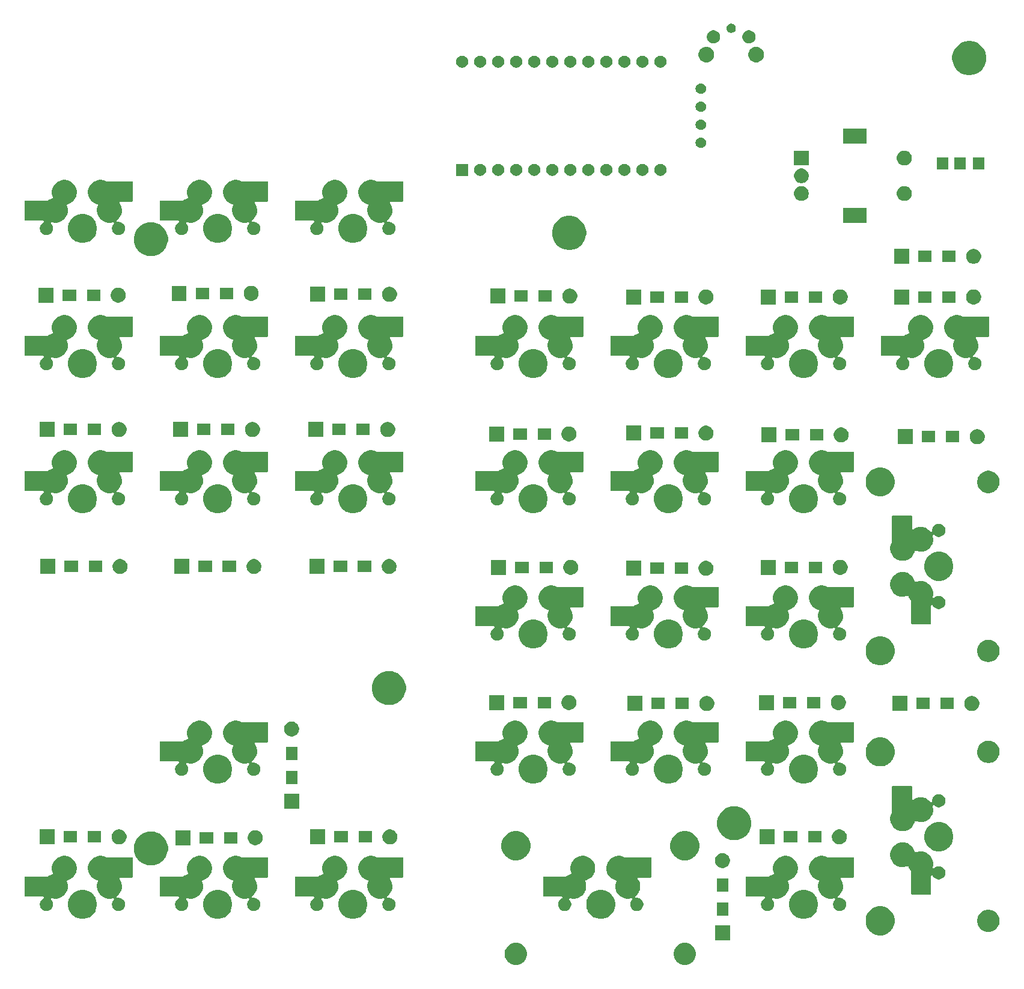
<source format=gbs>
G04 #@! TF.GenerationSoftware,KiCad,Pcbnew,(5.1.5)-3*
G04 #@! TF.CreationDate,2020-03-08T20:15:24-05:00*
G04 #@! TF.ProjectId,MigitePad,4d696769-7465-4506-9164-2e6b69636164,rev?*
G04 #@! TF.SameCoordinates,Original*
G04 #@! TF.FileFunction,Soldermask,Bot*
G04 #@! TF.FilePolarity,Negative*
%FSLAX46Y46*%
G04 Gerber Fmt 4.6, Leading zero omitted, Abs format (unit mm)*
G04 Created by KiCad (PCBNEW (5.1.5)-3) date 2020-03-08 20:15:24*
%MOMM*%
%LPD*%
G04 APERTURE LIST*
%ADD10C,0.100000*%
G04 APERTURE END LIST*
D10*
G36*
X158701767Y-160253263D02*
G01*
X158853911Y-160283526D01*
X158972637Y-160332704D01*
X159140541Y-160402252D01*
X159140542Y-160402253D01*
X159398504Y-160574617D01*
X159617883Y-160793996D01*
X159733053Y-160966361D01*
X159790248Y-161051959D01*
X159908974Y-161338590D01*
X159969500Y-161642875D01*
X159969500Y-161953125D01*
X159908974Y-162257410D01*
X159790248Y-162544041D01*
X159790247Y-162544042D01*
X159617883Y-162802004D01*
X159398504Y-163021383D01*
X159226139Y-163136553D01*
X159140541Y-163193748D01*
X158972637Y-163263296D01*
X158853911Y-163312474D01*
X158701767Y-163342737D01*
X158549625Y-163373000D01*
X158239375Y-163373000D01*
X158087233Y-163342737D01*
X157935089Y-163312474D01*
X157816363Y-163263296D01*
X157648459Y-163193748D01*
X157562861Y-163136553D01*
X157390496Y-163021383D01*
X157171117Y-162802004D01*
X156998753Y-162544042D01*
X156998752Y-162544041D01*
X156880026Y-162257410D01*
X156819500Y-161953125D01*
X156819500Y-161642875D01*
X156880026Y-161338590D01*
X156998752Y-161051959D01*
X157055947Y-160966361D01*
X157171117Y-160793996D01*
X157390496Y-160574617D01*
X157648458Y-160402253D01*
X157648459Y-160402252D01*
X157816363Y-160332704D01*
X157935089Y-160283526D01*
X158087233Y-160253263D01*
X158239375Y-160223000D01*
X158549625Y-160223000D01*
X158701767Y-160253263D01*
G37*
G36*
X134901767Y-160253263D02*
G01*
X135053911Y-160283526D01*
X135172637Y-160332704D01*
X135340541Y-160402252D01*
X135340542Y-160402253D01*
X135598504Y-160574617D01*
X135817883Y-160793996D01*
X135933053Y-160966361D01*
X135990248Y-161051959D01*
X136108974Y-161338590D01*
X136169500Y-161642875D01*
X136169500Y-161953125D01*
X136108974Y-162257410D01*
X135990248Y-162544041D01*
X135990247Y-162544042D01*
X135817883Y-162802004D01*
X135598504Y-163021383D01*
X135426139Y-163136553D01*
X135340541Y-163193748D01*
X135172637Y-163263296D01*
X135053911Y-163312474D01*
X134901767Y-163342737D01*
X134749625Y-163373000D01*
X134439375Y-163373000D01*
X134287233Y-163342737D01*
X134135089Y-163312474D01*
X134016363Y-163263296D01*
X133848459Y-163193748D01*
X133762861Y-163136553D01*
X133590496Y-163021383D01*
X133371117Y-162802004D01*
X133198753Y-162544042D01*
X133198752Y-162544041D01*
X133080026Y-162257410D01*
X133019500Y-161953125D01*
X133019500Y-161642875D01*
X133080026Y-161338590D01*
X133198752Y-161051959D01*
X133255947Y-160966361D01*
X133371117Y-160793996D01*
X133590496Y-160574617D01*
X133848458Y-160402253D01*
X133848459Y-160402252D01*
X134016363Y-160332704D01*
X134135089Y-160283526D01*
X134287233Y-160253263D01*
X134439375Y-160223000D01*
X134749625Y-160223000D01*
X134901767Y-160253263D01*
G37*
G36*
X164756030Y-159847490D02*
G01*
X162655050Y-159847490D01*
X162655050Y-157746510D01*
X164756030Y-157746510D01*
X164756030Y-159847490D01*
G37*
G36*
X186524474Y-155158184D02*
G01*
X186742474Y-155248483D01*
X186896623Y-155312333D01*
X187231548Y-155536123D01*
X187516377Y-155820952D01*
X187740167Y-156155877D01*
X187740167Y-156155878D01*
X187894316Y-156528026D01*
X187972900Y-156923094D01*
X187972900Y-157325906D01*
X187894316Y-157720974D01*
X187832363Y-157870541D01*
X187740167Y-158093123D01*
X187516377Y-158428048D01*
X187231548Y-158712877D01*
X186896623Y-158936667D01*
X186742474Y-159000517D01*
X186524474Y-159090816D01*
X186129406Y-159169400D01*
X185726594Y-159169400D01*
X185331526Y-159090816D01*
X185113526Y-159000517D01*
X184959377Y-158936667D01*
X184624452Y-158712877D01*
X184339623Y-158428048D01*
X184115833Y-158093123D01*
X184023637Y-157870541D01*
X183961684Y-157720974D01*
X183883100Y-157325906D01*
X183883100Y-156923094D01*
X183961684Y-156528026D01*
X184115833Y-156155878D01*
X184115833Y-156155877D01*
X184339623Y-155820952D01*
X184624452Y-155536123D01*
X184959377Y-155312333D01*
X185113526Y-155248483D01*
X185331526Y-155158184D01*
X185726594Y-155079600D01*
X186129406Y-155079600D01*
X186524474Y-155158184D01*
G37*
G36*
X201627411Y-155610026D02*
G01*
X201746137Y-155659204D01*
X201914041Y-155728752D01*
X201914042Y-155728753D01*
X202172004Y-155901117D01*
X202391383Y-156120496D01*
X202415024Y-156155878D01*
X202563748Y-156378459D01*
X202625700Y-156528025D01*
X202665938Y-156625167D01*
X202682474Y-156665090D01*
X202743000Y-156969375D01*
X202743000Y-157279625D01*
X202682474Y-157583910D01*
X202563748Y-157870541D01*
X202563747Y-157870542D01*
X202391383Y-158128504D01*
X202172004Y-158347883D01*
X202052028Y-158428048D01*
X201914041Y-158520248D01*
X201746137Y-158589796D01*
X201627411Y-158638974D01*
X201475267Y-158669237D01*
X201323125Y-158699500D01*
X201012875Y-158699500D01*
X200860733Y-158669237D01*
X200708589Y-158638974D01*
X200589863Y-158589796D01*
X200421959Y-158520248D01*
X200283972Y-158428048D01*
X200163996Y-158347883D01*
X199944617Y-158128504D01*
X199772253Y-157870542D01*
X199772252Y-157870541D01*
X199653526Y-157583910D01*
X199593000Y-157279625D01*
X199593000Y-156969375D01*
X199653526Y-156665090D01*
X199670063Y-156625167D01*
X199710300Y-156528025D01*
X199772252Y-156378459D01*
X199920976Y-156155878D01*
X199944617Y-156120496D01*
X200163996Y-155901117D01*
X200421958Y-155728753D01*
X200421959Y-155728752D01*
X200589863Y-155659204D01*
X200708589Y-155610026D01*
X201012875Y-155549500D01*
X201323125Y-155549500D01*
X201627411Y-155610026D01*
G37*
G36*
X93179474Y-152846684D02*
G01*
X93397474Y-152936983D01*
X93551623Y-153000833D01*
X93886548Y-153224623D01*
X94171377Y-153509452D01*
X94395167Y-153844377D01*
X94437687Y-153947031D01*
X94549316Y-154216526D01*
X94627900Y-154611594D01*
X94627900Y-155014406D01*
X94549316Y-155409474D01*
X94459017Y-155627474D01*
X94395167Y-155781623D01*
X94171377Y-156116548D01*
X93886548Y-156401377D01*
X93551623Y-156625167D01*
X93455242Y-156665089D01*
X93179474Y-156779316D01*
X92784406Y-156857900D01*
X92381594Y-156857900D01*
X91986526Y-156779316D01*
X91710758Y-156665089D01*
X91614377Y-156625167D01*
X91279452Y-156401377D01*
X90994623Y-156116548D01*
X90770833Y-155781623D01*
X90706983Y-155627474D01*
X90616684Y-155409474D01*
X90538100Y-155014406D01*
X90538100Y-154611594D01*
X90616684Y-154216526D01*
X90728313Y-153947031D01*
X90770833Y-153844377D01*
X90994623Y-153509452D01*
X91279452Y-153224623D01*
X91614377Y-153000833D01*
X91768526Y-152936983D01*
X91986526Y-152846684D01*
X92381594Y-152768100D01*
X92784406Y-152768100D01*
X93179474Y-152846684D01*
G37*
G36*
X112229474Y-152846684D02*
G01*
X112447474Y-152936983D01*
X112601623Y-153000833D01*
X112936548Y-153224623D01*
X113221377Y-153509452D01*
X113445167Y-153844377D01*
X113487687Y-153947031D01*
X113599316Y-154216526D01*
X113677900Y-154611594D01*
X113677900Y-155014406D01*
X113599316Y-155409474D01*
X113509017Y-155627474D01*
X113445167Y-155781623D01*
X113221377Y-156116548D01*
X112936548Y-156401377D01*
X112601623Y-156625167D01*
X112505242Y-156665089D01*
X112229474Y-156779316D01*
X111834406Y-156857900D01*
X111431594Y-156857900D01*
X111036526Y-156779316D01*
X110760758Y-156665089D01*
X110664377Y-156625167D01*
X110329452Y-156401377D01*
X110044623Y-156116548D01*
X109820833Y-155781623D01*
X109756983Y-155627474D01*
X109666684Y-155409474D01*
X109588100Y-155014406D01*
X109588100Y-154611594D01*
X109666684Y-154216526D01*
X109778313Y-153947031D01*
X109820833Y-153844377D01*
X110044623Y-153509452D01*
X110329452Y-153224623D01*
X110664377Y-153000833D01*
X110818526Y-152936983D01*
X111036526Y-152846684D01*
X111431594Y-152768100D01*
X111834406Y-152768100D01*
X112229474Y-152846684D01*
G37*
G36*
X175729474Y-152846684D02*
G01*
X175947474Y-152936983D01*
X176101623Y-153000833D01*
X176436548Y-153224623D01*
X176721377Y-153509452D01*
X176945167Y-153844377D01*
X176987687Y-153947031D01*
X177099316Y-154216526D01*
X177177900Y-154611594D01*
X177177900Y-155014406D01*
X177099316Y-155409474D01*
X177009017Y-155627474D01*
X176945167Y-155781623D01*
X176721377Y-156116548D01*
X176436548Y-156401377D01*
X176101623Y-156625167D01*
X176005242Y-156665089D01*
X175729474Y-156779316D01*
X175334406Y-156857900D01*
X174931594Y-156857900D01*
X174536526Y-156779316D01*
X174260758Y-156665089D01*
X174164377Y-156625167D01*
X173829452Y-156401377D01*
X173544623Y-156116548D01*
X173320833Y-155781623D01*
X173256983Y-155627474D01*
X173166684Y-155409474D01*
X173088100Y-155014406D01*
X173088100Y-154611594D01*
X173166684Y-154216526D01*
X173278313Y-153947031D01*
X173320833Y-153844377D01*
X173544623Y-153509452D01*
X173829452Y-153224623D01*
X174164377Y-153000833D01*
X174318526Y-152936983D01*
X174536526Y-152846684D01*
X174931594Y-152768100D01*
X175334406Y-152768100D01*
X175729474Y-152846684D01*
G37*
G36*
X74129474Y-152846684D02*
G01*
X74347474Y-152936983D01*
X74501623Y-153000833D01*
X74836548Y-153224623D01*
X75121377Y-153509452D01*
X75345167Y-153844377D01*
X75387687Y-153947031D01*
X75499316Y-154216526D01*
X75577900Y-154611594D01*
X75577900Y-155014406D01*
X75499316Y-155409474D01*
X75409017Y-155627474D01*
X75345167Y-155781623D01*
X75121377Y-156116548D01*
X74836548Y-156401377D01*
X74501623Y-156625167D01*
X74405242Y-156665089D01*
X74129474Y-156779316D01*
X73734406Y-156857900D01*
X73331594Y-156857900D01*
X72936526Y-156779316D01*
X72660758Y-156665089D01*
X72564377Y-156625167D01*
X72229452Y-156401377D01*
X71944623Y-156116548D01*
X71720833Y-155781623D01*
X71656983Y-155627474D01*
X71566684Y-155409474D01*
X71488100Y-155014406D01*
X71488100Y-154611594D01*
X71566684Y-154216526D01*
X71678313Y-153947031D01*
X71720833Y-153844377D01*
X71944623Y-153509452D01*
X72229452Y-153224623D01*
X72564377Y-153000833D01*
X72718526Y-152936983D01*
X72936526Y-152846684D01*
X73331594Y-152768100D01*
X73734406Y-152768100D01*
X74129474Y-152846684D01*
G37*
G36*
X147154474Y-152846684D02*
G01*
X147372474Y-152936983D01*
X147526623Y-153000833D01*
X147861548Y-153224623D01*
X148146377Y-153509452D01*
X148370167Y-153844377D01*
X148412687Y-153947031D01*
X148524316Y-154216526D01*
X148602900Y-154611594D01*
X148602900Y-155014406D01*
X148524316Y-155409474D01*
X148434017Y-155627474D01*
X148370167Y-155781623D01*
X148146377Y-156116548D01*
X147861548Y-156401377D01*
X147526623Y-156625167D01*
X147430242Y-156665089D01*
X147154474Y-156779316D01*
X146759406Y-156857900D01*
X146356594Y-156857900D01*
X145961526Y-156779316D01*
X145685758Y-156665089D01*
X145589377Y-156625167D01*
X145254452Y-156401377D01*
X144969623Y-156116548D01*
X144745833Y-155781623D01*
X144681983Y-155627474D01*
X144591684Y-155409474D01*
X144513100Y-155014406D01*
X144513100Y-154611594D01*
X144591684Y-154216526D01*
X144703313Y-153947031D01*
X144745833Y-153844377D01*
X144969623Y-153509452D01*
X145254452Y-153224623D01*
X145589377Y-153000833D01*
X145743526Y-152936983D01*
X145961526Y-152846684D01*
X146356594Y-152768100D01*
X146759406Y-152768100D01*
X147154474Y-152846684D01*
G37*
G36*
X164504000Y-156448000D02*
G01*
X162902000Y-156448000D01*
X162902000Y-154546000D01*
X164504000Y-154546000D01*
X164504000Y-156448000D01*
G37*
G36*
X90402038Y-148019113D02*
G01*
X90553748Y-148049290D01*
X90674528Y-148099319D01*
X90872408Y-148181283D01*
X91159196Y-148372909D01*
X91403091Y-148616804D01*
X91594717Y-148903592D01*
X91656685Y-149053197D01*
X91726710Y-149222252D01*
X91745970Y-149319080D01*
X91794000Y-149560540D01*
X91794000Y-149905460D01*
X91759496Y-150078920D01*
X91726710Y-150243748D01*
X91706387Y-150292812D01*
X91594717Y-150562408D01*
X91403091Y-150849196D01*
X91159196Y-151093091D01*
X90872408Y-151284717D01*
X90691493Y-151359654D01*
X90553748Y-151416710D01*
X90523961Y-151422635D01*
X90481249Y-151431131D01*
X90457800Y-151438244D01*
X90436189Y-151449795D01*
X90417247Y-151465341D01*
X90401702Y-151484282D01*
X90390151Y-151505893D01*
X90383038Y-151529342D01*
X90380636Y-151553728D01*
X90383038Y-151578114D01*
X90390151Y-151601563D01*
X90456710Y-151762252D01*
X90524000Y-152100540D01*
X90524000Y-152445460D01*
X90499933Y-152566451D01*
X90456710Y-152783748D01*
X90410489Y-152895335D01*
X90324717Y-153102408D01*
X90133091Y-153389196D01*
X89889196Y-153633091D01*
X89602408Y-153824717D01*
X89446642Y-153889237D01*
X89283748Y-153956710D01*
X89170985Y-153979140D01*
X88945460Y-154024000D01*
X88600540Y-154024000D01*
X88378273Y-153979788D01*
X88284441Y-153961124D01*
X88260058Y-153958722D01*
X88235672Y-153961124D01*
X88212223Y-153968237D01*
X88190612Y-153979788D01*
X88171670Y-153995333D01*
X88156125Y-154014275D01*
X88144574Y-154035886D01*
X88137461Y-154059335D01*
X88135059Y-154083721D01*
X88137461Y-154108107D01*
X88144574Y-154131556D01*
X88156125Y-154153167D01*
X88171661Y-154172098D01*
X88222272Y-154222709D01*
X88323611Y-154374374D01*
X88393415Y-154542896D01*
X88429000Y-154721797D01*
X88429000Y-154904203D01*
X88393415Y-155083104D01*
X88323611Y-155251626D01*
X88222272Y-155403291D01*
X88093291Y-155532272D01*
X87941626Y-155633611D01*
X87773104Y-155703415D01*
X87594203Y-155739000D01*
X87411797Y-155739000D01*
X87232896Y-155703415D01*
X87064374Y-155633611D01*
X86912709Y-155532272D01*
X86783728Y-155403291D01*
X86682389Y-155251626D01*
X86612585Y-155083104D01*
X86577000Y-154904203D01*
X86577000Y-154721797D01*
X86612585Y-154542896D01*
X86682389Y-154374374D01*
X86783728Y-154222709D01*
X86912709Y-154093728D01*
X87064374Y-153992389D01*
X87093484Y-153980331D01*
X87115087Y-153968784D01*
X87134029Y-153953239D01*
X87149575Y-153934297D01*
X87161126Y-153912686D01*
X87168239Y-153889237D01*
X87170641Y-153864851D01*
X87168239Y-153840465D01*
X87161126Y-153817016D01*
X87149575Y-153795406D01*
X87134030Y-153776464D01*
X87115088Y-153760918D01*
X87093477Y-153749367D01*
X87070028Y-153742254D01*
X87045642Y-153739852D01*
X84586075Y-153739852D01*
X84574851Y-153739301D01*
X84569403Y-153738764D01*
X84547436Y-153734395D01*
X84545122Y-153733692D01*
X84524438Y-153725125D01*
X84522310Y-153723987D01*
X84517179Y-153720559D01*
X84517174Y-153720556D01*
X84508821Y-153714974D01*
X84503689Y-153711545D01*
X84501823Y-153710014D01*
X84485986Y-153694177D01*
X84484455Y-153692311D01*
X84480427Y-153686283D01*
X84475444Y-153678826D01*
X84475441Y-153678821D01*
X84472013Y-153673690D01*
X84470875Y-153671562D01*
X84462308Y-153650878D01*
X84461605Y-153648564D01*
X84457236Y-153626597D01*
X84456699Y-153621149D01*
X84456148Y-153609925D01*
X84456148Y-151016075D01*
X84456699Y-151004851D01*
X84457236Y-150999403D01*
X84461605Y-150977436D01*
X84462308Y-150975122D01*
X84470875Y-150954438D01*
X84472013Y-150952310D01*
X84475441Y-150947179D01*
X84475444Y-150947174D01*
X84481026Y-150938821D01*
X84484455Y-150933689D01*
X84485986Y-150931823D01*
X84501823Y-150915986D01*
X84503689Y-150914455D01*
X84510469Y-150909925D01*
X84517174Y-150905444D01*
X84517179Y-150905441D01*
X84522310Y-150902013D01*
X84524438Y-150900875D01*
X84545122Y-150892308D01*
X84547436Y-150891605D01*
X84569403Y-150887236D01*
X84574851Y-150886699D01*
X84586075Y-150886148D01*
X87658936Y-150886148D01*
X87683322Y-150883746D01*
X87706771Y-150876633D01*
X87728382Y-150865082D01*
X87943592Y-150721283D01*
X88144407Y-150638103D01*
X88262252Y-150589290D01*
X88334750Y-150574869D01*
X88358200Y-150567756D01*
X88379811Y-150556205D01*
X88398753Y-150540659D01*
X88414298Y-150521718D01*
X88425849Y-150500107D01*
X88432962Y-150476658D01*
X88435364Y-150452272D01*
X88432962Y-150427886D01*
X88425849Y-150404437D01*
X88359290Y-150243748D01*
X88292000Y-149905460D01*
X88292000Y-149560540D01*
X88340030Y-149319080D01*
X88359290Y-149222252D01*
X88429315Y-149053197D01*
X88491283Y-148903592D01*
X88682909Y-148616804D01*
X88926804Y-148372909D01*
X89213592Y-148181283D01*
X89411472Y-148099319D01*
X89532252Y-148049290D01*
X89683962Y-148019113D01*
X89870540Y-147982000D01*
X90215460Y-147982000D01*
X90402038Y-148019113D01*
G37*
G36*
X109452038Y-148019113D02*
G01*
X109603748Y-148049290D01*
X109724528Y-148099319D01*
X109922408Y-148181283D01*
X110209196Y-148372909D01*
X110453091Y-148616804D01*
X110644717Y-148903592D01*
X110706685Y-149053197D01*
X110776710Y-149222252D01*
X110795970Y-149319080D01*
X110844000Y-149560540D01*
X110844000Y-149905460D01*
X110809496Y-150078920D01*
X110776710Y-150243748D01*
X110756387Y-150292812D01*
X110644717Y-150562408D01*
X110453091Y-150849196D01*
X110209196Y-151093091D01*
X109922408Y-151284717D01*
X109741493Y-151359654D01*
X109603748Y-151416710D01*
X109573961Y-151422635D01*
X109531249Y-151431131D01*
X109507800Y-151438244D01*
X109486189Y-151449795D01*
X109467247Y-151465341D01*
X109451702Y-151484282D01*
X109440151Y-151505893D01*
X109433038Y-151529342D01*
X109430636Y-151553728D01*
X109433038Y-151578114D01*
X109440151Y-151601563D01*
X109506710Y-151762252D01*
X109574000Y-152100540D01*
X109574000Y-152445460D01*
X109549933Y-152566451D01*
X109506710Y-152783748D01*
X109460489Y-152895335D01*
X109374717Y-153102408D01*
X109183091Y-153389196D01*
X108939196Y-153633091D01*
X108652408Y-153824717D01*
X108496642Y-153889237D01*
X108333748Y-153956710D01*
X108220985Y-153979140D01*
X107995460Y-154024000D01*
X107650540Y-154024000D01*
X107428273Y-153979788D01*
X107334441Y-153961124D01*
X107310058Y-153958722D01*
X107285672Y-153961124D01*
X107262223Y-153968237D01*
X107240612Y-153979788D01*
X107221670Y-153995333D01*
X107206125Y-154014275D01*
X107194574Y-154035886D01*
X107187461Y-154059335D01*
X107185059Y-154083721D01*
X107187461Y-154108107D01*
X107194574Y-154131556D01*
X107206125Y-154153167D01*
X107221661Y-154172098D01*
X107272272Y-154222709D01*
X107373611Y-154374374D01*
X107443415Y-154542896D01*
X107479000Y-154721797D01*
X107479000Y-154904203D01*
X107443415Y-155083104D01*
X107373611Y-155251626D01*
X107272272Y-155403291D01*
X107143291Y-155532272D01*
X106991626Y-155633611D01*
X106823104Y-155703415D01*
X106644203Y-155739000D01*
X106461797Y-155739000D01*
X106282896Y-155703415D01*
X106114374Y-155633611D01*
X105962709Y-155532272D01*
X105833728Y-155403291D01*
X105732389Y-155251626D01*
X105662585Y-155083104D01*
X105627000Y-154904203D01*
X105627000Y-154721797D01*
X105662585Y-154542896D01*
X105732389Y-154374374D01*
X105833728Y-154222709D01*
X105962709Y-154093728D01*
X106114374Y-153992389D01*
X106143484Y-153980331D01*
X106165087Y-153968784D01*
X106184029Y-153953239D01*
X106199575Y-153934297D01*
X106211126Y-153912686D01*
X106218239Y-153889237D01*
X106220641Y-153864851D01*
X106218239Y-153840465D01*
X106211126Y-153817016D01*
X106199575Y-153795406D01*
X106184030Y-153776464D01*
X106165088Y-153760918D01*
X106143477Y-153749367D01*
X106120028Y-153742254D01*
X106095642Y-153739852D01*
X103636075Y-153739852D01*
X103624851Y-153739301D01*
X103619403Y-153738764D01*
X103597436Y-153734395D01*
X103595122Y-153733692D01*
X103574438Y-153725125D01*
X103572310Y-153723987D01*
X103567179Y-153720559D01*
X103567174Y-153720556D01*
X103558821Y-153714974D01*
X103553689Y-153711545D01*
X103551823Y-153710014D01*
X103535986Y-153694177D01*
X103534455Y-153692311D01*
X103530427Y-153686283D01*
X103525444Y-153678826D01*
X103525441Y-153678821D01*
X103522013Y-153673690D01*
X103520875Y-153671562D01*
X103512308Y-153650878D01*
X103511605Y-153648564D01*
X103507236Y-153626597D01*
X103506699Y-153621149D01*
X103506148Y-153609925D01*
X103506148Y-151016075D01*
X103506699Y-151004851D01*
X103507236Y-150999403D01*
X103511605Y-150977436D01*
X103512308Y-150975122D01*
X103520875Y-150954438D01*
X103522013Y-150952310D01*
X103525441Y-150947179D01*
X103525444Y-150947174D01*
X103531026Y-150938821D01*
X103534455Y-150933689D01*
X103535986Y-150931823D01*
X103551823Y-150915986D01*
X103553689Y-150914455D01*
X103560469Y-150909925D01*
X103567174Y-150905444D01*
X103567179Y-150905441D01*
X103572310Y-150902013D01*
X103574438Y-150900875D01*
X103595122Y-150892308D01*
X103597436Y-150891605D01*
X103619403Y-150887236D01*
X103624851Y-150886699D01*
X103636075Y-150886148D01*
X106708936Y-150886148D01*
X106733322Y-150883746D01*
X106756771Y-150876633D01*
X106778382Y-150865082D01*
X106993592Y-150721283D01*
X107194407Y-150638103D01*
X107312252Y-150589290D01*
X107384750Y-150574869D01*
X107408200Y-150567756D01*
X107429811Y-150556205D01*
X107448753Y-150540659D01*
X107464298Y-150521718D01*
X107475849Y-150500107D01*
X107482962Y-150476658D01*
X107485364Y-150452272D01*
X107482962Y-150427886D01*
X107475849Y-150404437D01*
X107409290Y-150243748D01*
X107342000Y-149905460D01*
X107342000Y-149560540D01*
X107390030Y-149319080D01*
X107409290Y-149222252D01*
X107479315Y-149053197D01*
X107541283Y-148903592D01*
X107732909Y-148616804D01*
X107976804Y-148372909D01*
X108263592Y-148181283D01*
X108461472Y-148099319D01*
X108582252Y-148049290D01*
X108733962Y-148019113D01*
X108920540Y-147982000D01*
X109265460Y-147982000D01*
X109452038Y-148019113D01*
G37*
G36*
X178032038Y-148019113D02*
G01*
X178183748Y-148049290D01*
X178304528Y-148099319D01*
X178491182Y-148176633D01*
X178514631Y-148183746D01*
X178539017Y-148186148D01*
X182129925Y-148186148D01*
X182141149Y-148186699D01*
X182146597Y-148187236D01*
X182168564Y-148191605D01*
X182170878Y-148192308D01*
X182191562Y-148200875D01*
X182193690Y-148202013D01*
X182198821Y-148205441D01*
X182198826Y-148205444D01*
X182206636Y-148210663D01*
X182212311Y-148214455D01*
X182214177Y-148215986D01*
X182230014Y-148231823D01*
X182231545Y-148233689D01*
X182234974Y-148238821D01*
X182240556Y-148247174D01*
X182240559Y-148247179D01*
X182243987Y-148252310D01*
X182245125Y-148254438D01*
X182253692Y-148275122D01*
X182254395Y-148277436D01*
X182258764Y-148299403D01*
X182259301Y-148304851D01*
X182259852Y-148316075D01*
X182259852Y-150909925D01*
X182259301Y-150921149D01*
X182258764Y-150926597D01*
X182254395Y-150948564D01*
X182253692Y-150950878D01*
X182245125Y-150971562D01*
X182243987Y-150973690D01*
X182240559Y-150978821D01*
X182240556Y-150978826D01*
X182235337Y-150986636D01*
X182231545Y-150992311D01*
X182230014Y-150994177D01*
X182214177Y-151010014D01*
X182212311Y-151011545D01*
X182207179Y-151014974D01*
X182198826Y-151020556D01*
X182198821Y-151020559D01*
X182193690Y-151023987D01*
X182191562Y-151025125D01*
X182170878Y-151033692D01*
X182168564Y-151034395D01*
X182146597Y-151038764D01*
X182141149Y-151039301D01*
X182129925Y-151039852D01*
X180458803Y-151039852D01*
X180434417Y-151042254D01*
X180410968Y-151049367D01*
X180389357Y-151060918D01*
X180370415Y-151076463D01*
X180354870Y-151095405D01*
X180343319Y-151117016D01*
X180336206Y-151140465D01*
X180333804Y-151164851D01*
X180336206Y-151189237D01*
X180343319Y-151212686D01*
X180354870Y-151234297D01*
X180494717Y-151443592D01*
X180558882Y-151598500D01*
X180626710Y-151762252D01*
X180642622Y-151842245D01*
X180694000Y-152100540D01*
X180694000Y-152445460D01*
X180669933Y-152566451D01*
X180626710Y-152783748D01*
X180580489Y-152895335D01*
X180494717Y-153102408D01*
X180303091Y-153389196D01*
X180059196Y-153633091D01*
X180014090Y-153663230D01*
X179995148Y-153678776D01*
X179979603Y-153697718D01*
X179968052Y-153719328D01*
X179960939Y-153742777D01*
X179958537Y-153767164D01*
X179960939Y-153791550D01*
X179968052Y-153814999D01*
X179979603Y-153836609D01*
X179995149Y-153855551D01*
X180014091Y-153871096D01*
X180035701Y-153882647D01*
X180059150Y-153889760D01*
X180083537Y-153892162D01*
X180107920Y-153889760D01*
X180121797Y-153887000D01*
X180304203Y-153887000D01*
X180483104Y-153922585D01*
X180651626Y-153992389D01*
X180803291Y-154093728D01*
X180932272Y-154222709D01*
X181033611Y-154374374D01*
X181103415Y-154542896D01*
X181139000Y-154721797D01*
X181139000Y-154904203D01*
X181103415Y-155083104D01*
X181033611Y-155251626D01*
X180932272Y-155403291D01*
X180803291Y-155532272D01*
X180651626Y-155633611D01*
X180483104Y-155703415D01*
X180304203Y-155739000D01*
X180121797Y-155739000D01*
X179942896Y-155703415D01*
X179774374Y-155633611D01*
X179622709Y-155532272D01*
X179493728Y-155403291D01*
X179392389Y-155251626D01*
X179322585Y-155083104D01*
X179287000Y-154904203D01*
X179287000Y-154721797D01*
X179322585Y-154542896D01*
X179392389Y-154374374D01*
X179493728Y-154222709D01*
X179544339Y-154172098D01*
X179559875Y-154153167D01*
X179571426Y-154131556D01*
X179578539Y-154108107D01*
X179580941Y-154083721D01*
X179578539Y-154059335D01*
X179571426Y-154035886D01*
X179559875Y-154014275D01*
X179544330Y-153995333D01*
X179525388Y-153979788D01*
X179503777Y-153968237D01*
X179480328Y-153961124D01*
X179455942Y-153958722D01*
X179431559Y-153961124D01*
X179337727Y-153979788D01*
X179115460Y-154024000D01*
X178770540Y-154024000D01*
X178545015Y-153979140D01*
X178432252Y-153956710D01*
X178269358Y-153889237D01*
X178113592Y-153824717D01*
X177826804Y-153633091D01*
X177582909Y-153389196D01*
X177391283Y-153102408D01*
X177305511Y-152895335D01*
X177259290Y-152783748D01*
X177216067Y-152566451D01*
X177192000Y-152445460D01*
X177192000Y-152100540D01*
X177259290Y-151762252D01*
X177325849Y-151601563D01*
X177332962Y-151578114D01*
X177335364Y-151553727D01*
X177332962Y-151529341D01*
X177325849Y-151505892D01*
X177314298Y-151484282D01*
X177298752Y-151465340D01*
X177279810Y-151449795D01*
X177258200Y-151438244D01*
X177234751Y-151431131D01*
X177192039Y-151422635D01*
X177162252Y-151416710D01*
X177024507Y-151359654D01*
X176843592Y-151284717D01*
X176556804Y-151093091D01*
X176312909Y-150849196D01*
X176121283Y-150562408D01*
X176009613Y-150292812D01*
X175989290Y-150243748D01*
X175956504Y-150078920D01*
X175922000Y-149905460D01*
X175922000Y-149560540D01*
X175970030Y-149319080D01*
X175989290Y-149222252D01*
X176059315Y-149053197D01*
X176121283Y-148903592D01*
X176312909Y-148616804D01*
X176556804Y-148372909D01*
X176843592Y-148181283D01*
X177041472Y-148099319D01*
X177162252Y-148049290D01*
X177313962Y-148019113D01*
X177500540Y-147982000D01*
X177845460Y-147982000D01*
X178032038Y-148019113D01*
G37*
G36*
X71352038Y-148019113D02*
G01*
X71503748Y-148049290D01*
X71624528Y-148099319D01*
X71822408Y-148181283D01*
X72109196Y-148372909D01*
X72353091Y-148616804D01*
X72544717Y-148903592D01*
X72606685Y-149053197D01*
X72676710Y-149222252D01*
X72695970Y-149319080D01*
X72744000Y-149560540D01*
X72744000Y-149905460D01*
X72709496Y-150078920D01*
X72676710Y-150243748D01*
X72656387Y-150292812D01*
X72544717Y-150562408D01*
X72353091Y-150849196D01*
X72109196Y-151093091D01*
X71822408Y-151284717D01*
X71641493Y-151359654D01*
X71503748Y-151416710D01*
X71473961Y-151422635D01*
X71431249Y-151431131D01*
X71407800Y-151438244D01*
X71386189Y-151449795D01*
X71367247Y-151465341D01*
X71351702Y-151484282D01*
X71340151Y-151505893D01*
X71333038Y-151529342D01*
X71330636Y-151553728D01*
X71333038Y-151578114D01*
X71340151Y-151601563D01*
X71406710Y-151762252D01*
X71474000Y-152100540D01*
X71474000Y-152445460D01*
X71449933Y-152566451D01*
X71406710Y-152783748D01*
X71360489Y-152895335D01*
X71274717Y-153102408D01*
X71083091Y-153389196D01*
X70839196Y-153633091D01*
X70552408Y-153824717D01*
X70396642Y-153889237D01*
X70233748Y-153956710D01*
X70120985Y-153979140D01*
X69895460Y-154024000D01*
X69550540Y-154024000D01*
X69328273Y-153979788D01*
X69234441Y-153961124D01*
X69210058Y-153958722D01*
X69185672Y-153961124D01*
X69162223Y-153968237D01*
X69140612Y-153979788D01*
X69121670Y-153995333D01*
X69106125Y-154014275D01*
X69094574Y-154035886D01*
X69087461Y-154059335D01*
X69085059Y-154083721D01*
X69087461Y-154108107D01*
X69094574Y-154131556D01*
X69106125Y-154153167D01*
X69121661Y-154172098D01*
X69172272Y-154222709D01*
X69273611Y-154374374D01*
X69343415Y-154542896D01*
X69379000Y-154721797D01*
X69379000Y-154904203D01*
X69343415Y-155083104D01*
X69273611Y-155251626D01*
X69172272Y-155403291D01*
X69043291Y-155532272D01*
X68891626Y-155633611D01*
X68723104Y-155703415D01*
X68544203Y-155739000D01*
X68361797Y-155739000D01*
X68182896Y-155703415D01*
X68014374Y-155633611D01*
X67862709Y-155532272D01*
X67733728Y-155403291D01*
X67632389Y-155251626D01*
X67562585Y-155083104D01*
X67527000Y-154904203D01*
X67527000Y-154721797D01*
X67562585Y-154542896D01*
X67632389Y-154374374D01*
X67733728Y-154222709D01*
X67862709Y-154093728D01*
X68014374Y-153992389D01*
X68043484Y-153980331D01*
X68065087Y-153968784D01*
X68084029Y-153953239D01*
X68099575Y-153934297D01*
X68111126Y-153912686D01*
X68118239Y-153889237D01*
X68120641Y-153864851D01*
X68118239Y-153840465D01*
X68111126Y-153817016D01*
X68099575Y-153795406D01*
X68084030Y-153776464D01*
X68065088Y-153760918D01*
X68043477Y-153749367D01*
X68020028Y-153742254D01*
X67995642Y-153739852D01*
X65536075Y-153739852D01*
X65524851Y-153739301D01*
X65519403Y-153738764D01*
X65497436Y-153734395D01*
X65495122Y-153733692D01*
X65474438Y-153725125D01*
X65472310Y-153723987D01*
X65467179Y-153720559D01*
X65467174Y-153720556D01*
X65458821Y-153714974D01*
X65453689Y-153711545D01*
X65451823Y-153710014D01*
X65435986Y-153694177D01*
X65434455Y-153692311D01*
X65430427Y-153686283D01*
X65425444Y-153678826D01*
X65425441Y-153678821D01*
X65422013Y-153673690D01*
X65420875Y-153671562D01*
X65412308Y-153650878D01*
X65411605Y-153648564D01*
X65407236Y-153626597D01*
X65406699Y-153621149D01*
X65406148Y-153609925D01*
X65406148Y-151016075D01*
X65406699Y-151004851D01*
X65407236Y-150999403D01*
X65411605Y-150977436D01*
X65412308Y-150975122D01*
X65420875Y-150954438D01*
X65422013Y-150952310D01*
X65425441Y-150947179D01*
X65425444Y-150947174D01*
X65431026Y-150938821D01*
X65434455Y-150933689D01*
X65435986Y-150931823D01*
X65451823Y-150915986D01*
X65453689Y-150914455D01*
X65460469Y-150909925D01*
X65467174Y-150905444D01*
X65467179Y-150905441D01*
X65472310Y-150902013D01*
X65474438Y-150900875D01*
X65495122Y-150892308D01*
X65497436Y-150891605D01*
X65519403Y-150887236D01*
X65524851Y-150886699D01*
X65536075Y-150886148D01*
X68608936Y-150886148D01*
X68633322Y-150883746D01*
X68656771Y-150876633D01*
X68678382Y-150865082D01*
X68893592Y-150721283D01*
X69094407Y-150638103D01*
X69212252Y-150589290D01*
X69284750Y-150574869D01*
X69308200Y-150567756D01*
X69329811Y-150556205D01*
X69348753Y-150540659D01*
X69364298Y-150521718D01*
X69375849Y-150500107D01*
X69382962Y-150476658D01*
X69385364Y-150452272D01*
X69382962Y-150427886D01*
X69375849Y-150404437D01*
X69309290Y-150243748D01*
X69242000Y-149905460D01*
X69242000Y-149560540D01*
X69290030Y-149319080D01*
X69309290Y-149222252D01*
X69379315Y-149053197D01*
X69441283Y-148903592D01*
X69632909Y-148616804D01*
X69876804Y-148372909D01*
X70163592Y-148181283D01*
X70361472Y-148099319D01*
X70482252Y-148049290D01*
X70633962Y-148019113D01*
X70820540Y-147982000D01*
X71165460Y-147982000D01*
X71352038Y-148019113D01*
G37*
G36*
X95482038Y-148019113D02*
G01*
X95633748Y-148049290D01*
X95754528Y-148099319D01*
X95941182Y-148176633D01*
X95964631Y-148183746D01*
X95989017Y-148186148D01*
X99579925Y-148186148D01*
X99591149Y-148186699D01*
X99596597Y-148187236D01*
X99618564Y-148191605D01*
X99620878Y-148192308D01*
X99641562Y-148200875D01*
X99643690Y-148202013D01*
X99648821Y-148205441D01*
X99648826Y-148205444D01*
X99656636Y-148210663D01*
X99662311Y-148214455D01*
X99664177Y-148215986D01*
X99680014Y-148231823D01*
X99681545Y-148233689D01*
X99684974Y-148238821D01*
X99690556Y-148247174D01*
X99690559Y-148247179D01*
X99693987Y-148252310D01*
X99695125Y-148254438D01*
X99703692Y-148275122D01*
X99704395Y-148277436D01*
X99708764Y-148299403D01*
X99709301Y-148304851D01*
X99709852Y-148316075D01*
X99709852Y-150909925D01*
X99709301Y-150921149D01*
X99708764Y-150926597D01*
X99704395Y-150948564D01*
X99703692Y-150950878D01*
X99695125Y-150971562D01*
X99693987Y-150973690D01*
X99690559Y-150978821D01*
X99690556Y-150978826D01*
X99685337Y-150986636D01*
X99681545Y-150992311D01*
X99680014Y-150994177D01*
X99664177Y-151010014D01*
X99662311Y-151011545D01*
X99657179Y-151014974D01*
X99648826Y-151020556D01*
X99648821Y-151020559D01*
X99643690Y-151023987D01*
X99641562Y-151025125D01*
X99620878Y-151033692D01*
X99618564Y-151034395D01*
X99596597Y-151038764D01*
X99591149Y-151039301D01*
X99579925Y-151039852D01*
X97908803Y-151039852D01*
X97884417Y-151042254D01*
X97860968Y-151049367D01*
X97839357Y-151060918D01*
X97820415Y-151076463D01*
X97804870Y-151095405D01*
X97793319Y-151117016D01*
X97786206Y-151140465D01*
X97783804Y-151164851D01*
X97786206Y-151189237D01*
X97793319Y-151212686D01*
X97804870Y-151234297D01*
X97944717Y-151443592D01*
X98008882Y-151598500D01*
X98076710Y-151762252D01*
X98092622Y-151842245D01*
X98144000Y-152100540D01*
X98144000Y-152445460D01*
X98119933Y-152566451D01*
X98076710Y-152783748D01*
X98030489Y-152895335D01*
X97944717Y-153102408D01*
X97753091Y-153389196D01*
X97509196Y-153633091D01*
X97464090Y-153663230D01*
X97445148Y-153678776D01*
X97429603Y-153697718D01*
X97418052Y-153719328D01*
X97410939Y-153742777D01*
X97408537Y-153767164D01*
X97410939Y-153791550D01*
X97418052Y-153814999D01*
X97429603Y-153836609D01*
X97445149Y-153855551D01*
X97464091Y-153871096D01*
X97485701Y-153882647D01*
X97509150Y-153889760D01*
X97533537Y-153892162D01*
X97557920Y-153889760D01*
X97571797Y-153887000D01*
X97754203Y-153887000D01*
X97933104Y-153922585D01*
X98101626Y-153992389D01*
X98253291Y-154093728D01*
X98382272Y-154222709D01*
X98483611Y-154374374D01*
X98553415Y-154542896D01*
X98589000Y-154721797D01*
X98589000Y-154904203D01*
X98553415Y-155083104D01*
X98483611Y-155251626D01*
X98382272Y-155403291D01*
X98253291Y-155532272D01*
X98101626Y-155633611D01*
X97933104Y-155703415D01*
X97754203Y-155739000D01*
X97571797Y-155739000D01*
X97392896Y-155703415D01*
X97224374Y-155633611D01*
X97072709Y-155532272D01*
X96943728Y-155403291D01*
X96842389Y-155251626D01*
X96772585Y-155083104D01*
X96737000Y-154904203D01*
X96737000Y-154721797D01*
X96772585Y-154542896D01*
X96842389Y-154374374D01*
X96943728Y-154222709D01*
X96994339Y-154172098D01*
X97009875Y-154153167D01*
X97021426Y-154131556D01*
X97028539Y-154108107D01*
X97030941Y-154083721D01*
X97028539Y-154059335D01*
X97021426Y-154035886D01*
X97009875Y-154014275D01*
X96994330Y-153995333D01*
X96975388Y-153979788D01*
X96953777Y-153968237D01*
X96930328Y-153961124D01*
X96905942Y-153958722D01*
X96881559Y-153961124D01*
X96787727Y-153979788D01*
X96565460Y-154024000D01*
X96220540Y-154024000D01*
X95995015Y-153979140D01*
X95882252Y-153956710D01*
X95719358Y-153889237D01*
X95563592Y-153824717D01*
X95276804Y-153633091D01*
X95032909Y-153389196D01*
X94841283Y-153102408D01*
X94755511Y-152895335D01*
X94709290Y-152783748D01*
X94666067Y-152566451D01*
X94642000Y-152445460D01*
X94642000Y-152100540D01*
X94709290Y-151762252D01*
X94775849Y-151601563D01*
X94782962Y-151578114D01*
X94785364Y-151553727D01*
X94782962Y-151529341D01*
X94775849Y-151505892D01*
X94764298Y-151484282D01*
X94748752Y-151465340D01*
X94729810Y-151449795D01*
X94708200Y-151438244D01*
X94684751Y-151431131D01*
X94642039Y-151422635D01*
X94612252Y-151416710D01*
X94474507Y-151359654D01*
X94293592Y-151284717D01*
X94006804Y-151093091D01*
X93762909Y-150849196D01*
X93571283Y-150562408D01*
X93459613Y-150292812D01*
X93439290Y-150243748D01*
X93406504Y-150078920D01*
X93372000Y-149905460D01*
X93372000Y-149560540D01*
X93420030Y-149319080D01*
X93439290Y-149222252D01*
X93509315Y-149053197D01*
X93571283Y-148903592D01*
X93762909Y-148616804D01*
X94006804Y-148372909D01*
X94293592Y-148181283D01*
X94491472Y-148099319D01*
X94612252Y-148049290D01*
X94763962Y-148019113D01*
X94950540Y-147982000D01*
X95295460Y-147982000D01*
X95482038Y-148019113D01*
G37*
G36*
X76432038Y-148019113D02*
G01*
X76583748Y-148049290D01*
X76704528Y-148099319D01*
X76891182Y-148176633D01*
X76914631Y-148183746D01*
X76939017Y-148186148D01*
X80529925Y-148186148D01*
X80541149Y-148186699D01*
X80546597Y-148187236D01*
X80568564Y-148191605D01*
X80570878Y-148192308D01*
X80591562Y-148200875D01*
X80593690Y-148202013D01*
X80598821Y-148205441D01*
X80598826Y-148205444D01*
X80606636Y-148210663D01*
X80612311Y-148214455D01*
X80614177Y-148215986D01*
X80630014Y-148231823D01*
X80631545Y-148233689D01*
X80634974Y-148238821D01*
X80640556Y-148247174D01*
X80640559Y-148247179D01*
X80643987Y-148252310D01*
X80645125Y-148254438D01*
X80653692Y-148275122D01*
X80654395Y-148277436D01*
X80658764Y-148299403D01*
X80659301Y-148304851D01*
X80659852Y-148316075D01*
X80659852Y-150909925D01*
X80659301Y-150921149D01*
X80658764Y-150926597D01*
X80654395Y-150948564D01*
X80653692Y-150950878D01*
X80645125Y-150971562D01*
X80643987Y-150973690D01*
X80640559Y-150978821D01*
X80640556Y-150978826D01*
X80635337Y-150986636D01*
X80631545Y-150992311D01*
X80630014Y-150994177D01*
X80614177Y-151010014D01*
X80612311Y-151011545D01*
X80607179Y-151014974D01*
X80598826Y-151020556D01*
X80598821Y-151020559D01*
X80593690Y-151023987D01*
X80591562Y-151025125D01*
X80570878Y-151033692D01*
X80568564Y-151034395D01*
X80546597Y-151038764D01*
X80541149Y-151039301D01*
X80529925Y-151039852D01*
X78858803Y-151039852D01*
X78834417Y-151042254D01*
X78810968Y-151049367D01*
X78789357Y-151060918D01*
X78770415Y-151076463D01*
X78754870Y-151095405D01*
X78743319Y-151117016D01*
X78736206Y-151140465D01*
X78733804Y-151164851D01*
X78736206Y-151189237D01*
X78743319Y-151212686D01*
X78754870Y-151234297D01*
X78894717Y-151443592D01*
X78958882Y-151598500D01*
X79026710Y-151762252D01*
X79042622Y-151842245D01*
X79094000Y-152100540D01*
X79094000Y-152445460D01*
X79069933Y-152566451D01*
X79026710Y-152783748D01*
X78980489Y-152895335D01*
X78894717Y-153102408D01*
X78703091Y-153389196D01*
X78459196Y-153633091D01*
X78414090Y-153663230D01*
X78395148Y-153678776D01*
X78379603Y-153697718D01*
X78368052Y-153719328D01*
X78360939Y-153742777D01*
X78358537Y-153767164D01*
X78360939Y-153791550D01*
X78368052Y-153814999D01*
X78379603Y-153836609D01*
X78395149Y-153855551D01*
X78414091Y-153871096D01*
X78435701Y-153882647D01*
X78459150Y-153889760D01*
X78483537Y-153892162D01*
X78507920Y-153889760D01*
X78521797Y-153887000D01*
X78704203Y-153887000D01*
X78883104Y-153922585D01*
X79051626Y-153992389D01*
X79203291Y-154093728D01*
X79332272Y-154222709D01*
X79433611Y-154374374D01*
X79503415Y-154542896D01*
X79539000Y-154721797D01*
X79539000Y-154904203D01*
X79503415Y-155083104D01*
X79433611Y-155251626D01*
X79332272Y-155403291D01*
X79203291Y-155532272D01*
X79051626Y-155633611D01*
X78883104Y-155703415D01*
X78704203Y-155739000D01*
X78521797Y-155739000D01*
X78342896Y-155703415D01*
X78174374Y-155633611D01*
X78022709Y-155532272D01*
X77893728Y-155403291D01*
X77792389Y-155251626D01*
X77722585Y-155083104D01*
X77687000Y-154904203D01*
X77687000Y-154721797D01*
X77722585Y-154542896D01*
X77792389Y-154374374D01*
X77893728Y-154222709D01*
X77944339Y-154172098D01*
X77959875Y-154153167D01*
X77971426Y-154131556D01*
X77978539Y-154108107D01*
X77980941Y-154083721D01*
X77978539Y-154059335D01*
X77971426Y-154035886D01*
X77959875Y-154014275D01*
X77944330Y-153995333D01*
X77925388Y-153979788D01*
X77903777Y-153968237D01*
X77880328Y-153961124D01*
X77855942Y-153958722D01*
X77831559Y-153961124D01*
X77737727Y-153979788D01*
X77515460Y-154024000D01*
X77170540Y-154024000D01*
X76945015Y-153979140D01*
X76832252Y-153956710D01*
X76669358Y-153889237D01*
X76513592Y-153824717D01*
X76226804Y-153633091D01*
X75982909Y-153389196D01*
X75791283Y-153102408D01*
X75705511Y-152895335D01*
X75659290Y-152783748D01*
X75616067Y-152566451D01*
X75592000Y-152445460D01*
X75592000Y-152100540D01*
X75659290Y-151762252D01*
X75725849Y-151601563D01*
X75732962Y-151578114D01*
X75735364Y-151553727D01*
X75732962Y-151529341D01*
X75725849Y-151505892D01*
X75714298Y-151484282D01*
X75698752Y-151465340D01*
X75679810Y-151449795D01*
X75658200Y-151438244D01*
X75634751Y-151431131D01*
X75592039Y-151422635D01*
X75562252Y-151416710D01*
X75424507Y-151359654D01*
X75243592Y-151284717D01*
X74956804Y-151093091D01*
X74712909Y-150849196D01*
X74521283Y-150562408D01*
X74409613Y-150292812D01*
X74389290Y-150243748D01*
X74356504Y-150078920D01*
X74322000Y-149905460D01*
X74322000Y-149560540D01*
X74370030Y-149319080D01*
X74389290Y-149222252D01*
X74459315Y-149053197D01*
X74521283Y-148903592D01*
X74712909Y-148616804D01*
X74956804Y-148372909D01*
X75243592Y-148181283D01*
X75441472Y-148099319D01*
X75562252Y-148049290D01*
X75713962Y-148019113D01*
X75900540Y-147982000D01*
X76245460Y-147982000D01*
X76432038Y-148019113D01*
G37*
G36*
X144377038Y-148019113D02*
G01*
X144528748Y-148049290D01*
X144649528Y-148099319D01*
X144847408Y-148181283D01*
X145134196Y-148372909D01*
X145378091Y-148616804D01*
X145569717Y-148903592D01*
X145631685Y-149053197D01*
X145701710Y-149222252D01*
X145720970Y-149319080D01*
X145769000Y-149560540D01*
X145769000Y-149905460D01*
X145734496Y-150078920D01*
X145701710Y-150243748D01*
X145681387Y-150292812D01*
X145569717Y-150562408D01*
X145378091Y-150849196D01*
X145134196Y-151093091D01*
X144847408Y-151284717D01*
X144666493Y-151359654D01*
X144528748Y-151416710D01*
X144498961Y-151422635D01*
X144456249Y-151431131D01*
X144432800Y-151438244D01*
X144411189Y-151449795D01*
X144392247Y-151465341D01*
X144376702Y-151484282D01*
X144365151Y-151505893D01*
X144358038Y-151529342D01*
X144355636Y-151553728D01*
X144358038Y-151578114D01*
X144365151Y-151601563D01*
X144431710Y-151762252D01*
X144499000Y-152100540D01*
X144499000Y-152445460D01*
X144474933Y-152566451D01*
X144431710Y-152783748D01*
X144385489Y-152895335D01*
X144299717Y-153102408D01*
X144108091Y-153389196D01*
X143864196Y-153633091D01*
X143577408Y-153824717D01*
X143421642Y-153889237D01*
X143258748Y-153956710D01*
X143145985Y-153979140D01*
X142920460Y-154024000D01*
X142575540Y-154024000D01*
X142353273Y-153979788D01*
X142259441Y-153961124D01*
X142235058Y-153958722D01*
X142210672Y-153961124D01*
X142187223Y-153968237D01*
X142165612Y-153979788D01*
X142146670Y-153995333D01*
X142131125Y-154014275D01*
X142119574Y-154035886D01*
X142112461Y-154059335D01*
X142110059Y-154083721D01*
X142112461Y-154108107D01*
X142119574Y-154131556D01*
X142131125Y-154153167D01*
X142146661Y-154172098D01*
X142197272Y-154222709D01*
X142298611Y-154374374D01*
X142368415Y-154542896D01*
X142404000Y-154721797D01*
X142404000Y-154904203D01*
X142368415Y-155083104D01*
X142298611Y-155251626D01*
X142197272Y-155403291D01*
X142068291Y-155532272D01*
X141916626Y-155633611D01*
X141748104Y-155703415D01*
X141569203Y-155739000D01*
X141386797Y-155739000D01*
X141207896Y-155703415D01*
X141039374Y-155633611D01*
X140887709Y-155532272D01*
X140758728Y-155403291D01*
X140657389Y-155251626D01*
X140587585Y-155083104D01*
X140552000Y-154904203D01*
X140552000Y-154721797D01*
X140587585Y-154542896D01*
X140657389Y-154374374D01*
X140758728Y-154222709D01*
X140887709Y-154093728D01*
X141039374Y-153992389D01*
X141068484Y-153980331D01*
X141090087Y-153968784D01*
X141109029Y-153953239D01*
X141124575Y-153934297D01*
X141136126Y-153912686D01*
X141143239Y-153889237D01*
X141145641Y-153864851D01*
X141143239Y-153840465D01*
X141136126Y-153817016D01*
X141124575Y-153795406D01*
X141109030Y-153776464D01*
X141090088Y-153760918D01*
X141068477Y-153749367D01*
X141045028Y-153742254D01*
X141020642Y-153739852D01*
X138561075Y-153739852D01*
X138549851Y-153739301D01*
X138544403Y-153738764D01*
X138522436Y-153734395D01*
X138520122Y-153733692D01*
X138499438Y-153725125D01*
X138497310Y-153723987D01*
X138492179Y-153720559D01*
X138492174Y-153720556D01*
X138483821Y-153714974D01*
X138478689Y-153711545D01*
X138476823Y-153710014D01*
X138460986Y-153694177D01*
X138459455Y-153692311D01*
X138455427Y-153686283D01*
X138450444Y-153678826D01*
X138450441Y-153678821D01*
X138447013Y-153673690D01*
X138445875Y-153671562D01*
X138437308Y-153650878D01*
X138436605Y-153648564D01*
X138432236Y-153626597D01*
X138431699Y-153621149D01*
X138431148Y-153609925D01*
X138431148Y-151016075D01*
X138431699Y-151004851D01*
X138432236Y-150999403D01*
X138436605Y-150977436D01*
X138437308Y-150975122D01*
X138445875Y-150954438D01*
X138447013Y-150952310D01*
X138450441Y-150947179D01*
X138450444Y-150947174D01*
X138456026Y-150938821D01*
X138459455Y-150933689D01*
X138460986Y-150931823D01*
X138476823Y-150915986D01*
X138478689Y-150914455D01*
X138485469Y-150909925D01*
X138492174Y-150905444D01*
X138492179Y-150905441D01*
X138497310Y-150902013D01*
X138499438Y-150900875D01*
X138520122Y-150892308D01*
X138522436Y-150891605D01*
X138544403Y-150887236D01*
X138549851Y-150886699D01*
X138561075Y-150886148D01*
X141633936Y-150886148D01*
X141658322Y-150883746D01*
X141681771Y-150876633D01*
X141703382Y-150865082D01*
X141918592Y-150721283D01*
X142119407Y-150638103D01*
X142237252Y-150589290D01*
X142309750Y-150574869D01*
X142333200Y-150567756D01*
X142354811Y-150556205D01*
X142373753Y-150540659D01*
X142389298Y-150521718D01*
X142400849Y-150500107D01*
X142407962Y-150476658D01*
X142410364Y-150452272D01*
X142407962Y-150427886D01*
X142400849Y-150404437D01*
X142334290Y-150243748D01*
X142267000Y-149905460D01*
X142267000Y-149560540D01*
X142315030Y-149319080D01*
X142334290Y-149222252D01*
X142404315Y-149053197D01*
X142466283Y-148903592D01*
X142657909Y-148616804D01*
X142901804Y-148372909D01*
X143188592Y-148181283D01*
X143386472Y-148099319D01*
X143507252Y-148049290D01*
X143658962Y-148019113D01*
X143845540Y-147982000D01*
X144190460Y-147982000D01*
X144377038Y-148019113D01*
G37*
G36*
X149457038Y-148019113D02*
G01*
X149608748Y-148049290D01*
X149729528Y-148099319D01*
X149916182Y-148176633D01*
X149939631Y-148183746D01*
X149964017Y-148186148D01*
X153554925Y-148186148D01*
X153566149Y-148186699D01*
X153571597Y-148187236D01*
X153593564Y-148191605D01*
X153595878Y-148192308D01*
X153616562Y-148200875D01*
X153618690Y-148202013D01*
X153623821Y-148205441D01*
X153623826Y-148205444D01*
X153631636Y-148210663D01*
X153637311Y-148214455D01*
X153639177Y-148215986D01*
X153655014Y-148231823D01*
X153656545Y-148233689D01*
X153659974Y-148238821D01*
X153665556Y-148247174D01*
X153665559Y-148247179D01*
X153668987Y-148252310D01*
X153670125Y-148254438D01*
X153678692Y-148275122D01*
X153679395Y-148277436D01*
X153683764Y-148299403D01*
X153684301Y-148304851D01*
X153684852Y-148316075D01*
X153684852Y-150909925D01*
X153684301Y-150921149D01*
X153683764Y-150926597D01*
X153679395Y-150948564D01*
X153678692Y-150950878D01*
X153670125Y-150971562D01*
X153668987Y-150973690D01*
X153665559Y-150978821D01*
X153665556Y-150978826D01*
X153660337Y-150986636D01*
X153656545Y-150992311D01*
X153655014Y-150994177D01*
X153639177Y-151010014D01*
X153637311Y-151011545D01*
X153632179Y-151014974D01*
X153623826Y-151020556D01*
X153623821Y-151020559D01*
X153618690Y-151023987D01*
X153616562Y-151025125D01*
X153595878Y-151033692D01*
X153593564Y-151034395D01*
X153571597Y-151038764D01*
X153566149Y-151039301D01*
X153554925Y-151039852D01*
X151883803Y-151039852D01*
X151859417Y-151042254D01*
X151835968Y-151049367D01*
X151814357Y-151060918D01*
X151795415Y-151076463D01*
X151779870Y-151095405D01*
X151768319Y-151117016D01*
X151761206Y-151140465D01*
X151758804Y-151164851D01*
X151761206Y-151189237D01*
X151768319Y-151212686D01*
X151779870Y-151234297D01*
X151919717Y-151443592D01*
X151983882Y-151598500D01*
X152051710Y-151762252D01*
X152067622Y-151842245D01*
X152119000Y-152100540D01*
X152119000Y-152445460D01*
X152094933Y-152566451D01*
X152051710Y-152783748D01*
X152005489Y-152895335D01*
X151919717Y-153102408D01*
X151728091Y-153389196D01*
X151484196Y-153633091D01*
X151439090Y-153663230D01*
X151420148Y-153678776D01*
X151404603Y-153697718D01*
X151393052Y-153719328D01*
X151385939Y-153742777D01*
X151383537Y-153767164D01*
X151385939Y-153791550D01*
X151393052Y-153814999D01*
X151404603Y-153836609D01*
X151420149Y-153855551D01*
X151439091Y-153871096D01*
X151460701Y-153882647D01*
X151484150Y-153889760D01*
X151508537Y-153892162D01*
X151532920Y-153889760D01*
X151546797Y-153887000D01*
X151729203Y-153887000D01*
X151908104Y-153922585D01*
X152076626Y-153992389D01*
X152228291Y-154093728D01*
X152357272Y-154222709D01*
X152458611Y-154374374D01*
X152528415Y-154542896D01*
X152564000Y-154721797D01*
X152564000Y-154904203D01*
X152528415Y-155083104D01*
X152458611Y-155251626D01*
X152357272Y-155403291D01*
X152228291Y-155532272D01*
X152076626Y-155633611D01*
X151908104Y-155703415D01*
X151729203Y-155739000D01*
X151546797Y-155739000D01*
X151367896Y-155703415D01*
X151199374Y-155633611D01*
X151047709Y-155532272D01*
X150918728Y-155403291D01*
X150817389Y-155251626D01*
X150747585Y-155083104D01*
X150712000Y-154904203D01*
X150712000Y-154721797D01*
X150747585Y-154542896D01*
X150817389Y-154374374D01*
X150918728Y-154222709D01*
X150969339Y-154172098D01*
X150984875Y-154153167D01*
X150996426Y-154131556D01*
X151003539Y-154108107D01*
X151005941Y-154083721D01*
X151003539Y-154059335D01*
X150996426Y-154035886D01*
X150984875Y-154014275D01*
X150969330Y-153995333D01*
X150950388Y-153979788D01*
X150928777Y-153968237D01*
X150905328Y-153961124D01*
X150880942Y-153958722D01*
X150856559Y-153961124D01*
X150762727Y-153979788D01*
X150540460Y-154024000D01*
X150195540Y-154024000D01*
X149970015Y-153979140D01*
X149857252Y-153956710D01*
X149694358Y-153889237D01*
X149538592Y-153824717D01*
X149251804Y-153633091D01*
X149007909Y-153389196D01*
X148816283Y-153102408D01*
X148730511Y-152895335D01*
X148684290Y-152783748D01*
X148641067Y-152566451D01*
X148617000Y-152445460D01*
X148617000Y-152100540D01*
X148684290Y-151762252D01*
X148750849Y-151601563D01*
X148757962Y-151578114D01*
X148760364Y-151553727D01*
X148757962Y-151529341D01*
X148750849Y-151505892D01*
X148739298Y-151484282D01*
X148723752Y-151465340D01*
X148704810Y-151449795D01*
X148683200Y-151438244D01*
X148659751Y-151431131D01*
X148617039Y-151422635D01*
X148587252Y-151416710D01*
X148449507Y-151359654D01*
X148268592Y-151284717D01*
X147981804Y-151093091D01*
X147737909Y-150849196D01*
X147546283Y-150562408D01*
X147434613Y-150292812D01*
X147414290Y-150243748D01*
X147381504Y-150078920D01*
X147347000Y-149905460D01*
X147347000Y-149560540D01*
X147395030Y-149319080D01*
X147414290Y-149222252D01*
X147484315Y-149053197D01*
X147546283Y-148903592D01*
X147737909Y-148616804D01*
X147981804Y-148372909D01*
X148268592Y-148181283D01*
X148466472Y-148099319D01*
X148587252Y-148049290D01*
X148738962Y-148019113D01*
X148925540Y-147982000D01*
X149270460Y-147982000D01*
X149457038Y-148019113D01*
G37*
G36*
X172952038Y-148019113D02*
G01*
X173103748Y-148049290D01*
X173224528Y-148099319D01*
X173422408Y-148181283D01*
X173709196Y-148372909D01*
X173953091Y-148616804D01*
X174144717Y-148903592D01*
X174206685Y-149053197D01*
X174276710Y-149222252D01*
X174295970Y-149319080D01*
X174344000Y-149560540D01*
X174344000Y-149905460D01*
X174309496Y-150078920D01*
X174276710Y-150243748D01*
X174256387Y-150292812D01*
X174144717Y-150562408D01*
X173953091Y-150849196D01*
X173709196Y-151093091D01*
X173422408Y-151284717D01*
X173241493Y-151359654D01*
X173103748Y-151416710D01*
X173073961Y-151422635D01*
X173031249Y-151431131D01*
X173007800Y-151438244D01*
X172986189Y-151449795D01*
X172967247Y-151465341D01*
X172951702Y-151484282D01*
X172940151Y-151505893D01*
X172933038Y-151529342D01*
X172930636Y-151553728D01*
X172933038Y-151578114D01*
X172940151Y-151601563D01*
X173006710Y-151762252D01*
X173074000Y-152100540D01*
X173074000Y-152445460D01*
X173049933Y-152566451D01*
X173006710Y-152783748D01*
X172960489Y-152895335D01*
X172874717Y-153102408D01*
X172683091Y-153389196D01*
X172439196Y-153633091D01*
X172152408Y-153824717D01*
X171996642Y-153889237D01*
X171833748Y-153956710D01*
X171720985Y-153979140D01*
X171495460Y-154024000D01*
X171150540Y-154024000D01*
X170928273Y-153979788D01*
X170834441Y-153961124D01*
X170810058Y-153958722D01*
X170785672Y-153961124D01*
X170762223Y-153968237D01*
X170740612Y-153979788D01*
X170721670Y-153995333D01*
X170706125Y-154014275D01*
X170694574Y-154035886D01*
X170687461Y-154059335D01*
X170685059Y-154083721D01*
X170687461Y-154108107D01*
X170694574Y-154131556D01*
X170706125Y-154153167D01*
X170721661Y-154172098D01*
X170772272Y-154222709D01*
X170873611Y-154374374D01*
X170943415Y-154542896D01*
X170979000Y-154721797D01*
X170979000Y-154904203D01*
X170943415Y-155083104D01*
X170873611Y-155251626D01*
X170772272Y-155403291D01*
X170643291Y-155532272D01*
X170491626Y-155633611D01*
X170323104Y-155703415D01*
X170144203Y-155739000D01*
X169961797Y-155739000D01*
X169782896Y-155703415D01*
X169614374Y-155633611D01*
X169462709Y-155532272D01*
X169333728Y-155403291D01*
X169232389Y-155251626D01*
X169162585Y-155083104D01*
X169127000Y-154904203D01*
X169127000Y-154721797D01*
X169162585Y-154542896D01*
X169232389Y-154374374D01*
X169333728Y-154222709D01*
X169462709Y-154093728D01*
X169614374Y-153992389D01*
X169643484Y-153980331D01*
X169665087Y-153968784D01*
X169684029Y-153953239D01*
X169699575Y-153934297D01*
X169711126Y-153912686D01*
X169718239Y-153889237D01*
X169720641Y-153864851D01*
X169718239Y-153840465D01*
X169711126Y-153817016D01*
X169699575Y-153795406D01*
X169684030Y-153776464D01*
X169665088Y-153760918D01*
X169643477Y-153749367D01*
X169620028Y-153742254D01*
X169595642Y-153739852D01*
X167136075Y-153739852D01*
X167124851Y-153739301D01*
X167119403Y-153738764D01*
X167097436Y-153734395D01*
X167095122Y-153733692D01*
X167074438Y-153725125D01*
X167072310Y-153723987D01*
X167067179Y-153720559D01*
X167067174Y-153720556D01*
X167058821Y-153714974D01*
X167053689Y-153711545D01*
X167051823Y-153710014D01*
X167035986Y-153694177D01*
X167034455Y-153692311D01*
X167030427Y-153686283D01*
X167025444Y-153678826D01*
X167025441Y-153678821D01*
X167022013Y-153673690D01*
X167020875Y-153671562D01*
X167012308Y-153650878D01*
X167011605Y-153648564D01*
X167007236Y-153626597D01*
X167006699Y-153621149D01*
X167006148Y-153609925D01*
X167006148Y-151016075D01*
X167006699Y-151004851D01*
X167007236Y-150999403D01*
X167011605Y-150977436D01*
X167012308Y-150975122D01*
X167020875Y-150954438D01*
X167022013Y-150952310D01*
X167025441Y-150947179D01*
X167025444Y-150947174D01*
X167031026Y-150938821D01*
X167034455Y-150933689D01*
X167035986Y-150931823D01*
X167051823Y-150915986D01*
X167053689Y-150914455D01*
X167060469Y-150909925D01*
X167067174Y-150905444D01*
X167067179Y-150905441D01*
X167072310Y-150902013D01*
X167074438Y-150900875D01*
X167095122Y-150892308D01*
X167097436Y-150891605D01*
X167119403Y-150887236D01*
X167124851Y-150886699D01*
X167136075Y-150886148D01*
X170208936Y-150886148D01*
X170233322Y-150883746D01*
X170256771Y-150876633D01*
X170278382Y-150865082D01*
X170493592Y-150721283D01*
X170694407Y-150638103D01*
X170812252Y-150589290D01*
X170884750Y-150574869D01*
X170908200Y-150567756D01*
X170929811Y-150556205D01*
X170948753Y-150540659D01*
X170964298Y-150521718D01*
X170975849Y-150500107D01*
X170982962Y-150476658D01*
X170985364Y-150452272D01*
X170982962Y-150427886D01*
X170975849Y-150404437D01*
X170909290Y-150243748D01*
X170842000Y-149905460D01*
X170842000Y-149560540D01*
X170890030Y-149319080D01*
X170909290Y-149222252D01*
X170979315Y-149053197D01*
X171041283Y-148903592D01*
X171232909Y-148616804D01*
X171476804Y-148372909D01*
X171763592Y-148181283D01*
X171961472Y-148099319D01*
X172082252Y-148049290D01*
X172233962Y-148019113D01*
X172420540Y-147982000D01*
X172765460Y-147982000D01*
X172952038Y-148019113D01*
G37*
G36*
X114532038Y-148019113D02*
G01*
X114683748Y-148049290D01*
X114804528Y-148099319D01*
X114991182Y-148176633D01*
X115014631Y-148183746D01*
X115039017Y-148186148D01*
X118629925Y-148186148D01*
X118641149Y-148186699D01*
X118646597Y-148187236D01*
X118668564Y-148191605D01*
X118670878Y-148192308D01*
X118691562Y-148200875D01*
X118693690Y-148202013D01*
X118698821Y-148205441D01*
X118698826Y-148205444D01*
X118706636Y-148210663D01*
X118712311Y-148214455D01*
X118714177Y-148215986D01*
X118730014Y-148231823D01*
X118731545Y-148233689D01*
X118734974Y-148238821D01*
X118740556Y-148247174D01*
X118740559Y-148247179D01*
X118743987Y-148252310D01*
X118745125Y-148254438D01*
X118753692Y-148275122D01*
X118754395Y-148277436D01*
X118758764Y-148299403D01*
X118759301Y-148304851D01*
X118759852Y-148316075D01*
X118759852Y-150909925D01*
X118759301Y-150921149D01*
X118758764Y-150926597D01*
X118754395Y-150948564D01*
X118753692Y-150950878D01*
X118745125Y-150971562D01*
X118743987Y-150973690D01*
X118740559Y-150978821D01*
X118740556Y-150978826D01*
X118735337Y-150986636D01*
X118731545Y-150992311D01*
X118730014Y-150994177D01*
X118714177Y-151010014D01*
X118712311Y-151011545D01*
X118707179Y-151014974D01*
X118698826Y-151020556D01*
X118698821Y-151020559D01*
X118693690Y-151023987D01*
X118691562Y-151025125D01*
X118670878Y-151033692D01*
X118668564Y-151034395D01*
X118646597Y-151038764D01*
X118641149Y-151039301D01*
X118629925Y-151039852D01*
X116958803Y-151039852D01*
X116934417Y-151042254D01*
X116910968Y-151049367D01*
X116889357Y-151060918D01*
X116870415Y-151076463D01*
X116854870Y-151095405D01*
X116843319Y-151117016D01*
X116836206Y-151140465D01*
X116833804Y-151164851D01*
X116836206Y-151189237D01*
X116843319Y-151212686D01*
X116854870Y-151234297D01*
X116994717Y-151443592D01*
X117058882Y-151598500D01*
X117126710Y-151762252D01*
X117142622Y-151842245D01*
X117194000Y-152100540D01*
X117194000Y-152445460D01*
X117169933Y-152566451D01*
X117126710Y-152783748D01*
X117080489Y-152895335D01*
X116994717Y-153102408D01*
X116803091Y-153389196D01*
X116559196Y-153633091D01*
X116514090Y-153663230D01*
X116495148Y-153678776D01*
X116479603Y-153697718D01*
X116468052Y-153719328D01*
X116460939Y-153742777D01*
X116458537Y-153767164D01*
X116460939Y-153791550D01*
X116468052Y-153814999D01*
X116479603Y-153836609D01*
X116495149Y-153855551D01*
X116514091Y-153871096D01*
X116535701Y-153882647D01*
X116559150Y-153889760D01*
X116583537Y-153892162D01*
X116607920Y-153889760D01*
X116621797Y-153887000D01*
X116804203Y-153887000D01*
X116983104Y-153922585D01*
X117151626Y-153992389D01*
X117303291Y-154093728D01*
X117432272Y-154222709D01*
X117533611Y-154374374D01*
X117603415Y-154542896D01*
X117639000Y-154721797D01*
X117639000Y-154904203D01*
X117603415Y-155083104D01*
X117533611Y-155251626D01*
X117432272Y-155403291D01*
X117303291Y-155532272D01*
X117151626Y-155633611D01*
X116983104Y-155703415D01*
X116804203Y-155739000D01*
X116621797Y-155739000D01*
X116442896Y-155703415D01*
X116274374Y-155633611D01*
X116122709Y-155532272D01*
X115993728Y-155403291D01*
X115892389Y-155251626D01*
X115822585Y-155083104D01*
X115787000Y-154904203D01*
X115787000Y-154721797D01*
X115822585Y-154542896D01*
X115892389Y-154374374D01*
X115993728Y-154222709D01*
X116044339Y-154172098D01*
X116059875Y-154153167D01*
X116071426Y-154131556D01*
X116078539Y-154108107D01*
X116080941Y-154083721D01*
X116078539Y-154059335D01*
X116071426Y-154035886D01*
X116059875Y-154014275D01*
X116044330Y-153995333D01*
X116025388Y-153979788D01*
X116003777Y-153968237D01*
X115980328Y-153961124D01*
X115955942Y-153958722D01*
X115931559Y-153961124D01*
X115837727Y-153979788D01*
X115615460Y-154024000D01*
X115270540Y-154024000D01*
X115045015Y-153979140D01*
X114932252Y-153956710D01*
X114769358Y-153889237D01*
X114613592Y-153824717D01*
X114326804Y-153633091D01*
X114082909Y-153389196D01*
X113891283Y-153102408D01*
X113805511Y-152895335D01*
X113759290Y-152783748D01*
X113716067Y-152566451D01*
X113692000Y-152445460D01*
X113692000Y-152100540D01*
X113759290Y-151762252D01*
X113825849Y-151601563D01*
X113832962Y-151578114D01*
X113835364Y-151553727D01*
X113832962Y-151529341D01*
X113825849Y-151505892D01*
X113814298Y-151484282D01*
X113798752Y-151465340D01*
X113779810Y-151449795D01*
X113758200Y-151438244D01*
X113734751Y-151431131D01*
X113692039Y-151422635D01*
X113662252Y-151416710D01*
X113524507Y-151359654D01*
X113343592Y-151284717D01*
X113056804Y-151093091D01*
X112812909Y-150849196D01*
X112621283Y-150562408D01*
X112509613Y-150292812D01*
X112489290Y-150243748D01*
X112456504Y-150078920D01*
X112422000Y-149905460D01*
X112422000Y-149560540D01*
X112470030Y-149319080D01*
X112489290Y-149222252D01*
X112559315Y-149053197D01*
X112621283Y-148903592D01*
X112812909Y-148616804D01*
X113056804Y-148372909D01*
X113343592Y-148181283D01*
X113541472Y-148099319D01*
X113662252Y-148049290D01*
X113813962Y-148019113D01*
X114000540Y-147982000D01*
X114345460Y-147982000D01*
X114532038Y-148019113D01*
G37*
G36*
X189500985Y-146121860D02*
G01*
X189613748Y-146144290D01*
X189728681Y-146191897D01*
X189932408Y-146276283D01*
X190219196Y-146467909D01*
X190463091Y-146711804D01*
X190654717Y-146998592D01*
X190727993Y-147175498D01*
X190786710Y-147317252D01*
X190789946Y-147333519D01*
X190801131Y-147389751D01*
X190808244Y-147413200D01*
X190819795Y-147434811D01*
X190835341Y-147453753D01*
X190854282Y-147469298D01*
X190875893Y-147480849D01*
X190899342Y-147487962D01*
X190923728Y-147490364D01*
X190948114Y-147487962D01*
X190971563Y-147480849D01*
X191132252Y-147414290D01*
X191470540Y-147347000D01*
X191815460Y-147347000D01*
X192030382Y-147389751D01*
X192153748Y-147414290D01*
X192249020Y-147453753D01*
X192472408Y-147546283D01*
X192759196Y-147737909D01*
X193003091Y-147981804D01*
X193194717Y-148268592D01*
X193255618Y-148415621D01*
X193326710Y-148587252D01*
X193338524Y-148646646D01*
X193394000Y-148925540D01*
X193394000Y-149270460D01*
X193366295Y-149409741D01*
X193333405Y-149575092D01*
X193331124Y-149586556D01*
X193328722Y-149610942D01*
X193331124Y-149635328D01*
X193338237Y-149658777D01*
X193349788Y-149680388D01*
X193365333Y-149699330D01*
X193384275Y-149714875D01*
X193405886Y-149726426D01*
X193429335Y-149733539D01*
X193453721Y-149735941D01*
X193478107Y-149733539D01*
X193501556Y-149726426D01*
X193523167Y-149714875D01*
X193542098Y-149699339D01*
X193592709Y-149648728D01*
X193744374Y-149547389D01*
X193912896Y-149477585D01*
X194091797Y-149442000D01*
X194274203Y-149442000D01*
X194453104Y-149477585D01*
X194621626Y-149547389D01*
X194773291Y-149648728D01*
X194902272Y-149777709D01*
X195003611Y-149929374D01*
X195073415Y-150097896D01*
X195109000Y-150276797D01*
X195109000Y-150459203D01*
X195073415Y-150638104D01*
X195003611Y-150806626D01*
X194902272Y-150958291D01*
X194773291Y-151087272D01*
X194621626Y-151188611D01*
X194453104Y-151258415D01*
X194274203Y-151294000D01*
X194091797Y-151294000D01*
X193912896Y-151258415D01*
X193744374Y-151188611D01*
X193592709Y-151087272D01*
X193463728Y-150958291D01*
X193362389Y-150806626D01*
X193350331Y-150777516D01*
X193338784Y-150755913D01*
X193323239Y-150736971D01*
X193304297Y-150721425D01*
X193282686Y-150709874D01*
X193259237Y-150702761D01*
X193234851Y-150700359D01*
X193210465Y-150702761D01*
X193187016Y-150709874D01*
X193165406Y-150721425D01*
X193146464Y-150736970D01*
X193130918Y-150755912D01*
X193119367Y-150777523D01*
X193112254Y-150800972D01*
X193109852Y-150825358D01*
X193109852Y-153284925D01*
X193109301Y-153296149D01*
X193108764Y-153301597D01*
X193104395Y-153323564D01*
X193103692Y-153325878D01*
X193095125Y-153346562D01*
X193093987Y-153348690D01*
X193090559Y-153353821D01*
X193090556Y-153353826D01*
X193085337Y-153361636D01*
X193081545Y-153367311D01*
X193080014Y-153369177D01*
X193064177Y-153385014D01*
X193062311Y-153386545D01*
X193057179Y-153389974D01*
X193048826Y-153395556D01*
X193048821Y-153395559D01*
X193043690Y-153398987D01*
X193041562Y-153400125D01*
X193020878Y-153408692D01*
X193018564Y-153409395D01*
X192996597Y-153413764D01*
X192991149Y-153414301D01*
X192979925Y-153414852D01*
X190386075Y-153414852D01*
X190374851Y-153414301D01*
X190369403Y-153413764D01*
X190347436Y-153409395D01*
X190345122Y-153408692D01*
X190324438Y-153400125D01*
X190322310Y-153398987D01*
X190317179Y-153395559D01*
X190317174Y-153395556D01*
X190308821Y-153389974D01*
X190303689Y-153386545D01*
X190301823Y-153385014D01*
X190285986Y-153369177D01*
X190284455Y-153367311D01*
X190280663Y-153361636D01*
X190275444Y-153353826D01*
X190275441Y-153353821D01*
X190272013Y-153348690D01*
X190270875Y-153346562D01*
X190262308Y-153325878D01*
X190261605Y-153323564D01*
X190257236Y-153301597D01*
X190256699Y-153296149D01*
X190256148Y-153284925D01*
X190256148Y-150212064D01*
X190253746Y-150187678D01*
X190246633Y-150164229D01*
X190235082Y-150142618D01*
X190091283Y-149927408D01*
X189997418Y-149700797D01*
X189959290Y-149608748D01*
X189944869Y-149536249D01*
X189937756Y-149512800D01*
X189926205Y-149491189D01*
X189910659Y-149472247D01*
X189891718Y-149456702D01*
X189870107Y-149445151D01*
X189846658Y-149438038D01*
X189822272Y-149435636D01*
X189797886Y-149438038D01*
X189774437Y-149445151D01*
X189613748Y-149511710D01*
X189275460Y-149579000D01*
X188930540Y-149579000D01*
X188670789Y-149527332D01*
X188592252Y-149511710D01*
X188443517Y-149450102D01*
X188273592Y-149379717D01*
X187986804Y-149188091D01*
X187742909Y-148944196D01*
X187551283Y-148657408D01*
X187467399Y-148454894D01*
X187419290Y-148338748D01*
X187391396Y-148198513D01*
X187352000Y-148000460D01*
X187352000Y-147655540D01*
X187416054Y-147333519D01*
X187419290Y-147317252D01*
X187478007Y-147175498D01*
X187551283Y-146998592D01*
X187742909Y-146711804D01*
X187986804Y-146467909D01*
X188273592Y-146276283D01*
X188477319Y-146191897D01*
X188592252Y-146144290D01*
X188705015Y-146121860D01*
X188930540Y-146077000D01*
X189275460Y-146077000D01*
X189500985Y-146121860D01*
G37*
G36*
X164504000Y-153048000D02*
G01*
X162902000Y-153048000D01*
X162902000Y-151146000D01*
X164504000Y-151146000D01*
X164504000Y-153048000D01*
G37*
G36*
X164011956Y-147626879D02*
G01*
X164133687Y-147677302D01*
X164203134Y-147706068D01*
X164375188Y-147821031D01*
X164521509Y-147967352D01*
X164610199Y-148100085D01*
X164636473Y-148139408D01*
X164715661Y-148330584D01*
X164756030Y-148533534D01*
X164756030Y-148740466D01*
X164715661Y-148943416D01*
X164638576Y-149129514D01*
X164636472Y-149134594D01*
X164521509Y-149306648D01*
X164375188Y-149452969D01*
X164203134Y-149567932D01*
X164203133Y-149567933D01*
X164203132Y-149567933D01*
X164011956Y-149647121D01*
X163809006Y-149687490D01*
X163602074Y-149687490D01*
X163399124Y-149647121D01*
X163207948Y-149567933D01*
X163207947Y-149567933D01*
X163207946Y-149567932D01*
X163035892Y-149452969D01*
X162889571Y-149306648D01*
X162774608Y-149134594D01*
X162772504Y-149129514D01*
X162695419Y-148943416D01*
X162655050Y-148740466D01*
X162655050Y-148533534D01*
X162695419Y-148330584D01*
X162774607Y-148139408D01*
X162800882Y-148100085D01*
X162889571Y-147967352D01*
X163035892Y-147821031D01*
X163207946Y-147706068D01*
X163277393Y-147677302D01*
X163399124Y-147626879D01*
X163602074Y-147586510D01*
X163809006Y-147586510D01*
X164011956Y-147626879D01*
G37*
G36*
X83653451Y-144583939D02*
G01*
X83885404Y-144630077D01*
X84322395Y-144811084D01*
X84715676Y-145073866D01*
X85050134Y-145408324D01*
X85312916Y-145801605D01*
X85493923Y-146238596D01*
X85533194Y-146436024D01*
X85586200Y-146702501D01*
X85586200Y-147175499D01*
X85554971Y-147332498D01*
X85493923Y-147639404D01*
X85312916Y-148076395D01*
X85050134Y-148469676D01*
X84715676Y-148804134D01*
X84322395Y-149066916D01*
X83885404Y-149247923D01*
X83674488Y-149289877D01*
X83421499Y-149340200D01*
X82948501Y-149340200D01*
X82695512Y-149289877D01*
X82484596Y-149247923D01*
X82047605Y-149066916D01*
X81654324Y-148804134D01*
X81319866Y-148469676D01*
X81057084Y-148076395D01*
X80876077Y-147639404D01*
X80815029Y-147332498D01*
X80783800Y-147175499D01*
X80783800Y-146702501D01*
X80836806Y-146436024D01*
X80876077Y-146238596D01*
X81057084Y-145801605D01*
X81319866Y-145408324D01*
X81654324Y-145073866D01*
X82047605Y-144811084D01*
X82484596Y-144630077D01*
X82716549Y-144583939D01*
X82948501Y-144537800D01*
X83421499Y-144537800D01*
X83653451Y-144583939D01*
G37*
G36*
X135190974Y-144591684D02*
G01*
X135408974Y-144681983D01*
X135563123Y-144745833D01*
X135898048Y-144969623D01*
X136182877Y-145254452D01*
X136406667Y-145589377D01*
X136449143Y-145691923D01*
X136560816Y-145961526D01*
X136639400Y-146356594D01*
X136639400Y-146759406D01*
X136560816Y-147154474D01*
X136486525Y-147333829D01*
X136406667Y-147526623D01*
X136182877Y-147861548D01*
X135898048Y-148146377D01*
X135563123Y-148370167D01*
X135408974Y-148434017D01*
X135190974Y-148524316D01*
X134795906Y-148602900D01*
X134393094Y-148602900D01*
X133998026Y-148524316D01*
X133780026Y-148434017D01*
X133625877Y-148370167D01*
X133290952Y-148146377D01*
X133006123Y-147861548D01*
X132782333Y-147526623D01*
X132702475Y-147333829D01*
X132628184Y-147154474D01*
X132549600Y-146759406D01*
X132549600Y-146356594D01*
X132628184Y-145961526D01*
X132739857Y-145691923D01*
X132782333Y-145589377D01*
X133006123Y-145254452D01*
X133290952Y-144969623D01*
X133625877Y-144745833D01*
X133780026Y-144681983D01*
X133998026Y-144591684D01*
X134393094Y-144513100D01*
X134795906Y-144513100D01*
X135190974Y-144591684D01*
G37*
G36*
X158990974Y-144591684D02*
G01*
X159208974Y-144681983D01*
X159363123Y-144745833D01*
X159698048Y-144969623D01*
X159982877Y-145254452D01*
X160206667Y-145589377D01*
X160249143Y-145691923D01*
X160360816Y-145961526D01*
X160439400Y-146356594D01*
X160439400Y-146759406D01*
X160360816Y-147154474D01*
X160286525Y-147333829D01*
X160206667Y-147526623D01*
X159982877Y-147861548D01*
X159698048Y-148146377D01*
X159363123Y-148370167D01*
X159208974Y-148434017D01*
X158990974Y-148524316D01*
X158595906Y-148602900D01*
X158193094Y-148602900D01*
X157798026Y-148524316D01*
X157580026Y-148434017D01*
X157425877Y-148370167D01*
X157090952Y-148146377D01*
X156806123Y-147861548D01*
X156582333Y-147526623D01*
X156502475Y-147333829D01*
X156428184Y-147154474D01*
X156349600Y-146759406D01*
X156349600Y-146356594D01*
X156428184Y-145961526D01*
X156539857Y-145691923D01*
X156582333Y-145589377D01*
X156806123Y-145254452D01*
X157090952Y-144969623D01*
X157425877Y-144745833D01*
X157580026Y-144681983D01*
X157798026Y-144591684D01*
X158193094Y-144513100D01*
X158595906Y-144513100D01*
X158990974Y-144591684D01*
G37*
G36*
X194779474Y-143321684D02*
G01*
X194997474Y-143411983D01*
X195151623Y-143475833D01*
X195486548Y-143699623D01*
X195771377Y-143984452D01*
X195995167Y-144319377D01*
X196039418Y-144426209D01*
X196149316Y-144691526D01*
X196227900Y-145086594D01*
X196227900Y-145489406D01*
X196149316Y-145884474D01*
X196136617Y-145915132D01*
X195995167Y-146256623D01*
X195771377Y-146591548D01*
X195486548Y-146876377D01*
X195151623Y-147100167D01*
X195020514Y-147154474D01*
X194779474Y-147254316D01*
X194384406Y-147332900D01*
X193981594Y-147332900D01*
X193586526Y-147254316D01*
X193345486Y-147154474D01*
X193214377Y-147100167D01*
X192879452Y-146876377D01*
X192594623Y-146591548D01*
X192370833Y-146256623D01*
X192229383Y-145915132D01*
X192216684Y-145884474D01*
X192138100Y-145489406D01*
X192138100Y-145086594D01*
X192216684Y-144691526D01*
X192326582Y-144426209D01*
X192370833Y-144319377D01*
X192594623Y-143984452D01*
X192879452Y-143699623D01*
X193214377Y-143475833D01*
X193368526Y-143411983D01*
X193586526Y-143321684D01*
X193981594Y-143243100D01*
X194384406Y-143243100D01*
X194779474Y-143321684D01*
G37*
G36*
X98176416Y-144407419D02*
G01*
X98367592Y-144486607D01*
X98367594Y-144486608D01*
X98539648Y-144601571D01*
X98685969Y-144747892D01*
X98796743Y-144913676D01*
X98800933Y-144919948D01*
X98880121Y-145111124D01*
X98920490Y-145314074D01*
X98920490Y-145521006D01*
X98880121Y-145723956D01*
X98800933Y-145915132D01*
X98800932Y-145915134D01*
X98685969Y-146087188D01*
X98539648Y-146233509D01*
X98367594Y-146348472D01*
X98367593Y-146348473D01*
X98367592Y-146348473D01*
X98176416Y-146427661D01*
X97973466Y-146468030D01*
X97766534Y-146468030D01*
X97563584Y-146427661D01*
X97372408Y-146348473D01*
X97372407Y-146348473D01*
X97372406Y-146348472D01*
X97200352Y-146233509D01*
X97054031Y-146087188D01*
X96939068Y-145915134D01*
X96939067Y-145915132D01*
X96859879Y-145723956D01*
X96819510Y-145521006D01*
X96819510Y-145314074D01*
X96859879Y-145111124D01*
X96939067Y-144919948D01*
X96943258Y-144913676D01*
X97054031Y-144747892D01*
X97200352Y-144601571D01*
X97372406Y-144486608D01*
X97372408Y-144486607D01*
X97563584Y-144407419D01*
X97766534Y-144367050D01*
X97973466Y-144367050D01*
X98176416Y-144407419D01*
G37*
G36*
X88760490Y-146468030D02*
G01*
X86659510Y-146468030D01*
X86659510Y-144367050D01*
X88760490Y-144367050D01*
X88760490Y-146468030D01*
G37*
G36*
X78999416Y-144280419D02*
G01*
X79190592Y-144359607D01*
X79190594Y-144359608D01*
X79362648Y-144474571D01*
X79508969Y-144620892D01*
X79556165Y-144691525D01*
X79623933Y-144792948D01*
X79703121Y-144984124D01*
X79743490Y-145187074D01*
X79743490Y-145394006D01*
X79703121Y-145596956D01*
X79650515Y-145723957D01*
X79623932Y-145788134D01*
X79508969Y-145960188D01*
X79362648Y-146106509D01*
X79190594Y-146221472D01*
X79190593Y-146221473D01*
X79190592Y-146221473D01*
X78999416Y-146300661D01*
X78796466Y-146341030D01*
X78589534Y-146341030D01*
X78386584Y-146300661D01*
X78195408Y-146221473D01*
X78195407Y-146221473D01*
X78195406Y-146221472D01*
X78023352Y-146106509D01*
X77877031Y-145960188D01*
X77762068Y-145788134D01*
X77735485Y-145723957D01*
X77682879Y-145596956D01*
X77642510Y-145394006D01*
X77642510Y-145187074D01*
X77682879Y-144984124D01*
X77762067Y-144792948D01*
X77829836Y-144691525D01*
X77877031Y-144620892D01*
X78023352Y-144474571D01*
X78195406Y-144359608D01*
X78195408Y-144359607D01*
X78386584Y-144280419D01*
X78589534Y-144240050D01*
X78796466Y-144240050D01*
X78999416Y-144280419D01*
G37*
G36*
X171056490Y-146341030D02*
G01*
X168955510Y-146341030D01*
X168955510Y-144240050D01*
X171056490Y-144240050D01*
X171056490Y-146341030D01*
G37*
G36*
X117148416Y-144280419D02*
G01*
X117339592Y-144359607D01*
X117339594Y-144359608D01*
X117511648Y-144474571D01*
X117657969Y-144620892D01*
X117705165Y-144691525D01*
X117772933Y-144792948D01*
X117852121Y-144984124D01*
X117892490Y-145187074D01*
X117892490Y-145394006D01*
X117852121Y-145596956D01*
X117799515Y-145723957D01*
X117772932Y-145788134D01*
X117657969Y-145960188D01*
X117511648Y-146106509D01*
X117339594Y-146221472D01*
X117339593Y-146221473D01*
X117339592Y-146221473D01*
X117148416Y-146300661D01*
X116945466Y-146341030D01*
X116738534Y-146341030D01*
X116535584Y-146300661D01*
X116344408Y-146221473D01*
X116344407Y-146221473D01*
X116344406Y-146221472D01*
X116172352Y-146106509D01*
X116026031Y-145960188D01*
X115911068Y-145788134D01*
X115884485Y-145723957D01*
X115831879Y-145596956D01*
X115791510Y-145394006D01*
X115791510Y-145187074D01*
X115831879Y-144984124D01*
X115911067Y-144792948D01*
X115978836Y-144691525D01*
X116026031Y-144620892D01*
X116172352Y-144474571D01*
X116344406Y-144359608D01*
X116344408Y-144359607D01*
X116535584Y-144280419D01*
X116738534Y-144240050D01*
X116945466Y-144240050D01*
X117148416Y-144280419D01*
G37*
G36*
X107732490Y-146341030D02*
G01*
X105631510Y-146341030D01*
X105631510Y-144240050D01*
X107732490Y-144240050D01*
X107732490Y-146341030D01*
G37*
G36*
X69583490Y-146341030D02*
G01*
X67482510Y-146341030D01*
X67482510Y-144240050D01*
X69583490Y-144240050D01*
X69583490Y-146341030D01*
G37*
G36*
X180472416Y-144280419D02*
G01*
X180663592Y-144359607D01*
X180663594Y-144359608D01*
X180835648Y-144474571D01*
X180981969Y-144620892D01*
X181029165Y-144691525D01*
X181096933Y-144792948D01*
X181176121Y-144984124D01*
X181216490Y-145187074D01*
X181216490Y-145394006D01*
X181176121Y-145596956D01*
X181123515Y-145723957D01*
X181096932Y-145788134D01*
X180981969Y-145960188D01*
X180835648Y-146106509D01*
X180663594Y-146221472D01*
X180663593Y-146221473D01*
X180663592Y-146221473D01*
X180472416Y-146300661D01*
X180269466Y-146341030D01*
X180062534Y-146341030D01*
X179859584Y-146300661D01*
X179668408Y-146221473D01*
X179668407Y-146221473D01*
X179668406Y-146221472D01*
X179496352Y-146106509D01*
X179350031Y-145960188D01*
X179235068Y-145788134D01*
X179208485Y-145723957D01*
X179155879Y-145596956D01*
X179115510Y-145394006D01*
X179115510Y-145187074D01*
X179155879Y-144984124D01*
X179235067Y-144792948D01*
X179302836Y-144691525D01*
X179350031Y-144620892D01*
X179496352Y-144474571D01*
X179668406Y-144359608D01*
X179668408Y-144359607D01*
X179859584Y-144280419D01*
X180062534Y-144240050D01*
X180269466Y-144240050D01*
X180472416Y-144280419D01*
G37*
G36*
X95361000Y-146216000D02*
G01*
X93459000Y-146216000D01*
X93459000Y-144614000D01*
X95361000Y-144614000D01*
X95361000Y-146216000D01*
G37*
G36*
X91961000Y-146216000D02*
G01*
X90059000Y-146216000D01*
X90059000Y-144614000D01*
X91961000Y-144614000D01*
X91961000Y-146216000D01*
G37*
G36*
X110933000Y-146089000D02*
G01*
X109031000Y-146089000D01*
X109031000Y-144487000D01*
X110933000Y-144487000D01*
X110933000Y-146089000D01*
G37*
G36*
X174257000Y-146089000D02*
G01*
X172355000Y-146089000D01*
X172355000Y-144487000D01*
X174257000Y-144487000D01*
X174257000Y-146089000D01*
G37*
G36*
X177657000Y-146089000D02*
G01*
X175755000Y-146089000D01*
X175755000Y-144487000D01*
X177657000Y-144487000D01*
X177657000Y-146089000D01*
G37*
G36*
X72784000Y-146089000D02*
G01*
X70882000Y-146089000D01*
X70882000Y-144487000D01*
X72784000Y-144487000D01*
X72784000Y-146089000D01*
G37*
G36*
X114333000Y-146089000D02*
G01*
X112431000Y-146089000D01*
X112431000Y-144487000D01*
X114333000Y-144487000D01*
X114333000Y-146089000D01*
G37*
G36*
X76184000Y-146089000D02*
G01*
X74282000Y-146089000D01*
X74282000Y-144487000D01*
X76184000Y-144487000D01*
X76184000Y-146089000D01*
G37*
G36*
X165822451Y-141027939D02*
G01*
X166054404Y-141074077D01*
X166491395Y-141255084D01*
X166884676Y-141517866D01*
X167219134Y-141852324D01*
X167481916Y-142245605D01*
X167662923Y-142682596D01*
X167680735Y-142772144D01*
X167755200Y-143146501D01*
X167755200Y-143619499D01*
X167743001Y-143680827D01*
X167662923Y-144083404D01*
X167481916Y-144520395D01*
X167219134Y-144913676D01*
X166884676Y-145248134D01*
X166491395Y-145510916D01*
X166054404Y-145691923D01*
X165893364Y-145723956D01*
X165590499Y-145784200D01*
X165117501Y-145784200D01*
X164814636Y-145723956D01*
X164653596Y-145691923D01*
X164216605Y-145510916D01*
X163823324Y-145248134D01*
X163488866Y-144913676D01*
X163226084Y-144520395D01*
X163045077Y-144083404D01*
X162964999Y-143680827D01*
X162952800Y-143619499D01*
X162952800Y-143146501D01*
X163027265Y-142772144D01*
X163045077Y-142682596D01*
X163226084Y-142245605D01*
X163488866Y-141852324D01*
X163823324Y-141517866D01*
X164216605Y-141255084D01*
X164653596Y-141074077D01*
X164885549Y-141027939D01*
X165117501Y-140981800D01*
X165590499Y-140981800D01*
X165822451Y-141027939D01*
G37*
G36*
X190291149Y-138161699D02*
G01*
X190296597Y-138162236D01*
X190318564Y-138166605D01*
X190320878Y-138167308D01*
X190341562Y-138175875D01*
X190343690Y-138177013D01*
X190348821Y-138180441D01*
X190348826Y-138180444D01*
X190356636Y-138185663D01*
X190362311Y-138189455D01*
X190364177Y-138190986D01*
X190380014Y-138206823D01*
X190381545Y-138208689D01*
X190384974Y-138213821D01*
X190390556Y-138222174D01*
X190390559Y-138222179D01*
X190393987Y-138227310D01*
X190395125Y-138229438D01*
X190403692Y-138250122D01*
X190404395Y-138252436D01*
X190408764Y-138274403D01*
X190409301Y-138279851D01*
X190409852Y-138291075D01*
X190409852Y-139962197D01*
X190412254Y-139986583D01*
X190419367Y-140010032D01*
X190430918Y-140031643D01*
X190446463Y-140050585D01*
X190465405Y-140066130D01*
X190487016Y-140077681D01*
X190510465Y-140084794D01*
X190534851Y-140087196D01*
X190559237Y-140084794D01*
X190582686Y-140077681D01*
X190604297Y-140066130D01*
X190813592Y-139926283D01*
X191000259Y-139848963D01*
X191132252Y-139794290D01*
X191257513Y-139769374D01*
X191470540Y-139727000D01*
X191815460Y-139727000D01*
X192028487Y-139769374D01*
X192153748Y-139794290D01*
X192285741Y-139848963D01*
X192472408Y-139926283D01*
X192759196Y-140117909D01*
X193003091Y-140361804D01*
X193033230Y-140406910D01*
X193048776Y-140425852D01*
X193067718Y-140441397D01*
X193089328Y-140452948D01*
X193112777Y-140460061D01*
X193137164Y-140462463D01*
X193161550Y-140460061D01*
X193184999Y-140452948D01*
X193206609Y-140441397D01*
X193225551Y-140425851D01*
X193241096Y-140406909D01*
X193252647Y-140385299D01*
X193259760Y-140361850D01*
X193262162Y-140337463D01*
X193259760Y-140313077D01*
X193258277Y-140305620D01*
X193257000Y-140299203D01*
X193257000Y-140116797D01*
X193292585Y-139937896D01*
X193362389Y-139769374D01*
X193463728Y-139617709D01*
X193592709Y-139488728D01*
X193744374Y-139387389D01*
X193912896Y-139317585D01*
X194091797Y-139282000D01*
X194274203Y-139282000D01*
X194453104Y-139317585D01*
X194621626Y-139387389D01*
X194773291Y-139488728D01*
X194902272Y-139617709D01*
X195003611Y-139769374D01*
X195073415Y-139937896D01*
X195109000Y-140116797D01*
X195109000Y-140299203D01*
X195073415Y-140478104D01*
X195003611Y-140646626D01*
X194902272Y-140798291D01*
X194773291Y-140927272D01*
X194621626Y-141028611D01*
X194453104Y-141098415D01*
X194274203Y-141134000D01*
X194091797Y-141134000D01*
X193912896Y-141098415D01*
X193744374Y-141028611D01*
X193592709Y-140927272D01*
X193542098Y-140876661D01*
X193523167Y-140861125D01*
X193501556Y-140849574D01*
X193478107Y-140842461D01*
X193453721Y-140840059D01*
X193429335Y-140842461D01*
X193405886Y-140849574D01*
X193384275Y-140861125D01*
X193365333Y-140876670D01*
X193349788Y-140895612D01*
X193338237Y-140917223D01*
X193331124Y-140940672D01*
X193328722Y-140965058D01*
X193331124Y-140989441D01*
X193348171Y-141075146D01*
X193394000Y-141305540D01*
X193394000Y-141650460D01*
X193364728Y-141797618D01*
X193326710Y-141988748D01*
X193284336Y-142091048D01*
X193194717Y-142307408D01*
X193003091Y-142594196D01*
X192759196Y-142838091D01*
X192472408Y-143029717D01*
X192286549Y-143106702D01*
X192153748Y-143161710D01*
X192040985Y-143184140D01*
X191815460Y-143229000D01*
X191470540Y-143229000D01*
X191132252Y-143161710D01*
X190971563Y-143095151D01*
X190948114Y-143088038D01*
X190923727Y-143085636D01*
X190899341Y-143088038D01*
X190875892Y-143095151D01*
X190854282Y-143106702D01*
X190835340Y-143122248D01*
X190819795Y-143141190D01*
X190808244Y-143162800D01*
X190801131Y-143186249D01*
X190786710Y-143258748D01*
X190736676Y-143379540D01*
X190654717Y-143577408D01*
X190463091Y-143864196D01*
X190219196Y-144108091D01*
X189932408Y-144299717D01*
X189769851Y-144367050D01*
X189613748Y-144431710D01*
X189503508Y-144453638D01*
X189275460Y-144499000D01*
X188930540Y-144499000D01*
X188702492Y-144453638D01*
X188592252Y-144431710D01*
X188436149Y-144367050D01*
X188273592Y-144299717D01*
X187986804Y-144108091D01*
X187742909Y-143864196D01*
X187551283Y-143577408D01*
X187469324Y-143379540D01*
X187419290Y-143258748D01*
X187392138Y-143122248D01*
X187352000Y-142920460D01*
X187352000Y-142575540D01*
X187405335Y-142307408D01*
X187419290Y-142237252D01*
X187476157Y-142099963D01*
X187546633Y-141929818D01*
X187553746Y-141906369D01*
X187556148Y-141881983D01*
X187556148Y-138291075D01*
X187556699Y-138279851D01*
X187557236Y-138274403D01*
X187561605Y-138252436D01*
X187562308Y-138250122D01*
X187570875Y-138229438D01*
X187572013Y-138227310D01*
X187575441Y-138222179D01*
X187575444Y-138222174D01*
X187581026Y-138213821D01*
X187584455Y-138208689D01*
X187585986Y-138206823D01*
X187601823Y-138190986D01*
X187603689Y-138189455D01*
X187609364Y-138185663D01*
X187617174Y-138180444D01*
X187617179Y-138180441D01*
X187622310Y-138177013D01*
X187624438Y-138175875D01*
X187645122Y-138167308D01*
X187647436Y-138166605D01*
X187669403Y-138162236D01*
X187674851Y-138161699D01*
X187686075Y-138161148D01*
X190279925Y-138161148D01*
X190291149Y-138161699D01*
G37*
G36*
X104050030Y-141305490D02*
G01*
X101949050Y-141305490D01*
X101949050Y-139204510D01*
X104050030Y-139204510D01*
X104050030Y-141305490D01*
G37*
G36*
X103798000Y-137906000D02*
G01*
X102196000Y-137906000D01*
X102196000Y-136004000D01*
X103798000Y-136004000D01*
X103798000Y-137906000D01*
G37*
G36*
X137629474Y-133796684D02*
G01*
X137847474Y-133886983D01*
X138001623Y-133950833D01*
X138336548Y-134174623D01*
X138621377Y-134459452D01*
X138845167Y-134794377D01*
X138887687Y-134897031D01*
X138999316Y-135166526D01*
X139077900Y-135561594D01*
X139077900Y-135964406D01*
X138999316Y-136359474D01*
X138948451Y-136482272D01*
X138845167Y-136731623D01*
X138621377Y-137066548D01*
X138336548Y-137351377D01*
X138001623Y-137575167D01*
X137847474Y-137639017D01*
X137629474Y-137729316D01*
X137234406Y-137807900D01*
X136831594Y-137807900D01*
X136436526Y-137729316D01*
X136218526Y-137639017D01*
X136064377Y-137575167D01*
X135729452Y-137351377D01*
X135444623Y-137066548D01*
X135220833Y-136731623D01*
X135117549Y-136482272D01*
X135066684Y-136359474D01*
X134988100Y-135964406D01*
X134988100Y-135561594D01*
X135066684Y-135166526D01*
X135178313Y-134897031D01*
X135220833Y-134794377D01*
X135444623Y-134459452D01*
X135729452Y-134174623D01*
X136064377Y-133950833D01*
X136218526Y-133886983D01*
X136436526Y-133796684D01*
X136831594Y-133718100D01*
X137234406Y-133718100D01*
X137629474Y-133796684D01*
G37*
G36*
X156679474Y-133796684D02*
G01*
X156897474Y-133886983D01*
X157051623Y-133950833D01*
X157386548Y-134174623D01*
X157671377Y-134459452D01*
X157895167Y-134794377D01*
X157937687Y-134897031D01*
X158049316Y-135166526D01*
X158127900Y-135561594D01*
X158127900Y-135964406D01*
X158049316Y-136359474D01*
X157998451Y-136482272D01*
X157895167Y-136731623D01*
X157671377Y-137066548D01*
X157386548Y-137351377D01*
X157051623Y-137575167D01*
X156897474Y-137639017D01*
X156679474Y-137729316D01*
X156284406Y-137807900D01*
X155881594Y-137807900D01*
X155486526Y-137729316D01*
X155268526Y-137639017D01*
X155114377Y-137575167D01*
X154779452Y-137351377D01*
X154494623Y-137066548D01*
X154270833Y-136731623D01*
X154167549Y-136482272D01*
X154116684Y-136359474D01*
X154038100Y-135964406D01*
X154038100Y-135561594D01*
X154116684Y-135166526D01*
X154228313Y-134897031D01*
X154270833Y-134794377D01*
X154494623Y-134459452D01*
X154779452Y-134174623D01*
X155114377Y-133950833D01*
X155268526Y-133886983D01*
X155486526Y-133796684D01*
X155881594Y-133718100D01*
X156284406Y-133718100D01*
X156679474Y-133796684D01*
G37*
G36*
X93179474Y-133796684D02*
G01*
X93397474Y-133886983D01*
X93551623Y-133950833D01*
X93886548Y-134174623D01*
X94171377Y-134459452D01*
X94395167Y-134794377D01*
X94437687Y-134897031D01*
X94549316Y-135166526D01*
X94627900Y-135561594D01*
X94627900Y-135964406D01*
X94549316Y-136359474D01*
X94498451Y-136482272D01*
X94395167Y-136731623D01*
X94171377Y-137066548D01*
X93886548Y-137351377D01*
X93551623Y-137575167D01*
X93397474Y-137639017D01*
X93179474Y-137729316D01*
X92784406Y-137807900D01*
X92381594Y-137807900D01*
X91986526Y-137729316D01*
X91768526Y-137639017D01*
X91614377Y-137575167D01*
X91279452Y-137351377D01*
X90994623Y-137066548D01*
X90770833Y-136731623D01*
X90667549Y-136482272D01*
X90616684Y-136359474D01*
X90538100Y-135964406D01*
X90538100Y-135561594D01*
X90616684Y-135166526D01*
X90728313Y-134897031D01*
X90770833Y-134794377D01*
X90994623Y-134459452D01*
X91279452Y-134174623D01*
X91614377Y-133950833D01*
X91768526Y-133886983D01*
X91986526Y-133796684D01*
X92381594Y-133718100D01*
X92784406Y-133718100D01*
X93179474Y-133796684D01*
G37*
G36*
X175729474Y-133796684D02*
G01*
X175947474Y-133886983D01*
X176101623Y-133950833D01*
X176436548Y-134174623D01*
X176721377Y-134459452D01*
X176945167Y-134794377D01*
X176987687Y-134897031D01*
X177099316Y-135166526D01*
X177177900Y-135561594D01*
X177177900Y-135964406D01*
X177099316Y-136359474D01*
X177048451Y-136482272D01*
X176945167Y-136731623D01*
X176721377Y-137066548D01*
X176436548Y-137351377D01*
X176101623Y-137575167D01*
X175947474Y-137639017D01*
X175729474Y-137729316D01*
X175334406Y-137807900D01*
X174931594Y-137807900D01*
X174536526Y-137729316D01*
X174318526Y-137639017D01*
X174164377Y-137575167D01*
X173829452Y-137351377D01*
X173544623Y-137066548D01*
X173320833Y-136731623D01*
X173217549Y-136482272D01*
X173166684Y-136359474D01*
X173088100Y-135964406D01*
X173088100Y-135561594D01*
X173166684Y-135166526D01*
X173278313Y-134897031D01*
X173320833Y-134794377D01*
X173544623Y-134459452D01*
X173829452Y-134174623D01*
X174164377Y-133950833D01*
X174318526Y-133886983D01*
X174536526Y-133796684D01*
X174931594Y-133718100D01*
X175334406Y-133718100D01*
X175729474Y-133796684D01*
G37*
G36*
X172989487Y-128976562D02*
G01*
X173103748Y-128999290D01*
X173224528Y-129049319D01*
X173422408Y-129131283D01*
X173709196Y-129322909D01*
X173953091Y-129566804D01*
X174144717Y-129853592D01*
X174206685Y-130003197D01*
X174276710Y-130172252D01*
X174279419Y-130185871D01*
X174344000Y-130510540D01*
X174344000Y-130855460D01*
X174309496Y-131028920D01*
X174276710Y-131193748D01*
X174256387Y-131242812D01*
X174144717Y-131512408D01*
X173953091Y-131799196D01*
X173709196Y-132043091D01*
X173422408Y-132234717D01*
X173241493Y-132309654D01*
X173103748Y-132366710D01*
X173073961Y-132372635D01*
X173031249Y-132381131D01*
X173007800Y-132388244D01*
X172986189Y-132399795D01*
X172967247Y-132415341D01*
X172951702Y-132434282D01*
X172940151Y-132455893D01*
X172933038Y-132479342D01*
X172930636Y-132503728D01*
X172933038Y-132528114D01*
X172940151Y-132551563D01*
X173006710Y-132712252D01*
X173074000Y-133050540D01*
X173074000Y-133395460D01*
X173049933Y-133516451D01*
X173006710Y-133733748D01*
X172960489Y-133845335D01*
X172874717Y-134052408D01*
X172683091Y-134339196D01*
X172439196Y-134583091D01*
X172152408Y-134774717D01*
X171997277Y-134838974D01*
X171833748Y-134906710D01*
X171720985Y-134929140D01*
X171495460Y-134974000D01*
X171150540Y-134974000D01*
X170928273Y-134929788D01*
X170834441Y-134911124D01*
X170810058Y-134908722D01*
X170785672Y-134911124D01*
X170762223Y-134918237D01*
X170740612Y-134929788D01*
X170721670Y-134945333D01*
X170706125Y-134964275D01*
X170694574Y-134985886D01*
X170687461Y-135009335D01*
X170685059Y-135033721D01*
X170687461Y-135058107D01*
X170694574Y-135081556D01*
X170706125Y-135103167D01*
X170721661Y-135122098D01*
X170772272Y-135172709D01*
X170873611Y-135324374D01*
X170943415Y-135492896D01*
X170979000Y-135671797D01*
X170979000Y-135854203D01*
X170943415Y-136033104D01*
X170873611Y-136201626D01*
X170772272Y-136353291D01*
X170643291Y-136482272D01*
X170491626Y-136583611D01*
X170323104Y-136653415D01*
X170144203Y-136689000D01*
X169961797Y-136689000D01*
X169782896Y-136653415D01*
X169614374Y-136583611D01*
X169462709Y-136482272D01*
X169333728Y-136353291D01*
X169232389Y-136201626D01*
X169162585Y-136033104D01*
X169127000Y-135854203D01*
X169127000Y-135671797D01*
X169162585Y-135492896D01*
X169232389Y-135324374D01*
X169333728Y-135172709D01*
X169462709Y-135043728D01*
X169614374Y-134942389D01*
X169643484Y-134930331D01*
X169665087Y-134918784D01*
X169684029Y-134903239D01*
X169699575Y-134884297D01*
X169711126Y-134862686D01*
X169718239Y-134839237D01*
X169720641Y-134814851D01*
X169718239Y-134790465D01*
X169711126Y-134767016D01*
X169699575Y-134745406D01*
X169684030Y-134726464D01*
X169665088Y-134710918D01*
X169643477Y-134699367D01*
X169620028Y-134692254D01*
X169595642Y-134689852D01*
X167136075Y-134689852D01*
X167124851Y-134689301D01*
X167119403Y-134688764D01*
X167097436Y-134684395D01*
X167095122Y-134683692D01*
X167074438Y-134675125D01*
X167072310Y-134673987D01*
X167067179Y-134670559D01*
X167067174Y-134670556D01*
X167058821Y-134664974D01*
X167053689Y-134661545D01*
X167051823Y-134660014D01*
X167035986Y-134644177D01*
X167034455Y-134642311D01*
X167030427Y-134636283D01*
X167025444Y-134628826D01*
X167025441Y-134628821D01*
X167022013Y-134623690D01*
X167020875Y-134621562D01*
X167012308Y-134600878D01*
X167011605Y-134598564D01*
X167007236Y-134576597D01*
X167006699Y-134571149D01*
X167006148Y-134559925D01*
X167006148Y-131966075D01*
X167006699Y-131954851D01*
X167007236Y-131949403D01*
X167011605Y-131927436D01*
X167012308Y-131925122D01*
X167020875Y-131904438D01*
X167022013Y-131902310D01*
X167025441Y-131897179D01*
X167025444Y-131897174D01*
X167031026Y-131888821D01*
X167034455Y-131883689D01*
X167035986Y-131881823D01*
X167051823Y-131865986D01*
X167053689Y-131864455D01*
X167060469Y-131859925D01*
X167067174Y-131855444D01*
X167067179Y-131855441D01*
X167072310Y-131852013D01*
X167074438Y-131850875D01*
X167095122Y-131842308D01*
X167097436Y-131841605D01*
X167119403Y-131837236D01*
X167124851Y-131836699D01*
X167136075Y-131836148D01*
X170208936Y-131836148D01*
X170233322Y-131833746D01*
X170256771Y-131826633D01*
X170278382Y-131815082D01*
X170493592Y-131671283D01*
X170691600Y-131589266D01*
X170812252Y-131539290D01*
X170884750Y-131524869D01*
X170908200Y-131517756D01*
X170929811Y-131506205D01*
X170948753Y-131490659D01*
X170964298Y-131471718D01*
X170975849Y-131450107D01*
X170982962Y-131426658D01*
X170985364Y-131402272D01*
X170982962Y-131377886D01*
X170975849Y-131354437D01*
X170909290Y-131193748D01*
X170842000Y-130855460D01*
X170842000Y-130510540D01*
X170906581Y-130185871D01*
X170909290Y-130172252D01*
X170979315Y-130003197D01*
X171041283Y-129853592D01*
X171232909Y-129566804D01*
X171476804Y-129322909D01*
X171763592Y-129131283D01*
X171961472Y-129049319D01*
X172082252Y-128999290D01*
X172196513Y-128976562D01*
X172420540Y-128932000D01*
X172765460Y-128932000D01*
X172989487Y-128976562D01*
G37*
G36*
X159019487Y-128976562D02*
G01*
X159133748Y-128999290D01*
X159254528Y-129049319D01*
X159441182Y-129126633D01*
X159464631Y-129133746D01*
X159489017Y-129136148D01*
X163079925Y-129136148D01*
X163091149Y-129136699D01*
X163096597Y-129137236D01*
X163118564Y-129141605D01*
X163120878Y-129142308D01*
X163141562Y-129150875D01*
X163143690Y-129152013D01*
X163148821Y-129155441D01*
X163148826Y-129155444D01*
X163156636Y-129160663D01*
X163162311Y-129164455D01*
X163164177Y-129165986D01*
X163180014Y-129181823D01*
X163181545Y-129183689D01*
X163184974Y-129188821D01*
X163190556Y-129197174D01*
X163190559Y-129197179D01*
X163193987Y-129202310D01*
X163195125Y-129204438D01*
X163203692Y-129225122D01*
X163204395Y-129227436D01*
X163208764Y-129249403D01*
X163209301Y-129254851D01*
X163209852Y-129266075D01*
X163209852Y-131859925D01*
X163209301Y-131871149D01*
X163208764Y-131876597D01*
X163204395Y-131898564D01*
X163203692Y-131900878D01*
X163195125Y-131921562D01*
X163193987Y-131923690D01*
X163190559Y-131928821D01*
X163190556Y-131928826D01*
X163185337Y-131936636D01*
X163181545Y-131942311D01*
X163180014Y-131944177D01*
X163164177Y-131960014D01*
X163162311Y-131961545D01*
X163157179Y-131964974D01*
X163148826Y-131970556D01*
X163148821Y-131970559D01*
X163143690Y-131973987D01*
X163141562Y-131975125D01*
X163120878Y-131983692D01*
X163118564Y-131984395D01*
X163096597Y-131988764D01*
X163091149Y-131989301D01*
X163079925Y-131989852D01*
X161408803Y-131989852D01*
X161384417Y-131992254D01*
X161360968Y-131999367D01*
X161339357Y-132010918D01*
X161320415Y-132026463D01*
X161304870Y-132045405D01*
X161293319Y-132067016D01*
X161286206Y-132090465D01*
X161283804Y-132114851D01*
X161286206Y-132139237D01*
X161293319Y-132162686D01*
X161304870Y-132184297D01*
X161444717Y-132393592D01*
X161508882Y-132548500D01*
X161576710Y-132712252D01*
X161592622Y-132792245D01*
X161644000Y-133050540D01*
X161644000Y-133395460D01*
X161619933Y-133516451D01*
X161576710Y-133733748D01*
X161530489Y-133845335D01*
X161444717Y-134052408D01*
X161253091Y-134339196D01*
X161009196Y-134583091D01*
X160964090Y-134613230D01*
X160945148Y-134628776D01*
X160929603Y-134647718D01*
X160918052Y-134669328D01*
X160910939Y-134692777D01*
X160908537Y-134717164D01*
X160910939Y-134741550D01*
X160918052Y-134764999D01*
X160929603Y-134786609D01*
X160945149Y-134805551D01*
X160964091Y-134821096D01*
X160985701Y-134832647D01*
X161009150Y-134839760D01*
X161033537Y-134842162D01*
X161057920Y-134839760D01*
X161071797Y-134837000D01*
X161254203Y-134837000D01*
X161433104Y-134872585D01*
X161601626Y-134942389D01*
X161753291Y-135043728D01*
X161882272Y-135172709D01*
X161983611Y-135324374D01*
X162053415Y-135492896D01*
X162089000Y-135671797D01*
X162089000Y-135854203D01*
X162053415Y-136033104D01*
X161983611Y-136201626D01*
X161882272Y-136353291D01*
X161753291Y-136482272D01*
X161601626Y-136583611D01*
X161433104Y-136653415D01*
X161254203Y-136689000D01*
X161071797Y-136689000D01*
X160892896Y-136653415D01*
X160724374Y-136583611D01*
X160572709Y-136482272D01*
X160443728Y-136353291D01*
X160342389Y-136201626D01*
X160272585Y-136033104D01*
X160237000Y-135854203D01*
X160237000Y-135671797D01*
X160272585Y-135492896D01*
X160342389Y-135324374D01*
X160443728Y-135172709D01*
X160494339Y-135122098D01*
X160509875Y-135103167D01*
X160521426Y-135081556D01*
X160528539Y-135058107D01*
X160530941Y-135033721D01*
X160528539Y-135009335D01*
X160521426Y-134985886D01*
X160509875Y-134964275D01*
X160494330Y-134945333D01*
X160475388Y-134929788D01*
X160453777Y-134918237D01*
X160430328Y-134911124D01*
X160405942Y-134908722D01*
X160381559Y-134911124D01*
X160287727Y-134929788D01*
X160065460Y-134974000D01*
X159720540Y-134974000D01*
X159495015Y-134929140D01*
X159382252Y-134906710D01*
X159218723Y-134838974D01*
X159063592Y-134774717D01*
X158776804Y-134583091D01*
X158532909Y-134339196D01*
X158341283Y-134052408D01*
X158255511Y-133845335D01*
X158209290Y-133733748D01*
X158166067Y-133516451D01*
X158142000Y-133395460D01*
X158142000Y-133050540D01*
X158209290Y-132712252D01*
X158275849Y-132551563D01*
X158282962Y-132528114D01*
X158285364Y-132503727D01*
X158282962Y-132479341D01*
X158275849Y-132455892D01*
X158264298Y-132434282D01*
X158248752Y-132415340D01*
X158229810Y-132399795D01*
X158208200Y-132388244D01*
X158184751Y-132381131D01*
X158142039Y-132372635D01*
X158112252Y-132366710D01*
X157974507Y-132309654D01*
X157793592Y-132234717D01*
X157506804Y-132043091D01*
X157262909Y-131799196D01*
X157071283Y-131512408D01*
X156959613Y-131242812D01*
X156939290Y-131193748D01*
X156906504Y-131028920D01*
X156872000Y-130855460D01*
X156872000Y-130510540D01*
X156936581Y-130185871D01*
X156939290Y-130172252D01*
X157009315Y-130003197D01*
X157071283Y-129853592D01*
X157262909Y-129566804D01*
X157506804Y-129322909D01*
X157793592Y-129131283D01*
X157991472Y-129049319D01*
X158112252Y-128999290D01*
X158226513Y-128976562D01*
X158450540Y-128932000D01*
X158795460Y-128932000D01*
X159019487Y-128976562D01*
G37*
G36*
X153939487Y-128976562D02*
G01*
X154053748Y-128999290D01*
X154174528Y-129049319D01*
X154372408Y-129131283D01*
X154659196Y-129322909D01*
X154903091Y-129566804D01*
X155094717Y-129853592D01*
X155156685Y-130003197D01*
X155226710Y-130172252D01*
X155229419Y-130185871D01*
X155294000Y-130510540D01*
X155294000Y-130855460D01*
X155259496Y-131028920D01*
X155226710Y-131193748D01*
X155206387Y-131242812D01*
X155094717Y-131512408D01*
X154903091Y-131799196D01*
X154659196Y-132043091D01*
X154372408Y-132234717D01*
X154191493Y-132309654D01*
X154053748Y-132366710D01*
X154023961Y-132372635D01*
X153981249Y-132381131D01*
X153957800Y-132388244D01*
X153936189Y-132399795D01*
X153917247Y-132415341D01*
X153901702Y-132434282D01*
X153890151Y-132455893D01*
X153883038Y-132479342D01*
X153880636Y-132503728D01*
X153883038Y-132528114D01*
X153890151Y-132551563D01*
X153956710Y-132712252D01*
X154024000Y-133050540D01*
X154024000Y-133395460D01*
X153999933Y-133516451D01*
X153956710Y-133733748D01*
X153910489Y-133845335D01*
X153824717Y-134052408D01*
X153633091Y-134339196D01*
X153389196Y-134583091D01*
X153102408Y-134774717D01*
X152947277Y-134838974D01*
X152783748Y-134906710D01*
X152670985Y-134929140D01*
X152445460Y-134974000D01*
X152100540Y-134974000D01*
X151878273Y-134929788D01*
X151784441Y-134911124D01*
X151760058Y-134908722D01*
X151735672Y-134911124D01*
X151712223Y-134918237D01*
X151690612Y-134929788D01*
X151671670Y-134945333D01*
X151656125Y-134964275D01*
X151644574Y-134985886D01*
X151637461Y-135009335D01*
X151635059Y-135033721D01*
X151637461Y-135058107D01*
X151644574Y-135081556D01*
X151656125Y-135103167D01*
X151671661Y-135122098D01*
X151722272Y-135172709D01*
X151823611Y-135324374D01*
X151893415Y-135492896D01*
X151929000Y-135671797D01*
X151929000Y-135854203D01*
X151893415Y-136033104D01*
X151823611Y-136201626D01*
X151722272Y-136353291D01*
X151593291Y-136482272D01*
X151441626Y-136583611D01*
X151273104Y-136653415D01*
X151094203Y-136689000D01*
X150911797Y-136689000D01*
X150732896Y-136653415D01*
X150564374Y-136583611D01*
X150412709Y-136482272D01*
X150283728Y-136353291D01*
X150182389Y-136201626D01*
X150112585Y-136033104D01*
X150077000Y-135854203D01*
X150077000Y-135671797D01*
X150112585Y-135492896D01*
X150182389Y-135324374D01*
X150283728Y-135172709D01*
X150412709Y-135043728D01*
X150564374Y-134942389D01*
X150593484Y-134930331D01*
X150615087Y-134918784D01*
X150634029Y-134903239D01*
X150649575Y-134884297D01*
X150661126Y-134862686D01*
X150668239Y-134839237D01*
X150670641Y-134814851D01*
X150668239Y-134790465D01*
X150661126Y-134767016D01*
X150649575Y-134745406D01*
X150634030Y-134726464D01*
X150615088Y-134710918D01*
X150593477Y-134699367D01*
X150570028Y-134692254D01*
X150545642Y-134689852D01*
X148086075Y-134689852D01*
X148074851Y-134689301D01*
X148069403Y-134688764D01*
X148047436Y-134684395D01*
X148045122Y-134683692D01*
X148024438Y-134675125D01*
X148022310Y-134673987D01*
X148017179Y-134670559D01*
X148017174Y-134670556D01*
X148008821Y-134664974D01*
X148003689Y-134661545D01*
X148001823Y-134660014D01*
X147985986Y-134644177D01*
X147984455Y-134642311D01*
X147980427Y-134636283D01*
X147975444Y-134628826D01*
X147975441Y-134628821D01*
X147972013Y-134623690D01*
X147970875Y-134621562D01*
X147962308Y-134600878D01*
X147961605Y-134598564D01*
X147957236Y-134576597D01*
X147956699Y-134571149D01*
X147956148Y-134559925D01*
X147956148Y-131966075D01*
X147956699Y-131954851D01*
X147957236Y-131949403D01*
X147961605Y-131927436D01*
X147962308Y-131925122D01*
X147970875Y-131904438D01*
X147972013Y-131902310D01*
X147975441Y-131897179D01*
X147975444Y-131897174D01*
X147981026Y-131888821D01*
X147984455Y-131883689D01*
X147985986Y-131881823D01*
X148001823Y-131865986D01*
X148003689Y-131864455D01*
X148010469Y-131859925D01*
X148017174Y-131855444D01*
X148017179Y-131855441D01*
X148022310Y-131852013D01*
X148024438Y-131850875D01*
X148045122Y-131842308D01*
X148047436Y-131841605D01*
X148069403Y-131837236D01*
X148074851Y-131836699D01*
X148086075Y-131836148D01*
X151158936Y-131836148D01*
X151183322Y-131833746D01*
X151206771Y-131826633D01*
X151228382Y-131815082D01*
X151443592Y-131671283D01*
X151641600Y-131589266D01*
X151762252Y-131539290D01*
X151834750Y-131524869D01*
X151858200Y-131517756D01*
X151879811Y-131506205D01*
X151898753Y-131490659D01*
X151914298Y-131471718D01*
X151925849Y-131450107D01*
X151932962Y-131426658D01*
X151935364Y-131402272D01*
X151932962Y-131377886D01*
X151925849Y-131354437D01*
X151859290Y-131193748D01*
X151792000Y-130855460D01*
X151792000Y-130510540D01*
X151856581Y-130185871D01*
X151859290Y-130172252D01*
X151929315Y-130003197D01*
X151991283Y-129853592D01*
X152182909Y-129566804D01*
X152426804Y-129322909D01*
X152713592Y-129131283D01*
X152911472Y-129049319D01*
X153032252Y-128999290D01*
X153146513Y-128976562D01*
X153370540Y-128932000D01*
X153715460Y-128932000D01*
X153939487Y-128976562D01*
G37*
G36*
X139969487Y-128976562D02*
G01*
X140083748Y-128999290D01*
X140204528Y-129049319D01*
X140391182Y-129126633D01*
X140414631Y-129133746D01*
X140439017Y-129136148D01*
X144029925Y-129136148D01*
X144041149Y-129136699D01*
X144046597Y-129137236D01*
X144068564Y-129141605D01*
X144070878Y-129142308D01*
X144091562Y-129150875D01*
X144093690Y-129152013D01*
X144098821Y-129155441D01*
X144098826Y-129155444D01*
X144106636Y-129160663D01*
X144112311Y-129164455D01*
X144114177Y-129165986D01*
X144130014Y-129181823D01*
X144131545Y-129183689D01*
X144134974Y-129188821D01*
X144140556Y-129197174D01*
X144140559Y-129197179D01*
X144143987Y-129202310D01*
X144145125Y-129204438D01*
X144153692Y-129225122D01*
X144154395Y-129227436D01*
X144158764Y-129249403D01*
X144159301Y-129254851D01*
X144159852Y-129266075D01*
X144159852Y-131859925D01*
X144159301Y-131871149D01*
X144158764Y-131876597D01*
X144154395Y-131898564D01*
X144153692Y-131900878D01*
X144145125Y-131921562D01*
X144143987Y-131923690D01*
X144140559Y-131928821D01*
X144140556Y-131928826D01*
X144135337Y-131936636D01*
X144131545Y-131942311D01*
X144130014Y-131944177D01*
X144114177Y-131960014D01*
X144112311Y-131961545D01*
X144107179Y-131964974D01*
X144098826Y-131970556D01*
X144098821Y-131970559D01*
X144093690Y-131973987D01*
X144091562Y-131975125D01*
X144070878Y-131983692D01*
X144068564Y-131984395D01*
X144046597Y-131988764D01*
X144041149Y-131989301D01*
X144029925Y-131989852D01*
X142358803Y-131989852D01*
X142334417Y-131992254D01*
X142310968Y-131999367D01*
X142289357Y-132010918D01*
X142270415Y-132026463D01*
X142254870Y-132045405D01*
X142243319Y-132067016D01*
X142236206Y-132090465D01*
X142233804Y-132114851D01*
X142236206Y-132139237D01*
X142243319Y-132162686D01*
X142254870Y-132184297D01*
X142394717Y-132393592D01*
X142458882Y-132548500D01*
X142526710Y-132712252D01*
X142542622Y-132792245D01*
X142594000Y-133050540D01*
X142594000Y-133395460D01*
X142569933Y-133516451D01*
X142526710Y-133733748D01*
X142480489Y-133845335D01*
X142394717Y-134052408D01*
X142203091Y-134339196D01*
X141959196Y-134583091D01*
X141914090Y-134613230D01*
X141895148Y-134628776D01*
X141879603Y-134647718D01*
X141868052Y-134669328D01*
X141860939Y-134692777D01*
X141858537Y-134717164D01*
X141860939Y-134741550D01*
X141868052Y-134764999D01*
X141879603Y-134786609D01*
X141895149Y-134805551D01*
X141914091Y-134821096D01*
X141935701Y-134832647D01*
X141959150Y-134839760D01*
X141983537Y-134842162D01*
X142007920Y-134839760D01*
X142021797Y-134837000D01*
X142204203Y-134837000D01*
X142383104Y-134872585D01*
X142551626Y-134942389D01*
X142703291Y-135043728D01*
X142832272Y-135172709D01*
X142933611Y-135324374D01*
X143003415Y-135492896D01*
X143039000Y-135671797D01*
X143039000Y-135854203D01*
X143003415Y-136033104D01*
X142933611Y-136201626D01*
X142832272Y-136353291D01*
X142703291Y-136482272D01*
X142551626Y-136583611D01*
X142383104Y-136653415D01*
X142204203Y-136689000D01*
X142021797Y-136689000D01*
X141842896Y-136653415D01*
X141674374Y-136583611D01*
X141522709Y-136482272D01*
X141393728Y-136353291D01*
X141292389Y-136201626D01*
X141222585Y-136033104D01*
X141187000Y-135854203D01*
X141187000Y-135671797D01*
X141222585Y-135492896D01*
X141292389Y-135324374D01*
X141393728Y-135172709D01*
X141444339Y-135122098D01*
X141459875Y-135103167D01*
X141471426Y-135081556D01*
X141478539Y-135058107D01*
X141480941Y-135033721D01*
X141478539Y-135009335D01*
X141471426Y-134985886D01*
X141459875Y-134964275D01*
X141444330Y-134945333D01*
X141425388Y-134929788D01*
X141403777Y-134918237D01*
X141380328Y-134911124D01*
X141355942Y-134908722D01*
X141331559Y-134911124D01*
X141237727Y-134929788D01*
X141015460Y-134974000D01*
X140670540Y-134974000D01*
X140445015Y-134929140D01*
X140332252Y-134906710D01*
X140168723Y-134838974D01*
X140013592Y-134774717D01*
X139726804Y-134583091D01*
X139482909Y-134339196D01*
X139291283Y-134052408D01*
X139205511Y-133845335D01*
X139159290Y-133733748D01*
X139116067Y-133516451D01*
X139092000Y-133395460D01*
X139092000Y-133050540D01*
X139159290Y-132712252D01*
X139225849Y-132551563D01*
X139232962Y-132528114D01*
X139235364Y-132503727D01*
X139232962Y-132479341D01*
X139225849Y-132455892D01*
X139214298Y-132434282D01*
X139198752Y-132415340D01*
X139179810Y-132399795D01*
X139158200Y-132388244D01*
X139134751Y-132381131D01*
X139092039Y-132372635D01*
X139062252Y-132366710D01*
X138924507Y-132309654D01*
X138743592Y-132234717D01*
X138456804Y-132043091D01*
X138212909Y-131799196D01*
X138021283Y-131512408D01*
X137909613Y-131242812D01*
X137889290Y-131193748D01*
X137856504Y-131028920D01*
X137822000Y-130855460D01*
X137822000Y-130510540D01*
X137886581Y-130185871D01*
X137889290Y-130172252D01*
X137959315Y-130003197D01*
X138021283Y-129853592D01*
X138212909Y-129566804D01*
X138456804Y-129322909D01*
X138743592Y-129131283D01*
X138941472Y-129049319D01*
X139062252Y-128999290D01*
X139176513Y-128976562D01*
X139400540Y-128932000D01*
X139745460Y-128932000D01*
X139969487Y-128976562D01*
G37*
G36*
X134889487Y-128976562D02*
G01*
X135003748Y-128999290D01*
X135124528Y-129049319D01*
X135322408Y-129131283D01*
X135609196Y-129322909D01*
X135853091Y-129566804D01*
X136044717Y-129853592D01*
X136106685Y-130003197D01*
X136176710Y-130172252D01*
X136179419Y-130185871D01*
X136244000Y-130510540D01*
X136244000Y-130855460D01*
X136209496Y-131028920D01*
X136176710Y-131193748D01*
X136156387Y-131242812D01*
X136044717Y-131512408D01*
X135853091Y-131799196D01*
X135609196Y-132043091D01*
X135322408Y-132234717D01*
X135141493Y-132309654D01*
X135003748Y-132366710D01*
X134973961Y-132372635D01*
X134931249Y-132381131D01*
X134907800Y-132388244D01*
X134886189Y-132399795D01*
X134867247Y-132415341D01*
X134851702Y-132434282D01*
X134840151Y-132455893D01*
X134833038Y-132479342D01*
X134830636Y-132503728D01*
X134833038Y-132528114D01*
X134840151Y-132551563D01*
X134906710Y-132712252D01*
X134974000Y-133050540D01*
X134974000Y-133395460D01*
X134949933Y-133516451D01*
X134906710Y-133733748D01*
X134860489Y-133845335D01*
X134774717Y-134052408D01*
X134583091Y-134339196D01*
X134339196Y-134583091D01*
X134052408Y-134774717D01*
X133897277Y-134838974D01*
X133733748Y-134906710D01*
X133620985Y-134929140D01*
X133395460Y-134974000D01*
X133050540Y-134974000D01*
X132828273Y-134929788D01*
X132734441Y-134911124D01*
X132710058Y-134908722D01*
X132685672Y-134911124D01*
X132662223Y-134918237D01*
X132640612Y-134929788D01*
X132621670Y-134945333D01*
X132606125Y-134964275D01*
X132594574Y-134985886D01*
X132587461Y-135009335D01*
X132585059Y-135033721D01*
X132587461Y-135058107D01*
X132594574Y-135081556D01*
X132606125Y-135103167D01*
X132621661Y-135122098D01*
X132672272Y-135172709D01*
X132773611Y-135324374D01*
X132843415Y-135492896D01*
X132879000Y-135671797D01*
X132879000Y-135854203D01*
X132843415Y-136033104D01*
X132773611Y-136201626D01*
X132672272Y-136353291D01*
X132543291Y-136482272D01*
X132391626Y-136583611D01*
X132223104Y-136653415D01*
X132044203Y-136689000D01*
X131861797Y-136689000D01*
X131682896Y-136653415D01*
X131514374Y-136583611D01*
X131362709Y-136482272D01*
X131233728Y-136353291D01*
X131132389Y-136201626D01*
X131062585Y-136033104D01*
X131027000Y-135854203D01*
X131027000Y-135671797D01*
X131062585Y-135492896D01*
X131132389Y-135324374D01*
X131233728Y-135172709D01*
X131362709Y-135043728D01*
X131514374Y-134942389D01*
X131543484Y-134930331D01*
X131565087Y-134918784D01*
X131584029Y-134903239D01*
X131599575Y-134884297D01*
X131611126Y-134862686D01*
X131618239Y-134839237D01*
X131620641Y-134814851D01*
X131618239Y-134790465D01*
X131611126Y-134767016D01*
X131599575Y-134745406D01*
X131584030Y-134726464D01*
X131565088Y-134710918D01*
X131543477Y-134699367D01*
X131520028Y-134692254D01*
X131495642Y-134689852D01*
X129036075Y-134689852D01*
X129024851Y-134689301D01*
X129019403Y-134688764D01*
X128997436Y-134684395D01*
X128995122Y-134683692D01*
X128974438Y-134675125D01*
X128972310Y-134673987D01*
X128967179Y-134670559D01*
X128967174Y-134670556D01*
X128958821Y-134664974D01*
X128953689Y-134661545D01*
X128951823Y-134660014D01*
X128935986Y-134644177D01*
X128934455Y-134642311D01*
X128930427Y-134636283D01*
X128925444Y-134628826D01*
X128925441Y-134628821D01*
X128922013Y-134623690D01*
X128920875Y-134621562D01*
X128912308Y-134600878D01*
X128911605Y-134598564D01*
X128907236Y-134576597D01*
X128906699Y-134571149D01*
X128906148Y-134559925D01*
X128906148Y-131966075D01*
X128906699Y-131954851D01*
X128907236Y-131949403D01*
X128911605Y-131927436D01*
X128912308Y-131925122D01*
X128920875Y-131904438D01*
X128922013Y-131902310D01*
X128925441Y-131897179D01*
X128925444Y-131897174D01*
X128931026Y-131888821D01*
X128934455Y-131883689D01*
X128935986Y-131881823D01*
X128951823Y-131865986D01*
X128953689Y-131864455D01*
X128960469Y-131859925D01*
X128967174Y-131855444D01*
X128967179Y-131855441D01*
X128972310Y-131852013D01*
X128974438Y-131850875D01*
X128995122Y-131842308D01*
X128997436Y-131841605D01*
X129019403Y-131837236D01*
X129024851Y-131836699D01*
X129036075Y-131836148D01*
X132108936Y-131836148D01*
X132133322Y-131833746D01*
X132156771Y-131826633D01*
X132178382Y-131815082D01*
X132393592Y-131671283D01*
X132591600Y-131589266D01*
X132712252Y-131539290D01*
X132784750Y-131524869D01*
X132808200Y-131517756D01*
X132829811Y-131506205D01*
X132848753Y-131490659D01*
X132864298Y-131471718D01*
X132875849Y-131450107D01*
X132882962Y-131426658D01*
X132885364Y-131402272D01*
X132882962Y-131377886D01*
X132875849Y-131354437D01*
X132809290Y-131193748D01*
X132742000Y-130855460D01*
X132742000Y-130510540D01*
X132806581Y-130185871D01*
X132809290Y-130172252D01*
X132879315Y-130003197D01*
X132941283Y-129853592D01*
X133132909Y-129566804D01*
X133376804Y-129322909D01*
X133663592Y-129131283D01*
X133861472Y-129049319D01*
X133982252Y-128999290D01*
X134096513Y-128976562D01*
X134320540Y-128932000D01*
X134665460Y-128932000D01*
X134889487Y-128976562D01*
G37*
G36*
X90439487Y-128976562D02*
G01*
X90553748Y-128999290D01*
X90674528Y-129049319D01*
X90872408Y-129131283D01*
X91159196Y-129322909D01*
X91403091Y-129566804D01*
X91594717Y-129853592D01*
X91656685Y-130003197D01*
X91726710Y-130172252D01*
X91729419Y-130185871D01*
X91794000Y-130510540D01*
X91794000Y-130855460D01*
X91759496Y-131028920D01*
X91726710Y-131193748D01*
X91706387Y-131242812D01*
X91594717Y-131512408D01*
X91403091Y-131799196D01*
X91159196Y-132043091D01*
X90872408Y-132234717D01*
X90691493Y-132309654D01*
X90553748Y-132366710D01*
X90523961Y-132372635D01*
X90481249Y-132381131D01*
X90457800Y-132388244D01*
X90436189Y-132399795D01*
X90417247Y-132415341D01*
X90401702Y-132434282D01*
X90390151Y-132455893D01*
X90383038Y-132479342D01*
X90380636Y-132503728D01*
X90383038Y-132528114D01*
X90390151Y-132551563D01*
X90456710Y-132712252D01*
X90524000Y-133050540D01*
X90524000Y-133395460D01*
X90499933Y-133516451D01*
X90456710Y-133733748D01*
X90410489Y-133845335D01*
X90324717Y-134052408D01*
X90133091Y-134339196D01*
X89889196Y-134583091D01*
X89602408Y-134774717D01*
X89447277Y-134838974D01*
X89283748Y-134906710D01*
X89170985Y-134929140D01*
X88945460Y-134974000D01*
X88600540Y-134974000D01*
X88378273Y-134929788D01*
X88284441Y-134911124D01*
X88260058Y-134908722D01*
X88235672Y-134911124D01*
X88212223Y-134918237D01*
X88190612Y-134929788D01*
X88171670Y-134945333D01*
X88156125Y-134964275D01*
X88144574Y-134985886D01*
X88137461Y-135009335D01*
X88135059Y-135033721D01*
X88137461Y-135058107D01*
X88144574Y-135081556D01*
X88156125Y-135103167D01*
X88171661Y-135122098D01*
X88222272Y-135172709D01*
X88323611Y-135324374D01*
X88393415Y-135492896D01*
X88429000Y-135671797D01*
X88429000Y-135854203D01*
X88393415Y-136033104D01*
X88323611Y-136201626D01*
X88222272Y-136353291D01*
X88093291Y-136482272D01*
X87941626Y-136583611D01*
X87773104Y-136653415D01*
X87594203Y-136689000D01*
X87411797Y-136689000D01*
X87232896Y-136653415D01*
X87064374Y-136583611D01*
X86912709Y-136482272D01*
X86783728Y-136353291D01*
X86682389Y-136201626D01*
X86612585Y-136033104D01*
X86577000Y-135854203D01*
X86577000Y-135671797D01*
X86612585Y-135492896D01*
X86682389Y-135324374D01*
X86783728Y-135172709D01*
X86912709Y-135043728D01*
X87064374Y-134942389D01*
X87093484Y-134930331D01*
X87115087Y-134918784D01*
X87134029Y-134903239D01*
X87149575Y-134884297D01*
X87161126Y-134862686D01*
X87168239Y-134839237D01*
X87170641Y-134814851D01*
X87168239Y-134790465D01*
X87161126Y-134767016D01*
X87149575Y-134745406D01*
X87134030Y-134726464D01*
X87115088Y-134710918D01*
X87093477Y-134699367D01*
X87070028Y-134692254D01*
X87045642Y-134689852D01*
X84586075Y-134689852D01*
X84574851Y-134689301D01*
X84569403Y-134688764D01*
X84547436Y-134684395D01*
X84545122Y-134683692D01*
X84524438Y-134675125D01*
X84522310Y-134673987D01*
X84517179Y-134670559D01*
X84517174Y-134670556D01*
X84508821Y-134664974D01*
X84503689Y-134661545D01*
X84501823Y-134660014D01*
X84485986Y-134644177D01*
X84484455Y-134642311D01*
X84480427Y-134636283D01*
X84475444Y-134628826D01*
X84475441Y-134628821D01*
X84472013Y-134623690D01*
X84470875Y-134621562D01*
X84462308Y-134600878D01*
X84461605Y-134598564D01*
X84457236Y-134576597D01*
X84456699Y-134571149D01*
X84456148Y-134559925D01*
X84456148Y-131966075D01*
X84456699Y-131954851D01*
X84457236Y-131949403D01*
X84461605Y-131927436D01*
X84462308Y-131925122D01*
X84470875Y-131904438D01*
X84472013Y-131902310D01*
X84475441Y-131897179D01*
X84475444Y-131897174D01*
X84481026Y-131888821D01*
X84484455Y-131883689D01*
X84485986Y-131881823D01*
X84501823Y-131865986D01*
X84503689Y-131864455D01*
X84510469Y-131859925D01*
X84517174Y-131855444D01*
X84517179Y-131855441D01*
X84522310Y-131852013D01*
X84524438Y-131850875D01*
X84545122Y-131842308D01*
X84547436Y-131841605D01*
X84569403Y-131837236D01*
X84574851Y-131836699D01*
X84586075Y-131836148D01*
X87658936Y-131836148D01*
X87683322Y-131833746D01*
X87706771Y-131826633D01*
X87728382Y-131815082D01*
X87943592Y-131671283D01*
X88141600Y-131589266D01*
X88262252Y-131539290D01*
X88334750Y-131524869D01*
X88358200Y-131517756D01*
X88379811Y-131506205D01*
X88398753Y-131490659D01*
X88414298Y-131471718D01*
X88425849Y-131450107D01*
X88432962Y-131426658D01*
X88435364Y-131402272D01*
X88432962Y-131377886D01*
X88425849Y-131354437D01*
X88359290Y-131193748D01*
X88292000Y-130855460D01*
X88292000Y-130510540D01*
X88356581Y-130185871D01*
X88359290Y-130172252D01*
X88429315Y-130003197D01*
X88491283Y-129853592D01*
X88682909Y-129566804D01*
X88926804Y-129322909D01*
X89213592Y-129131283D01*
X89411472Y-129049319D01*
X89532252Y-128999290D01*
X89646513Y-128976562D01*
X89870540Y-128932000D01*
X90215460Y-128932000D01*
X90439487Y-128976562D01*
G37*
G36*
X95519487Y-128976562D02*
G01*
X95633748Y-128999290D01*
X95754528Y-129049319D01*
X95941182Y-129126633D01*
X95964631Y-129133746D01*
X95989017Y-129136148D01*
X99579925Y-129136148D01*
X99591149Y-129136699D01*
X99596597Y-129137236D01*
X99618564Y-129141605D01*
X99620878Y-129142308D01*
X99641562Y-129150875D01*
X99643690Y-129152013D01*
X99648821Y-129155441D01*
X99648826Y-129155444D01*
X99656636Y-129160663D01*
X99662311Y-129164455D01*
X99664177Y-129165986D01*
X99680014Y-129181823D01*
X99681545Y-129183689D01*
X99684974Y-129188821D01*
X99690556Y-129197174D01*
X99690559Y-129197179D01*
X99693987Y-129202310D01*
X99695125Y-129204438D01*
X99703692Y-129225122D01*
X99704395Y-129227436D01*
X99708764Y-129249403D01*
X99709301Y-129254851D01*
X99709852Y-129266075D01*
X99709852Y-131859925D01*
X99709301Y-131871149D01*
X99708764Y-131876597D01*
X99704395Y-131898564D01*
X99703692Y-131900878D01*
X99695125Y-131921562D01*
X99693987Y-131923690D01*
X99690559Y-131928821D01*
X99690556Y-131928826D01*
X99685337Y-131936636D01*
X99681545Y-131942311D01*
X99680014Y-131944177D01*
X99664177Y-131960014D01*
X99662311Y-131961545D01*
X99657179Y-131964974D01*
X99648826Y-131970556D01*
X99648821Y-131970559D01*
X99643690Y-131973987D01*
X99641562Y-131975125D01*
X99620878Y-131983692D01*
X99618564Y-131984395D01*
X99596597Y-131988764D01*
X99591149Y-131989301D01*
X99579925Y-131989852D01*
X97908803Y-131989852D01*
X97884417Y-131992254D01*
X97860968Y-131999367D01*
X97839357Y-132010918D01*
X97820415Y-132026463D01*
X97804870Y-132045405D01*
X97793319Y-132067016D01*
X97786206Y-132090465D01*
X97783804Y-132114851D01*
X97786206Y-132139237D01*
X97793319Y-132162686D01*
X97804870Y-132184297D01*
X97944717Y-132393592D01*
X98008882Y-132548500D01*
X98076710Y-132712252D01*
X98092622Y-132792245D01*
X98144000Y-133050540D01*
X98144000Y-133395460D01*
X98119933Y-133516451D01*
X98076710Y-133733748D01*
X98030489Y-133845335D01*
X97944717Y-134052408D01*
X97753091Y-134339196D01*
X97509196Y-134583091D01*
X97464090Y-134613230D01*
X97445148Y-134628776D01*
X97429603Y-134647718D01*
X97418052Y-134669328D01*
X97410939Y-134692777D01*
X97408537Y-134717164D01*
X97410939Y-134741550D01*
X97418052Y-134764999D01*
X97429603Y-134786609D01*
X97445149Y-134805551D01*
X97464091Y-134821096D01*
X97485701Y-134832647D01*
X97509150Y-134839760D01*
X97533537Y-134842162D01*
X97557920Y-134839760D01*
X97571797Y-134837000D01*
X97754203Y-134837000D01*
X97933104Y-134872585D01*
X98101626Y-134942389D01*
X98253291Y-135043728D01*
X98382272Y-135172709D01*
X98483611Y-135324374D01*
X98553415Y-135492896D01*
X98589000Y-135671797D01*
X98589000Y-135854203D01*
X98553415Y-136033104D01*
X98483611Y-136201626D01*
X98382272Y-136353291D01*
X98253291Y-136482272D01*
X98101626Y-136583611D01*
X97933104Y-136653415D01*
X97754203Y-136689000D01*
X97571797Y-136689000D01*
X97392896Y-136653415D01*
X97224374Y-136583611D01*
X97072709Y-136482272D01*
X96943728Y-136353291D01*
X96842389Y-136201626D01*
X96772585Y-136033104D01*
X96737000Y-135854203D01*
X96737000Y-135671797D01*
X96772585Y-135492896D01*
X96842389Y-135324374D01*
X96943728Y-135172709D01*
X96994339Y-135122098D01*
X97009875Y-135103167D01*
X97021426Y-135081556D01*
X97028539Y-135058107D01*
X97030941Y-135033721D01*
X97028539Y-135009335D01*
X97021426Y-134985886D01*
X97009875Y-134964275D01*
X96994330Y-134945333D01*
X96975388Y-134929788D01*
X96953777Y-134918237D01*
X96930328Y-134911124D01*
X96905942Y-134908722D01*
X96881559Y-134911124D01*
X96787727Y-134929788D01*
X96565460Y-134974000D01*
X96220540Y-134974000D01*
X95995015Y-134929140D01*
X95882252Y-134906710D01*
X95718723Y-134838974D01*
X95563592Y-134774717D01*
X95276804Y-134583091D01*
X95032909Y-134339196D01*
X94841283Y-134052408D01*
X94755511Y-133845335D01*
X94709290Y-133733748D01*
X94666067Y-133516451D01*
X94642000Y-133395460D01*
X94642000Y-133050540D01*
X94709290Y-132712252D01*
X94775849Y-132551563D01*
X94782962Y-132528114D01*
X94785364Y-132503727D01*
X94782962Y-132479341D01*
X94775849Y-132455892D01*
X94764298Y-132434282D01*
X94748752Y-132415340D01*
X94729810Y-132399795D01*
X94708200Y-132388244D01*
X94684751Y-132381131D01*
X94642039Y-132372635D01*
X94612252Y-132366710D01*
X94474507Y-132309654D01*
X94293592Y-132234717D01*
X94006804Y-132043091D01*
X93762909Y-131799196D01*
X93571283Y-131512408D01*
X93459613Y-131242812D01*
X93439290Y-131193748D01*
X93406504Y-131028920D01*
X93372000Y-130855460D01*
X93372000Y-130510540D01*
X93436581Y-130185871D01*
X93439290Y-130172252D01*
X93509315Y-130003197D01*
X93571283Y-129853592D01*
X93762909Y-129566804D01*
X94006804Y-129322909D01*
X94293592Y-129131283D01*
X94491472Y-129049319D01*
X94612252Y-128999290D01*
X94726513Y-128976562D01*
X94950540Y-128932000D01*
X95295460Y-128932000D01*
X95519487Y-128976562D01*
G37*
G36*
X178069487Y-128976562D02*
G01*
X178183748Y-128999290D01*
X178304528Y-129049319D01*
X178491182Y-129126633D01*
X178514631Y-129133746D01*
X178539017Y-129136148D01*
X182129925Y-129136148D01*
X182141149Y-129136699D01*
X182146597Y-129137236D01*
X182168564Y-129141605D01*
X182170878Y-129142308D01*
X182191562Y-129150875D01*
X182193690Y-129152013D01*
X182198821Y-129155441D01*
X182198826Y-129155444D01*
X182206636Y-129160663D01*
X182212311Y-129164455D01*
X182214177Y-129165986D01*
X182230014Y-129181823D01*
X182231545Y-129183689D01*
X182234974Y-129188821D01*
X182240556Y-129197174D01*
X182240559Y-129197179D01*
X182243987Y-129202310D01*
X182245125Y-129204438D01*
X182253692Y-129225122D01*
X182254395Y-129227436D01*
X182258764Y-129249403D01*
X182259301Y-129254851D01*
X182259852Y-129266075D01*
X182259852Y-131859925D01*
X182259301Y-131871149D01*
X182258764Y-131876597D01*
X182254395Y-131898564D01*
X182253692Y-131900878D01*
X182245125Y-131921562D01*
X182243987Y-131923690D01*
X182240559Y-131928821D01*
X182240556Y-131928826D01*
X182235337Y-131936636D01*
X182231545Y-131942311D01*
X182230014Y-131944177D01*
X182214177Y-131960014D01*
X182212311Y-131961545D01*
X182207179Y-131964974D01*
X182198826Y-131970556D01*
X182198821Y-131970559D01*
X182193690Y-131973987D01*
X182191562Y-131975125D01*
X182170878Y-131983692D01*
X182168564Y-131984395D01*
X182146597Y-131988764D01*
X182141149Y-131989301D01*
X182129925Y-131989852D01*
X180458803Y-131989852D01*
X180434417Y-131992254D01*
X180410968Y-131999367D01*
X180389357Y-132010918D01*
X180370415Y-132026463D01*
X180354870Y-132045405D01*
X180343319Y-132067016D01*
X180336206Y-132090465D01*
X180333804Y-132114851D01*
X180336206Y-132139237D01*
X180343319Y-132162686D01*
X180354870Y-132184297D01*
X180494717Y-132393592D01*
X180558882Y-132548500D01*
X180626710Y-132712252D01*
X180642622Y-132792245D01*
X180694000Y-133050540D01*
X180694000Y-133395460D01*
X180669933Y-133516451D01*
X180626710Y-133733748D01*
X180580489Y-133845335D01*
X180494717Y-134052408D01*
X180303091Y-134339196D01*
X180059196Y-134583091D01*
X180014090Y-134613230D01*
X179995148Y-134628776D01*
X179979603Y-134647718D01*
X179968052Y-134669328D01*
X179960939Y-134692777D01*
X179958537Y-134717164D01*
X179960939Y-134741550D01*
X179968052Y-134764999D01*
X179979603Y-134786609D01*
X179995149Y-134805551D01*
X180014091Y-134821096D01*
X180035701Y-134832647D01*
X180059150Y-134839760D01*
X180083537Y-134842162D01*
X180107920Y-134839760D01*
X180121797Y-134837000D01*
X180304203Y-134837000D01*
X180483104Y-134872585D01*
X180651626Y-134942389D01*
X180803291Y-135043728D01*
X180932272Y-135172709D01*
X181033611Y-135324374D01*
X181103415Y-135492896D01*
X181139000Y-135671797D01*
X181139000Y-135854203D01*
X181103415Y-136033104D01*
X181033611Y-136201626D01*
X180932272Y-136353291D01*
X180803291Y-136482272D01*
X180651626Y-136583611D01*
X180483104Y-136653415D01*
X180304203Y-136689000D01*
X180121797Y-136689000D01*
X179942896Y-136653415D01*
X179774374Y-136583611D01*
X179622709Y-136482272D01*
X179493728Y-136353291D01*
X179392389Y-136201626D01*
X179322585Y-136033104D01*
X179287000Y-135854203D01*
X179287000Y-135671797D01*
X179322585Y-135492896D01*
X179392389Y-135324374D01*
X179493728Y-135172709D01*
X179544339Y-135122098D01*
X179559875Y-135103167D01*
X179571426Y-135081556D01*
X179578539Y-135058107D01*
X179580941Y-135033721D01*
X179578539Y-135009335D01*
X179571426Y-134985886D01*
X179559875Y-134964275D01*
X179544330Y-134945333D01*
X179525388Y-134929788D01*
X179503777Y-134918237D01*
X179480328Y-134911124D01*
X179455942Y-134908722D01*
X179431559Y-134911124D01*
X179337727Y-134929788D01*
X179115460Y-134974000D01*
X178770540Y-134974000D01*
X178545015Y-134929140D01*
X178432252Y-134906710D01*
X178268723Y-134838974D01*
X178113592Y-134774717D01*
X177826804Y-134583091D01*
X177582909Y-134339196D01*
X177391283Y-134052408D01*
X177305511Y-133845335D01*
X177259290Y-133733748D01*
X177216067Y-133516451D01*
X177192000Y-133395460D01*
X177192000Y-133050540D01*
X177259290Y-132712252D01*
X177325849Y-132551563D01*
X177332962Y-132528114D01*
X177335364Y-132503727D01*
X177332962Y-132479341D01*
X177325849Y-132455892D01*
X177314298Y-132434282D01*
X177298752Y-132415340D01*
X177279810Y-132399795D01*
X177258200Y-132388244D01*
X177234751Y-132381131D01*
X177192039Y-132372635D01*
X177162252Y-132366710D01*
X177024507Y-132309654D01*
X176843592Y-132234717D01*
X176556804Y-132043091D01*
X176312909Y-131799196D01*
X176121283Y-131512408D01*
X176009613Y-131242812D01*
X175989290Y-131193748D01*
X175956504Y-131028920D01*
X175922000Y-130855460D01*
X175922000Y-130510540D01*
X175986581Y-130185871D01*
X175989290Y-130172252D01*
X176059315Y-130003197D01*
X176121283Y-129853592D01*
X176312909Y-129566804D01*
X176556804Y-129322909D01*
X176843592Y-129131283D01*
X177041472Y-129049319D01*
X177162252Y-128999290D01*
X177276513Y-128976562D01*
X177500540Y-128932000D01*
X177845460Y-128932000D01*
X178069487Y-128976562D01*
G37*
G36*
X186524474Y-131358184D02*
G01*
X186742474Y-131448483D01*
X186896623Y-131512333D01*
X187231548Y-131736123D01*
X187516377Y-132020952D01*
X187740167Y-132355877D01*
X187801408Y-132503727D01*
X187894316Y-132728026D01*
X187972900Y-133123094D01*
X187972900Y-133525906D01*
X187894316Y-133920974D01*
X187832363Y-134070541D01*
X187740167Y-134293123D01*
X187516377Y-134628048D01*
X187231548Y-134912877D01*
X186896623Y-135136667D01*
X186809609Y-135172709D01*
X186524474Y-135290816D01*
X186129406Y-135369400D01*
X185726594Y-135369400D01*
X185331526Y-135290816D01*
X185046391Y-135172709D01*
X184959377Y-135136667D01*
X184624452Y-134912877D01*
X184339623Y-134628048D01*
X184115833Y-134293123D01*
X184023637Y-134070541D01*
X183961684Y-133920974D01*
X183883100Y-133525906D01*
X183883100Y-133123094D01*
X183961684Y-132728026D01*
X184054592Y-132503727D01*
X184115833Y-132355877D01*
X184339623Y-132020952D01*
X184624452Y-131736123D01*
X184959377Y-131512333D01*
X185113526Y-131448483D01*
X185331526Y-131358184D01*
X185726594Y-131279600D01*
X186129406Y-131279600D01*
X186524474Y-131358184D01*
G37*
G36*
X201413225Y-131767422D02*
G01*
X201627411Y-131810026D01*
X201746137Y-131859204D01*
X201914041Y-131928752D01*
X201968251Y-131964974D01*
X202172004Y-132101117D01*
X202391383Y-132320496D01*
X202467412Y-132434282D01*
X202563748Y-132578459D01*
X202610486Y-132691295D01*
X202682474Y-132865089D01*
X202699916Y-132952779D01*
X202743000Y-133169375D01*
X202743000Y-133479625D01*
X202735745Y-133516100D01*
X202682474Y-133783911D01*
X202673664Y-133805179D01*
X202563748Y-134070541D01*
X202563747Y-134070542D01*
X202391383Y-134328504D01*
X202172004Y-134547883D01*
X202020655Y-134649011D01*
X201914041Y-134720248D01*
X201753831Y-134786609D01*
X201627411Y-134838974D01*
X201508202Y-134862686D01*
X201323125Y-134899500D01*
X201012875Y-134899500D01*
X200827798Y-134862686D01*
X200708589Y-134838974D01*
X200582169Y-134786609D01*
X200421959Y-134720248D01*
X200315345Y-134649011D01*
X200163996Y-134547883D01*
X199944617Y-134328504D01*
X199772253Y-134070542D01*
X199772252Y-134070541D01*
X199662336Y-133805179D01*
X199653526Y-133783911D01*
X199600255Y-133516100D01*
X199593000Y-133479625D01*
X199593000Y-133169375D01*
X199636084Y-132952779D01*
X199653526Y-132865089D01*
X199725514Y-132691295D01*
X199772252Y-132578459D01*
X199868588Y-132434282D01*
X199944617Y-132320496D01*
X200163996Y-132101117D01*
X200367749Y-131964974D01*
X200421959Y-131928752D01*
X200589863Y-131859204D01*
X200708589Y-131810026D01*
X200922775Y-131767422D01*
X201012875Y-131749500D01*
X201323125Y-131749500D01*
X201413225Y-131767422D01*
G37*
G36*
X103798000Y-134506000D02*
G01*
X102196000Y-134506000D01*
X102196000Y-132604000D01*
X103798000Y-132604000D01*
X103798000Y-134506000D01*
G37*
G36*
X103305956Y-129084879D02*
G01*
X103465701Y-129151048D01*
X103497134Y-129164068D01*
X103669188Y-129279031D01*
X103815509Y-129425352D01*
X103929800Y-129596400D01*
X103930473Y-129597408D01*
X104009661Y-129788584D01*
X104050030Y-129991534D01*
X104050030Y-130198466D01*
X104009661Y-130401416D01*
X103964460Y-130510540D01*
X103930472Y-130592594D01*
X103815509Y-130764648D01*
X103669188Y-130910969D01*
X103497134Y-131025932D01*
X103497133Y-131025933D01*
X103497132Y-131025933D01*
X103305956Y-131105121D01*
X103103006Y-131145490D01*
X102896074Y-131145490D01*
X102693124Y-131105121D01*
X102501948Y-131025933D01*
X102501947Y-131025933D01*
X102501946Y-131025932D01*
X102329892Y-130910969D01*
X102183571Y-130764648D01*
X102068608Y-130592594D01*
X102034620Y-130510540D01*
X101989419Y-130401416D01*
X101949050Y-130198466D01*
X101949050Y-129991534D01*
X101989419Y-129788584D01*
X102068607Y-129597408D01*
X102069281Y-129596400D01*
X102183571Y-129425352D01*
X102329892Y-129279031D01*
X102501946Y-129164068D01*
X102533379Y-129151048D01*
X102693124Y-129084879D01*
X102896074Y-129044510D01*
X103103006Y-129044510D01*
X103305956Y-129084879D01*
G37*
G36*
X189725490Y-127545030D02*
G01*
X187624510Y-127545030D01*
X187624510Y-125444050D01*
X189725490Y-125444050D01*
X189725490Y-127545030D01*
G37*
G36*
X199141416Y-125484419D02*
G01*
X199332592Y-125563607D01*
X199332594Y-125563608D01*
X199504648Y-125678571D01*
X199650969Y-125824892D01*
X199681075Y-125869948D01*
X199765933Y-125996948D01*
X199845121Y-126188124D01*
X199885490Y-126391074D01*
X199885490Y-126598006D01*
X199845121Y-126800956D01*
X199818538Y-126865132D01*
X199765932Y-126992134D01*
X199650969Y-127164188D01*
X199504648Y-127310509D01*
X199332594Y-127425472D01*
X199332593Y-127425473D01*
X199332592Y-127425473D01*
X199141416Y-127504661D01*
X198938466Y-127545030D01*
X198731534Y-127545030D01*
X198528584Y-127504661D01*
X198337408Y-127425473D01*
X198337407Y-127425473D01*
X198337406Y-127425472D01*
X198165352Y-127310509D01*
X198019031Y-127164188D01*
X197904068Y-126992134D01*
X197851462Y-126865132D01*
X197824879Y-126800956D01*
X197784510Y-126598006D01*
X197784510Y-126391074D01*
X197824879Y-126188124D01*
X197904067Y-125996948D01*
X197988926Y-125869948D01*
X198019031Y-125824892D01*
X198165352Y-125678571D01*
X198337406Y-125563608D01*
X198337408Y-125563607D01*
X198528584Y-125484419D01*
X198731534Y-125444050D01*
X198938466Y-125444050D01*
X199141416Y-125484419D01*
G37*
G36*
X152387490Y-127545030D02*
G01*
X150286510Y-127545030D01*
X150286510Y-125444050D01*
X152387490Y-125444050D01*
X152387490Y-127545030D01*
G37*
G36*
X161803416Y-125484419D02*
G01*
X161994592Y-125563607D01*
X161994594Y-125563608D01*
X162166648Y-125678571D01*
X162312969Y-125824892D01*
X162343075Y-125869948D01*
X162427933Y-125996948D01*
X162507121Y-126188124D01*
X162547490Y-126391074D01*
X162547490Y-126598006D01*
X162507121Y-126800956D01*
X162480538Y-126865132D01*
X162427932Y-126992134D01*
X162312969Y-127164188D01*
X162166648Y-127310509D01*
X161994594Y-127425472D01*
X161994593Y-127425473D01*
X161994592Y-127425473D01*
X161803416Y-127504661D01*
X161600466Y-127545030D01*
X161393534Y-127545030D01*
X161190584Y-127504661D01*
X160999408Y-127425473D01*
X160999407Y-127425473D01*
X160999406Y-127425472D01*
X160827352Y-127310509D01*
X160681031Y-127164188D01*
X160566068Y-126992134D01*
X160513462Y-126865132D01*
X160486879Y-126800956D01*
X160446510Y-126598006D01*
X160446510Y-126391074D01*
X160486879Y-126188124D01*
X160566067Y-125996948D01*
X160650926Y-125869948D01*
X160681031Y-125824892D01*
X160827352Y-125678571D01*
X160999406Y-125563608D01*
X160999408Y-125563607D01*
X161190584Y-125484419D01*
X161393534Y-125444050D01*
X161600466Y-125444050D01*
X161803416Y-125484419D01*
G37*
G36*
X170929490Y-127418030D02*
G01*
X168828510Y-127418030D01*
X168828510Y-125317050D01*
X170929490Y-125317050D01*
X170929490Y-127418030D01*
G37*
G36*
X142372416Y-125357419D02*
G01*
X142563592Y-125436607D01*
X142563594Y-125436608D01*
X142735648Y-125551571D01*
X142881969Y-125697892D01*
X142992743Y-125863676D01*
X142996933Y-125869948D01*
X143076121Y-126061124D01*
X143116490Y-126264074D01*
X143116490Y-126471006D01*
X143076121Y-126673956D01*
X143023515Y-126800957D01*
X142996932Y-126865134D01*
X142881969Y-127037188D01*
X142735648Y-127183509D01*
X142563594Y-127298472D01*
X142563593Y-127298473D01*
X142563592Y-127298473D01*
X142372416Y-127377661D01*
X142169466Y-127418030D01*
X141962534Y-127418030D01*
X141759584Y-127377661D01*
X141568408Y-127298473D01*
X141568407Y-127298473D01*
X141568406Y-127298472D01*
X141396352Y-127183509D01*
X141250031Y-127037188D01*
X141135068Y-126865134D01*
X141108485Y-126800957D01*
X141055879Y-126673956D01*
X141015510Y-126471006D01*
X141015510Y-126264074D01*
X141055879Y-126061124D01*
X141135067Y-125869948D01*
X141139258Y-125863676D01*
X141250031Y-125697892D01*
X141396352Y-125551571D01*
X141568406Y-125436608D01*
X141568408Y-125436607D01*
X141759584Y-125357419D01*
X141962534Y-125317050D01*
X142169466Y-125317050D01*
X142372416Y-125357419D01*
G37*
G36*
X180345416Y-125357419D02*
G01*
X180536592Y-125436607D01*
X180536594Y-125436608D01*
X180708648Y-125551571D01*
X180854969Y-125697892D01*
X180965743Y-125863676D01*
X180969933Y-125869948D01*
X181049121Y-126061124D01*
X181089490Y-126264074D01*
X181089490Y-126471006D01*
X181049121Y-126673956D01*
X180996515Y-126800957D01*
X180969932Y-126865134D01*
X180854969Y-127037188D01*
X180708648Y-127183509D01*
X180536594Y-127298472D01*
X180536593Y-127298473D01*
X180536592Y-127298473D01*
X180345416Y-127377661D01*
X180142466Y-127418030D01*
X179935534Y-127418030D01*
X179732584Y-127377661D01*
X179541408Y-127298473D01*
X179541407Y-127298473D01*
X179541406Y-127298472D01*
X179369352Y-127183509D01*
X179223031Y-127037188D01*
X179108068Y-126865134D01*
X179081485Y-126800957D01*
X179028879Y-126673956D01*
X178988510Y-126471006D01*
X178988510Y-126264074D01*
X179028879Y-126061124D01*
X179108067Y-125869948D01*
X179112258Y-125863676D01*
X179223031Y-125697892D01*
X179369352Y-125551571D01*
X179541406Y-125436608D01*
X179541408Y-125436607D01*
X179732584Y-125357419D01*
X179935534Y-125317050D01*
X180142466Y-125317050D01*
X180345416Y-125357419D01*
G37*
G36*
X132956490Y-127418030D02*
G01*
X130855510Y-127418030D01*
X130855510Y-125317050D01*
X132956490Y-125317050D01*
X132956490Y-127418030D01*
G37*
G36*
X196326000Y-127293000D02*
G01*
X194424000Y-127293000D01*
X194424000Y-125691000D01*
X196326000Y-125691000D01*
X196326000Y-127293000D01*
G37*
G36*
X192926000Y-127293000D02*
G01*
X191024000Y-127293000D01*
X191024000Y-125691000D01*
X192926000Y-125691000D01*
X192926000Y-127293000D01*
G37*
G36*
X158988000Y-127293000D02*
G01*
X157086000Y-127293000D01*
X157086000Y-125691000D01*
X158988000Y-125691000D01*
X158988000Y-127293000D01*
G37*
G36*
X155588000Y-127293000D02*
G01*
X153686000Y-127293000D01*
X153686000Y-125691000D01*
X155588000Y-125691000D01*
X155588000Y-127293000D01*
G37*
G36*
X139557000Y-127166000D02*
G01*
X137655000Y-127166000D01*
X137655000Y-125564000D01*
X139557000Y-125564000D01*
X139557000Y-127166000D01*
G37*
G36*
X136157000Y-127166000D02*
G01*
X134255000Y-127166000D01*
X134255000Y-125564000D01*
X136157000Y-125564000D01*
X136157000Y-127166000D01*
G37*
G36*
X177530000Y-127166000D02*
G01*
X175628000Y-127166000D01*
X175628000Y-125564000D01*
X177530000Y-125564000D01*
X177530000Y-127166000D01*
G37*
G36*
X174130000Y-127166000D02*
G01*
X172228000Y-127166000D01*
X172228000Y-125564000D01*
X174130000Y-125564000D01*
X174130000Y-127166000D01*
G37*
G36*
X117181451Y-121977938D02*
G01*
X117413404Y-122024077D01*
X117850395Y-122205084D01*
X118243676Y-122467866D01*
X118578134Y-122802324D01*
X118840916Y-123195605D01*
X119021923Y-123632596D01*
X119114200Y-124096502D01*
X119114200Y-124569498D01*
X119021923Y-125033404D01*
X118840916Y-125470395D01*
X118578134Y-125863676D01*
X118243676Y-126198134D01*
X117850395Y-126460916D01*
X117413404Y-126641923D01*
X117252364Y-126673956D01*
X116949499Y-126734200D01*
X116476501Y-126734200D01*
X116173636Y-126673956D01*
X116012596Y-126641923D01*
X115575605Y-126460916D01*
X115182324Y-126198134D01*
X114847866Y-125863676D01*
X114585084Y-125470395D01*
X114404077Y-125033404D01*
X114311800Y-124569498D01*
X114311800Y-124096502D01*
X114404077Y-123632596D01*
X114585084Y-123195605D01*
X114847866Y-122802324D01*
X115182324Y-122467866D01*
X115575605Y-122205084D01*
X116012596Y-122024077D01*
X116244549Y-121977938D01*
X116476501Y-121931800D01*
X116949499Y-121931800D01*
X117181451Y-121977938D01*
G37*
G36*
X186524474Y-117121684D02*
G01*
X186742474Y-117211983D01*
X186896623Y-117275833D01*
X187231548Y-117499623D01*
X187516377Y-117784452D01*
X187740167Y-118119377D01*
X187740167Y-118119378D01*
X187894316Y-118491526D01*
X187972900Y-118886594D01*
X187972900Y-119289406D01*
X187894316Y-119684474D01*
X187832363Y-119834041D01*
X187740167Y-120056623D01*
X187516377Y-120391548D01*
X187231548Y-120676377D01*
X186896623Y-120900167D01*
X186742474Y-120964017D01*
X186524474Y-121054316D01*
X186129406Y-121132900D01*
X185726594Y-121132900D01*
X185331526Y-121054316D01*
X185113526Y-120964017D01*
X184959377Y-120900167D01*
X184624452Y-120676377D01*
X184339623Y-120391548D01*
X184115833Y-120056623D01*
X184023637Y-119834041D01*
X183961684Y-119684474D01*
X183883100Y-119289406D01*
X183883100Y-118886594D01*
X183961684Y-118491526D01*
X184115833Y-118119378D01*
X184115833Y-118119377D01*
X184339623Y-117784452D01*
X184624452Y-117499623D01*
X184959377Y-117275833D01*
X185113526Y-117211983D01*
X185331526Y-117121684D01*
X185726594Y-117043100D01*
X186129406Y-117043100D01*
X186524474Y-117121684D01*
G37*
G36*
X201475267Y-117543263D02*
G01*
X201627411Y-117573526D01*
X201699569Y-117603415D01*
X201914041Y-117692252D01*
X201914042Y-117692253D01*
X202172004Y-117864617D01*
X202391383Y-118083996D01*
X202415024Y-118119378D01*
X202563748Y-118341959D01*
X202682474Y-118628590D01*
X202743000Y-118932875D01*
X202743000Y-119243125D01*
X202682474Y-119547410D01*
X202563748Y-119834041D01*
X202563747Y-119834042D01*
X202391383Y-120092004D01*
X202172004Y-120311383D01*
X202052028Y-120391548D01*
X201914041Y-120483748D01*
X201746137Y-120553296D01*
X201627411Y-120602474D01*
X201475267Y-120632737D01*
X201323125Y-120663000D01*
X201012875Y-120663000D01*
X200860733Y-120632737D01*
X200708589Y-120602474D01*
X200589863Y-120553296D01*
X200421959Y-120483748D01*
X200283972Y-120391548D01*
X200163996Y-120311383D01*
X199944617Y-120092004D01*
X199772253Y-119834042D01*
X199772252Y-119834041D01*
X199653526Y-119547410D01*
X199593000Y-119243125D01*
X199593000Y-118932875D01*
X199653526Y-118628590D01*
X199772252Y-118341959D01*
X199920976Y-118119378D01*
X199944617Y-118083996D01*
X200163996Y-117864617D01*
X200421958Y-117692253D01*
X200421959Y-117692252D01*
X200636431Y-117603415D01*
X200708589Y-117573526D01*
X200860733Y-117543263D01*
X201012875Y-117513000D01*
X201323125Y-117513000D01*
X201475267Y-117543263D01*
G37*
G36*
X156679474Y-114746684D02*
G01*
X156897474Y-114836983D01*
X157051623Y-114900833D01*
X157386548Y-115124623D01*
X157671377Y-115409452D01*
X157895167Y-115744377D01*
X157937687Y-115847031D01*
X158049316Y-116116526D01*
X158127900Y-116511594D01*
X158127900Y-116914406D01*
X158049316Y-117309474D01*
X157998451Y-117432272D01*
X157895167Y-117681623D01*
X157671377Y-118016548D01*
X157386548Y-118301377D01*
X157051623Y-118525167D01*
X156897474Y-118589017D01*
X156679474Y-118679316D01*
X156284406Y-118757900D01*
X155881594Y-118757900D01*
X155486526Y-118679316D01*
X155268526Y-118589017D01*
X155114377Y-118525167D01*
X154779452Y-118301377D01*
X154494623Y-118016548D01*
X154270833Y-117681623D01*
X154167549Y-117432272D01*
X154116684Y-117309474D01*
X154038100Y-116914406D01*
X154038100Y-116511594D01*
X154116684Y-116116526D01*
X154228313Y-115847031D01*
X154270833Y-115744377D01*
X154494623Y-115409452D01*
X154779452Y-115124623D01*
X155114377Y-114900833D01*
X155268526Y-114836983D01*
X155486526Y-114746684D01*
X155881594Y-114668100D01*
X156284406Y-114668100D01*
X156679474Y-114746684D01*
G37*
G36*
X137629474Y-114746684D02*
G01*
X137847474Y-114836983D01*
X138001623Y-114900833D01*
X138336548Y-115124623D01*
X138621377Y-115409452D01*
X138845167Y-115744377D01*
X138887687Y-115847031D01*
X138999316Y-116116526D01*
X139077900Y-116511594D01*
X139077900Y-116914406D01*
X138999316Y-117309474D01*
X138948451Y-117432272D01*
X138845167Y-117681623D01*
X138621377Y-118016548D01*
X138336548Y-118301377D01*
X138001623Y-118525167D01*
X137847474Y-118589017D01*
X137629474Y-118679316D01*
X137234406Y-118757900D01*
X136831594Y-118757900D01*
X136436526Y-118679316D01*
X136218526Y-118589017D01*
X136064377Y-118525167D01*
X135729452Y-118301377D01*
X135444623Y-118016548D01*
X135220833Y-117681623D01*
X135117549Y-117432272D01*
X135066684Y-117309474D01*
X134988100Y-116914406D01*
X134988100Y-116511594D01*
X135066684Y-116116526D01*
X135178313Y-115847031D01*
X135220833Y-115744377D01*
X135444623Y-115409452D01*
X135729452Y-115124623D01*
X136064377Y-114900833D01*
X136218526Y-114836983D01*
X136436526Y-114746684D01*
X136831594Y-114668100D01*
X137234406Y-114668100D01*
X137629474Y-114746684D01*
G37*
G36*
X175729474Y-114746684D02*
G01*
X175947474Y-114836983D01*
X176101623Y-114900833D01*
X176436548Y-115124623D01*
X176721377Y-115409452D01*
X176945167Y-115744377D01*
X176987687Y-115847031D01*
X177099316Y-116116526D01*
X177177900Y-116511594D01*
X177177900Y-116914406D01*
X177099316Y-117309474D01*
X177048451Y-117432272D01*
X176945167Y-117681623D01*
X176721377Y-118016548D01*
X176436548Y-118301377D01*
X176101623Y-118525167D01*
X175947474Y-118589017D01*
X175729474Y-118679316D01*
X175334406Y-118757900D01*
X174931594Y-118757900D01*
X174536526Y-118679316D01*
X174318526Y-118589017D01*
X174164377Y-118525167D01*
X173829452Y-118301377D01*
X173544623Y-118016548D01*
X173320833Y-117681623D01*
X173217549Y-117432272D01*
X173166684Y-117309474D01*
X173088100Y-116914406D01*
X173088100Y-116511594D01*
X173166684Y-116116526D01*
X173278313Y-115847031D01*
X173320833Y-115744377D01*
X173544623Y-115409452D01*
X173829452Y-115124623D01*
X174164377Y-114900833D01*
X174318526Y-114836983D01*
X174536526Y-114746684D01*
X174931594Y-114668100D01*
X175334406Y-114668100D01*
X175729474Y-114746684D01*
G37*
G36*
X178032038Y-109919113D02*
G01*
X178183748Y-109949290D01*
X178304528Y-109999319D01*
X178491182Y-110076633D01*
X178514631Y-110083746D01*
X178539017Y-110086148D01*
X182129925Y-110086148D01*
X182141149Y-110086699D01*
X182146597Y-110087236D01*
X182168564Y-110091605D01*
X182170878Y-110092308D01*
X182191562Y-110100875D01*
X182193690Y-110102013D01*
X182198821Y-110105441D01*
X182198826Y-110105444D01*
X182206636Y-110110663D01*
X182212311Y-110114455D01*
X182214177Y-110115986D01*
X182230014Y-110131823D01*
X182231545Y-110133689D01*
X182234974Y-110138821D01*
X182240556Y-110147174D01*
X182240559Y-110147179D01*
X182243987Y-110152310D01*
X182245125Y-110154438D01*
X182253692Y-110175122D01*
X182254395Y-110177436D01*
X182258764Y-110199403D01*
X182259301Y-110204851D01*
X182259852Y-110216075D01*
X182259852Y-112809925D01*
X182259301Y-112821149D01*
X182258764Y-112826597D01*
X182254395Y-112848564D01*
X182253692Y-112850878D01*
X182245125Y-112871562D01*
X182243987Y-112873690D01*
X182240559Y-112878821D01*
X182240556Y-112878826D01*
X182235337Y-112886636D01*
X182231545Y-112892311D01*
X182230014Y-112894177D01*
X182214177Y-112910014D01*
X182212311Y-112911545D01*
X182207179Y-112914974D01*
X182198826Y-112920556D01*
X182198821Y-112920559D01*
X182193690Y-112923987D01*
X182191562Y-112925125D01*
X182170878Y-112933692D01*
X182168564Y-112934395D01*
X182146597Y-112938764D01*
X182141149Y-112939301D01*
X182129925Y-112939852D01*
X180458803Y-112939852D01*
X180434417Y-112942254D01*
X180410968Y-112949367D01*
X180389357Y-112960918D01*
X180370415Y-112976463D01*
X180354870Y-112995405D01*
X180343319Y-113017016D01*
X180336206Y-113040465D01*
X180333804Y-113064851D01*
X180336206Y-113089237D01*
X180343319Y-113112686D01*
X180354870Y-113134297D01*
X180494717Y-113343592D01*
X180558882Y-113498500D01*
X180626710Y-113662252D01*
X180642622Y-113742245D01*
X180694000Y-114000540D01*
X180694000Y-114345460D01*
X180669933Y-114466451D01*
X180626710Y-114683748D01*
X180580489Y-114795335D01*
X180494717Y-115002408D01*
X180303091Y-115289196D01*
X180059196Y-115533091D01*
X180014090Y-115563230D01*
X179995148Y-115578776D01*
X179979603Y-115597718D01*
X179968052Y-115619328D01*
X179960939Y-115642777D01*
X179958537Y-115667164D01*
X179960939Y-115691550D01*
X179968052Y-115714999D01*
X179979603Y-115736609D01*
X179995149Y-115755551D01*
X180014091Y-115771096D01*
X180035701Y-115782647D01*
X180059150Y-115789760D01*
X180083537Y-115792162D01*
X180107920Y-115789760D01*
X180121797Y-115787000D01*
X180304203Y-115787000D01*
X180483104Y-115822585D01*
X180651626Y-115892389D01*
X180803291Y-115993728D01*
X180932272Y-116122709D01*
X181033611Y-116274374D01*
X181103415Y-116442896D01*
X181139000Y-116621797D01*
X181139000Y-116804203D01*
X181103415Y-116983104D01*
X181033611Y-117151626D01*
X180932272Y-117303291D01*
X180803291Y-117432272D01*
X180651626Y-117533611D01*
X180483104Y-117603415D01*
X180304203Y-117639000D01*
X180121797Y-117639000D01*
X179942896Y-117603415D01*
X179774374Y-117533611D01*
X179622709Y-117432272D01*
X179493728Y-117303291D01*
X179392389Y-117151626D01*
X179322585Y-116983104D01*
X179287000Y-116804203D01*
X179287000Y-116621797D01*
X179322585Y-116442896D01*
X179392389Y-116274374D01*
X179493728Y-116122709D01*
X179544339Y-116072098D01*
X179559875Y-116053167D01*
X179571426Y-116031556D01*
X179578539Y-116008107D01*
X179580941Y-115983721D01*
X179578539Y-115959335D01*
X179571426Y-115935886D01*
X179559875Y-115914275D01*
X179544330Y-115895333D01*
X179525388Y-115879788D01*
X179503777Y-115868237D01*
X179480328Y-115861124D01*
X179455942Y-115858722D01*
X179431559Y-115861124D01*
X179337727Y-115879788D01*
X179115460Y-115924000D01*
X178770540Y-115924000D01*
X178545015Y-115879140D01*
X178432252Y-115856710D01*
X178269358Y-115789237D01*
X178113592Y-115724717D01*
X177826804Y-115533091D01*
X177582909Y-115289196D01*
X177391283Y-115002408D01*
X177305511Y-114795335D01*
X177259290Y-114683748D01*
X177216067Y-114466451D01*
X177192000Y-114345460D01*
X177192000Y-114000540D01*
X177259290Y-113662252D01*
X177325849Y-113501563D01*
X177332962Y-113478114D01*
X177335364Y-113453727D01*
X177332962Y-113429341D01*
X177325849Y-113405892D01*
X177314298Y-113384282D01*
X177298752Y-113365340D01*
X177279810Y-113349795D01*
X177258200Y-113338244D01*
X177234751Y-113331131D01*
X177192039Y-113322635D01*
X177162252Y-113316710D01*
X177024507Y-113259654D01*
X176843592Y-113184717D01*
X176556804Y-112993091D01*
X176312909Y-112749196D01*
X176121283Y-112462408D01*
X176009613Y-112192812D01*
X175989290Y-112143748D01*
X175956504Y-111978920D01*
X175922000Y-111805460D01*
X175922000Y-111460540D01*
X175970030Y-111219080D01*
X175989290Y-111122252D01*
X176059315Y-110953197D01*
X176121283Y-110803592D01*
X176312909Y-110516804D01*
X176556804Y-110272909D01*
X176843592Y-110081283D01*
X177041472Y-109999319D01*
X177162252Y-109949290D01*
X177313962Y-109919113D01*
X177500540Y-109882000D01*
X177845460Y-109882000D01*
X178032038Y-109919113D01*
G37*
G36*
X153902038Y-109919113D02*
G01*
X154053748Y-109949290D01*
X154174528Y-109999319D01*
X154372408Y-110081283D01*
X154659196Y-110272909D01*
X154903091Y-110516804D01*
X155094717Y-110803592D01*
X155156685Y-110953197D01*
X155226710Y-111122252D01*
X155245970Y-111219080D01*
X155294000Y-111460540D01*
X155294000Y-111805460D01*
X155259496Y-111978920D01*
X155226710Y-112143748D01*
X155206387Y-112192812D01*
X155094717Y-112462408D01*
X154903091Y-112749196D01*
X154659196Y-112993091D01*
X154372408Y-113184717D01*
X154191493Y-113259654D01*
X154053748Y-113316710D01*
X154023961Y-113322635D01*
X153981249Y-113331131D01*
X153957800Y-113338244D01*
X153936189Y-113349795D01*
X153917247Y-113365341D01*
X153901702Y-113384282D01*
X153890151Y-113405893D01*
X153883038Y-113429342D01*
X153880636Y-113453728D01*
X153883038Y-113478114D01*
X153890151Y-113501563D01*
X153956710Y-113662252D01*
X154024000Y-114000540D01*
X154024000Y-114345460D01*
X153999933Y-114466451D01*
X153956710Y-114683748D01*
X153910489Y-114795335D01*
X153824717Y-115002408D01*
X153633091Y-115289196D01*
X153389196Y-115533091D01*
X153102408Y-115724717D01*
X152946642Y-115789237D01*
X152783748Y-115856710D01*
X152670985Y-115879140D01*
X152445460Y-115924000D01*
X152100540Y-115924000D01*
X151878273Y-115879788D01*
X151784441Y-115861124D01*
X151760058Y-115858722D01*
X151735672Y-115861124D01*
X151712223Y-115868237D01*
X151690612Y-115879788D01*
X151671670Y-115895333D01*
X151656125Y-115914275D01*
X151644574Y-115935886D01*
X151637461Y-115959335D01*
X151635059Y-115983721D01*
X151637461Y-116008107D01*
X151644574Y-116031556D01*
X151656125Y-116053167D01*
X151671661Y-116072098D01*
X151722272Y-116122709D01*
X151823611Y-116274374D01*
X151893415Y-116442896D01*
X151929000Y-116621797D01*
X151929000Y-116804203D01*
X151893415Y-116983104D01*
X151823611Y-117151626D01*
X151722272Y-117303291D01*
X151593291Y-117432272D01*
X151441626Y-117533611D01*
X151273104Y-117603415D01*
X151094203Y-117639000D01*
X150911797Y-117639000D01*
X150732896Y-117603415D01*
X150564374Y-117533611D01*
X150412709Y-117432272D01*
X150283728Y-117303291D01*
X150182389Y-117151626D01*
X150112585Y-116983104D01*
X150077000Y-116804203D01*
X150077000Y-116621797D01*
X150112585Y-116442896D01*
X150182389Y-116274374D01*
X150283728Y-116122709D01*
X150412709Y-115993728D01*
X150564374Y-115892389D01*
X150593484Y-115880331D01*
X150615087Y-115868784D01*
X150634029Y-115853239D01*
X150649575Y-115834297D01*
X150661126Y-115812686D01*
X150668239Y-115789237D01*
X150670641Y-115764851D01*
X150668239Y-115740465D01*
X150661126Y-115717016D01*
X150649575Y-115695406D01*
X150634030Y-115676464D01*
X150615088Y-115660918D01*
X150593477Y-115649367D01*
X150570028Y-115642254D01*
X150545642Y-115639852D01*
X148086075Y-115639852D01*
X148074851Y-115639301D01*
X148069403Y-115638764D01*
X148047436Y-115634395D01*
X148045122Y-115633692D01*
X148024438Y-115625125D01*
X148022310Y-115623987D01*
X148017179Y-115620559D01*
X148017174Y-115620556D01*
X148008821Y-115614974D01*
X148003689Y-115611545D01*
X148001823Y-115610014D01*
X147985986Y-115594177D01*
X147984455Y-115592311D01*
X147980427Y-115586283D01*
X147975444Y-115578826D01*
X147975441Y-115578821D01*
X147972013Y-115573690D01*
X147970875Y-115571562D01*
X147962308Y-115550878D01*
X147961605Y-115548564D01*
X147957236Y-115526597D01*
X147956699Y-115521149D01*
X147956148Y-115509925D01*
X147956148Y-112916075D01*
X147956699Y-112904851D01*
X147957236Y-112899403D01*
X147961605Y-112877436D01*
X147962308Y-112875122D01*
X147970875Y-112854438D01*
X147972013Y-112852310D01*
X147975441Y-112847179D01*
X147975444Y-112847174D01*
X147981026Y-112838821D01*
X147984455Y-112833689D01*
X147985986Y-112831823D01*
X148001823Y-112815986D01*
X148003689Y-112814455D01*
X148010469Y-112809925D01*
X148017174Y-112805444D01*
X148017179Y-112805441D01*
X148022310Y-112802013D01*
X148024438Y-112800875D01*
X148045122Y-112792308D01*
X148047436Y-112791605D01*
X148069403Y-112787236D01*
X148074851Y-112786699D01*
X148086075Y-112786148D01*
X151158936Y-112786148D01*
X151183322Y-112783746D01*
X151206771Y-112776633D01*
X151228382Y-112765082D01*
X151443592Y-112621283D01*
X151644407Y-112538103D01*
X151762252Y-112489290D01*
X151834750Y-112474869D01*
X151858200Y-112467756D01*
X151879811Y-112456205D01*
X151898753Y-112440659D01*
X151914298Y-112421718D01*
X151925849Y-112400107D01*
X151932962Y-112376658D01*
X151935364Y-112352272D01*
X151932962Y-112327886D01*
X151925849Y-112304437D01*
X151859290Y-112143748D01*
X151792000Y-111805460D01*
X151792000Y-111460540D01*
X151840030Y-111219080D01*
X151859290Y-111122252D01*
X151929315Y-110953197D01*
X151991283Y-110803592D01*
X152182909Y-110516804D01*
X152426804Y-110272909D01*
X152713592Y-110081283D01*
X152911472Y-109999319D01*
X153032252Y-109949290D01*
X153183962Y-109919113D01*
X153370540Y-109882000D01*
X153715460Y-109882000D01*
X153902038Y-109919113D01*
G37*
G36*
X158982038Y-109919113D02*
G01*
X159133748Y-109949290D01*
X159254528Y-109999319D01*
X159441182Y-110076633D01*
X159464631Y-110083746D01*
X159489017Y-110086148D01*
X163079925Y-110086148D01*
X163091149Y-110086699D01*
X163096597Y-110087236D01*
X163118564Y-110091605D01*
X163120878Y-110092308D01*
X163141562Y-110100875D01*
X163143690Y-110102013D01*
X163148821Y-110105441D01*
X163148826Y-110105444D01*
X163156636Y-110110663D01*
X163162311Y-110114455D01*
X163164177Y-110115986D01*
X163180014Y-110131823D01*
X163181545Y-110133689D01*
X163184974Y-110138821D01*
X163190556Y-110147174D01*
X163190559Y-110147179D01*
X163193987Y-110152310D01*
X163195125Y-110154438D01*
X163203692Y-110175122D01*
X163204395Y-110177436D01*
X163208764Y-110199403D01*
X163209301Y-110204851D01*
X163209852Y-110216075D01*
X163209852Y-112809925D01*
X163209301Y-112821149D01*
X163208764Y-112826597D01*
X163204395Y-112848564D01*
X163203692Y-112850878D01*
X163195125Y-112871562D01*
X163193987Y-112873690D01*
X163190559Y-112878821D01*
X163190556Y-112878826D01*
X163185337Y-112886636D01*
X163181545Y-112892311D01*
X163180014Y-112894177D01*
X163164177Y-112910014D01*
X163162311Y-112911545D01*
X163157179Y-112914974D01*
X163148826Y-112920556D01*
X163148821Y-112920559D01*
X163143690Y-112923987D01*
X163141562Y-112925125D01*
X163120878Y-112933692D01*
X163118564Y-112934395D01*
X163096597Y-112938764D01*
X163091149Y-112939301D01*
X163079925Y-112939852D01*
X161408803Y-112939852D01*
X161384417Y-112942254D01*
X161360968Y-112949367D01*
X161339357Y-112960918D01*
X161320415Y-112976463D01*
X161304870Y-112995405D01*
X161293319Y-113017016D01*
X161286206Y-113040465D01*
X161283804Y-113064851D01*
X161286206Y-113089237D01*
X161293319Y-113112686D01*
X161304870Y-113134297D01*
X161444717Y-113343592D01*
X161508882Y-113498500D01*
X161576710Y-113662252D01*
X161592622Y-113742245D01*
X161644000Y-114000540D01*
X161644000Y-114345460D01*
X161619933Y-114466451D01*
X161576710Y-114683748D01*
X161530489Y-114795335D01*
X161444717Y-115002408D01*
X161253091Y-115289196D01*
X161009196Y-115533091D01*
X160964090Y-115563230D01*
X160945148Y-115578776D01*
X160929603Y-115597718D01*
X160918052Y-115619328D01*
X160910939Y-115642777D01*
X160908537Y-115667164D01*
X160910939Y-115691550D01*
X160918052Y-115714999D01*
X160929603Y-115736609D01*
X160945149Y-115755551D01*
X160964091Y-115771096D01*
X160985701Y-115782647D01*
X161009150Y-115789760D01*
X161033537Y-115792162D01*
X161057920Y-115789760D01*
X161071797Y-115787000D01*
X161254203Y-115787000D01*
X161433104Y-115822585D01*
X161601626Y-115892389D01*
X161753291Y-115993728D01*
X161882272Y-116122709D01*
X161983611Y-116274374D01*
X162053415Y-116442896D01*
X162089000Y-116621797D01*
X162089000Y-116804203D01*
X162053415Y-116983104D01*
X161983611Y-117151626D01*
X161882272Y-117303291D01*
X161753291Y-117432272D01*
X161601626Y-117533611D01*
X161433104Y-117603415D01*
X161254203Y-117639000D01*
X161071797Y-117639000D01*
X160892896Y-117603415D01*
X160724374Y-117533611D01*
X160572709Y-117432272D01*
X160443728Y-117303291D01*
X160342389Y-117151626D01*
X160272585Y-116983104D01*
X160237000Y-116804203D01*
X160237000Y-116621797D01*
X160272585Y-116442896D01*
X160342389Y-116274374D01*
X160443728Y-116122709D01*
X160494339Y-116072098D01*
X160509875Y-116053167D01*
X160521426Y-116031556D01*
X160528539Y-116008107D01*
X160530941Y-115983721D01*
X160528539Y-115959335D01*
X160521426Y-115935886D01*
X160509875Y-115914275D01*
X160494330Y-115895333D01*
X160475388Y-115879788D01*
X160453777Y-115868237D01*
X160430328Y-115861124D01*
X160405942Y-115858722D01*
X160381559Y-115861124D01*
X160287727Y-115879788D01*
X160065460Y-115924000D01*
X159720540Y-115924000D01*
X159495015Y-115879140D01*
X159382252Y-115856710D01*
X159219358Y-115789237D01*
X159063592Y-115724717D01*
X158776804Y-115533091D01*
X158532909Y-115289196D01*
X158341283Y-115002408D01*
X158255511Y-114795335D01*
X158209290Y-114683748D01*
X158166067Y-114466451D01*
X158142000Y-114345460D01*
X158142000Y-114000540D01*
X158209290Y-113662252D01*
X158275849Y-113501563D01*
X158282962Y-113478114D01*
X158285364Y-113453727D01*
X158282962Y-113429341D01*
X158275849Y-113405892D01*
X158264298Y-113384282D01*
X158248752Y-113365340D01*
X158229810Y-113349795D01*
X158208200Y-113338244D01*
X158184751Y-113331131D01*
X158142039Y-113322635D01*
X158112252Y-113316710D01*
X157974507Y-113259654D01*
X157793592Y-113184717D01*
X157506804Y-112993091D01*
X157262909Y-112749196D01*
X157071283Y-112462408D01*
X156959613Y-112192812D01*
X156939290Y-112143748D01*
X156906504Y-111978920D01*
X156872000Y-111805460D01*
X156872000Y-111460540D01*
X156920030Y-111219080D01*
X156939290Y-111122252D01*
X157009315Y-110953197D01*
X157071283Y-110803592D01*
X157262909Y-110516804D01*
X157506804Y-110272909D01*
X157793592Y-110081283D01*
X157991472Y-109999319D01*
X158112252Y-109949290D01*
X158263962Y-109919113D01*
X158450540Y-109882000D01*
X158795460Y-109882000D01*
X158982038Y-109919113D01*
G37*
G36*
X172952038Y-109919113D02*
G01*
X173103748Y-109949290D01*
X173224528Y-109999319D01*
X173422408Y-110081283D01*
X173709196Y-110272909D01*
X173953091Y-110516804D01*
X174144717Y-110803592D01*
X174206685Y-110953197D01*
X174276710Y-111122252D01*
X174295970Y-111219080D01*
X174344000Y-111460540D01*
X174344000Y-111805460D01*
X174309496Y-111978920D01*
X174276710Y-112143748D01*
X174256387Y-112192812D01*
X174144717Y-112462408D01*
X173953091Y-112749196D01*
X173709196Y-112993091D01*
X173422408Y-113184717D01*
X173241493Y-113259654D01*
X173103748Y-113316710D01*
X173073961Y-113322635D01*
X173031249Y-113331131D01*
X173007800Y-113338244D01*
X172986189Y-113349795D01*
X172967247Y-113365341D01*
X172951702Y-113384282D01*
X172940151Y-113405893D01*
X172933038Y-113429342D01*
X172930636Y-113453728D01*
X172933038Y-113478114D01*
X172940151Y-113501563D01*
X173006710Y-113662252D01*
X173074000Y-114000540D01*
X173074000Y-114345460D01*
X173049933Y-114466451D01*
X173006710Y-114683748D01*
X172960489Y-114795335D01*
X172874717Y-115002408D01*
X172683091Y-115289196D01*
X172439196Y-115533091D01*
X172152408Y-115724717D01*
X171996642Y-115789237D01*
X171833748Y-115856710D01*
X171720985Y-115879140D01*
X171495460Y-115924000D01*
X171150540Y-115924000D01*
X170928273Y-115879788D01*
X170834441Y-115861124D01*
X170810058Y-115858722D01*
X170785672Y-115861124D01*
X170762223Y-115868237D01*
X170740612Y-115879788D01*
X170721670Y-115895333D01*
X170706125Y-115914275D01*
X170694574Y-115935886D01*
X170687461Y-115959335D01*
X170685059Y-115983721D01*
X170687461Y-116008107D01*
X170694574Y-116031556D01*
X170706125Y-116053167D01*
X170721661Y-116072098D01*
X170772272Y-116122709D01*
X170873611Y-116274374D01*
X170943415Y-116442896D01*
X170979000Y-116621797D01*
X170979000Y-116804203D01*
X170943415Y-116983104D01*
X170873611Y-117151626D01*
X170772272Y-117303291D01*
X170643291Y-117432272D01*
X170491626Y-117533611D01*
X170323104Y-117603415D01*
X170144203Y-117639000D01*
X169961797Y-117639000D01*
X169782896Y-117603415D01*
X169614374Y-117533611D01*
X169462709Y-117432272D01*
X169333728Y-117303291D01*
X169232389Y-117151626D01*
X169162585Y-116983104D01*
X169127000Y-116804203D01*
X169127000Y-116621797D01*
X169162585Y-116442896D01*
X169232389Y-116274374D01*
X169333728Y-116122709D01*
X169462709Y-115993728D01*
X169614374Y-115892389D01*
X169643484Y-115880331D01*
X169665087Y-115868784D01*
X169684029Y-115853239D01*
X169699575Y-115834297D01*
X169711126Y-115812686D01*
X169718239Y-115789237D01*
X169720641Y-115764851D01*
X169718239Y-115740465D01*
X169711126Y-115717016D01*
X169699575Y-115695406D01*
X169684030Y-115676464D01*
X169665088Y-115660918D01*
X169643477Y-115649367D01*
X169620028Y-115642254D01*
X169595642Y-115639852D01*
X167136075Y-115639852D01*
X167124851Y-115639301D01*
X167119403Y-115638764D01*
X167097436Y-115634395D01*
X167095122Y-115633692D01*
X167074438Y-115625125D01*
X167072310Y-115623987D01*
X167067179Y-115620559D01*
X167067174Y-115620556D01*
X167058821Y-115614974D01*
X167053689Y-115611545D01*
X167051823Y-115610014D01*
X167035986Y-115594177D01*
X167034455Y-115592311D01*
X167030427Y-115586283D01*
X167025444Y-115578826D01*
X167025441Y-115578821D01*
X167022013Y-115573690D01*
X167020875Y-115571562D01*
X167012308Y-115550878D01*
X167011605Y-115548564D01*
X167007236Y-115526597D01*
X167006699Y-115521149D01*
X167006148Y-115509925D01*
X167006148Y-112916075D01*
X167006699Y-112904851D01*
X167007236Y-112899403D01*
X167011605Y-112877436D01*
X167012308Y-112875122D01*
X167020875Y-112854438D01*
X167022013Y-112852310D01*
X167025441Y-112847179D01*
X167025444Y-112847174D01*
X167031026Y-112838821D01*
X167034455Y-112833689D01*
X167035986Y-112831823D01*
X167051823Y-112815986D01*
X167053689Y-112814455D01*
X167060469Y-112809925D01*
X167067174Y-112805444D01*
X167067179Y-112805441D01*
X167072310Y-112802013D01*
X167074438Y-112800875D01*
X167095122Y-112792308D01*
X167097436Y-112791605D01*
X167119403Y-112787236D01*
X167124851Y-112786699D01*
X167136075Y-112786148D01*
X170208936Y-112786148D01*
X170233322Y-112783746D01*
X170256771Y-112776633D01*
X170278382Y-112765082D01*
X170493592Y-112621283D01*
X170694407Y-112538103D01*
X170812252Y-112489290D01*
X170884750Y-112474869D01*
X170908200Y-112467756D01*
X170929811Y-112456205D01*
X170948753Y-112440659D01*
X170964298Y-112421718D01*
X170975849Y-112400107D01*
X170982962Y-112376658D01*
X170985364Y-112352272D01*
X170982962Y-112327886D01*
X170975849Y-112304437D01*
X170909290Y-112143748D01*
X170842000Y-111805460D01*
X170842000Y-111460540D01*
X170890030Y-111219080D01*
X170909290Y-111122252D01*
X170979315Y-110953197D01*
X171041283Y-110803592D01*
X171232909Y-110516804D01*
X171476804Y-110272909D01*
X171763592Y-110081283D01*
X171961472Y-109999319D01*
X172082252Y-109949290D01*
X172233962Y-109919113D01*
X172420540Y-109882000D01*
X172765460Y-109882000D01*
X172952038Y-109919113D01*
G37*
G36*
X139932038Y-109919113D02*
G01*
X140083748Y-109949290D01*
X140204528Y-109999319D01*
X140391182Y-110076633D01*
X140414631Y-110083746D01*
X140439017Y-110086148D01*
X144029925Y-110086148D01*
X144041149Y-110086699D01*
X144046597Y-110087236D01*
X144068564Y-110091605D01*
X144070878Y-110092308D01*
X144091562Y-110100875D01*
X144093690Y-110102013D01*
X144098821Y-110105441D01*
X144098826Y-110105444D01*
X144106636Y-110110663D01*
X144112311Y-110114455D01*
X144114177Y-110115986D01*
X144130014Y-110131823D01*
X144131545Y-110133689D01*
X144134974Y-110138821D01*
X144140556Y-110147174D01*
X144140559Y-110147179D01*
X144143987Y-110152310D01*
X144145125Y-110154438D01*
X144153692Y-110175122D01*
X144154395Y-110177436D01*
X144158764Y-110199403D01*
X144159301Y-110204851D01*
X144159852Y-110216075D01*
X144159852Y-112809925D01*
X144159301Y-112821149D01*
X144158764Y-112826597D01*
X144154395Y-112848564D01*
X144153692Y-112850878D01*
X144145125Y-112871562D01*
X144143987Y-112873690D01*
X144140559Y-112878821D01*
X144140556Y-112878826D01*
X144135337Y-112886636D01*
X144131545Y-112892311D01*
X144130014Y-112894177D01*
X144114177Y-112910014D01*
X144112311Y-112911545D01*
X144107179Y-112914974D01*
X144098826Y-112920556D01*
X144098821Y-112920559D01*
X144093690Y-112923987D01*
X144091562Y-112925125D01*
X144070878Y-112933692D01*
X144068564Y-112934395D01*
X144046597Y-112938764D01*
X144041149Y-112939301D01*
X144029925Y-112939852D01*
X142358803Y-112939852D01*
X142334417Y-112942254D01*
X142310968Y-112949367D01*
X142289357Y-112960918D01*
X142270415Y-112976463D01*
X142254870Y-112995405D01*
X142243319Y-113017016D01*
X142236206Y-113040465D01*
X142233804Y-113064851D01*
X142236206Y-113089237D01*
X142243319Y-113112686D01*
X142254870Y-113134297D01*
X142394717Y-113343592D01*
X142458882Y-113498500D01*
X142526710Y-113662252D01*
X142542622Y-113742245D01*
X142594000Y-114000540D01*
X142594000Y-114345460D01*
X142569933Y-114466451D01*
X142526710Y-114683748D01*
X142480489Y-114795335D01*
X142394717Y-115002408D01*
X142203091Y-115289196D01*
X141959196Y-115533091D01*
X141914090Y-115563230D01*
X141895148Y-115578776D01*
X141879603Y-115597718D01*
X141868052Y-115619328D01*
X141860939Y-115642777D01*
X141858537Y-115667164D01*
X141860939Y-115691550D01*
X141868052Y-115714999D01*
X141879603Y-115736609D01*
X141895149Y-115755551D01*
X141914091Y-115771096D01*
X141935701Y-115782647D01*
X141959150Y-115789760D01*
X141983537Y-115792162D01*
X142007920Y-115789760D01*
X142021797Y-115787000D01*
X142204203Y-115787000D01*
X142383104Y-115822585D01*
X142551626Y-115892389D01*
X142703291Y-115993728D01*
X142832272Y-116122709D01*
X142933611Y-116274374D01*
X143003415Y-116442896D01*
X143039000Y-116621797D01*
X143039000Y-116804203D01*
X143003415Y-116983104D01*
X142933611Y-117151626D01*
X142832272Y-117303291D01*
X142703291Y-117432272D01*
X142551626Y-117533611D01*
X142383104Y-117603415D01*
X142204203Y-117639000D01*
X142021797Y-117639000D01*
X141842896Y-117603415D01*
X141674374Y-117533611D01*
X141522709Y-117432272D01*
X141393728Y-117303291D01*
X141292389Y-117151626D01*
X141222585Y-116983104D01*
X141187000Y-116804203D01*
X141187000Y-116621797D01*
X141222585Y-116442896D01*
X141292389Y-116274374D01*
X141393728Y-116122709D01*
X141444339Y-116072098D01*
X141459875Y-116053167D01*
X141471426Y-116031556D01*
X141478539Y-116008107D01*
X141480941Y-115983721D01*
X141478539Y-115959335D01*
X141471426Y-115935886D01*
X141459875Y-115914275D01*
X141444330Y-115895333D01*
X141425388Y-115879788D01*
X141403777Y-115868237D01*
X141380328Y-115861124D01*
X141355942Y-115858722D01*
X141331559Y-115861124D01*
X141237727Y-115879788D01*
X141015460Y-115924000D01*
X140670540Y-115924000D01*
X140445015Y-115879140D01*
X140332252Y-115856710D01*
X140169358Y-115789237D01*
X140013592Y-115724717D01*
X139726804Y-115533091D01*
X139482909Y-115289196D01*
X139291283Y-115002408D01*
X139205511Y-114795335D01*
X139159290Y-114683748D01*
X139116067Y-114466451D01*
X139092000Y-114345460D01*
X139092000Y-114000540D01*
X139159290Y-113662252D01*
X139225849Y-113501563D01*
X139232962Y-113478114D01*
X139235364Y-113453727D01*
X139232962Y-113429341D01*
X139225849Y-113405892D01*
X139214298Y-113384282D01*
X139198752Y-113365340D01*
X139179810Y-113349795D01*
X139158200Y-113338244D01*
X139134751Y-113331131D01*
X139092039Y-113322635D01*
X139062252Y-113316710D01*
X138924507Y-113259654D01*
X138743592Y-113184717D01*
X138456804Y-112993091D01*
X138212909Y-112749196D01*
X138021283Y-112462408D01*
X137909613Y-112192812D01*
X137889290Y-112143748D01*
X137856504Y-111978920D01*
X137822000Y-111805460D01*
X137822000Y-111460540D01*
X137870030Y-111219080D01*
X137889290Y-111122252D01*
X137959315Y-110953197D01*
X138021283Y-110803592D01*
X138212909Y-110516804D01*
X138456804Y-110272909D01*
X138743592Y-110081283D01*
X138941472Y-109999319D01*
X139062252Y-109949290D01*
X139213962Y-109919113D01*
X139400540Y-109882000D01*
X139745460Y-109882000D01*
X139932038Y-109919113D01*
G37*
G36*
X134852038Y-109919113D02*
G01*
X135003748Y-109949290D01*
X135124528Y-109999319D01*
X135322408Y-110081283D01*
X135609196Y-110272909D01*
X135853091Y-110516804D01*
X136044717Y-110803592D01*
X136106685Y-110953197D01*
X136176710Y-111122252D01*
X136195970Y-111219080D01*
X136244000Y-111460540D01*
X136244000Y-111805460D01*
X136209496Y-111978920D01*
X136176710Y-112143748D01*
X136156387Y-112192812D01*
X136044717Y-112462408D01*
X135853091Y-112749196D01*
X135609196Y-112993091D01*
X135322408Y-113184717D01*
X135141493Y-113259654D01*
X135003748Y-113316710D01*
X134973961Y-113322635D01*
X134931249Y-113331131D01*
X134907800Y-113338244D01*
X134886189Y-113349795D01*
X134867247Y-113365341D01*
X134851702Y-113384282D01*
X134840151Y-113405893D01*
X134833038Y-113429342D01*
X134830636Y-113453728D01*
X134833038Y-113478114D01*
X134840151Y-113501563D01*
X134906710Y-113662252D01*
X134974000Y-114000540D01*
X134974000Y-114345460D01*
X134949933Y-114466451D01*
X134906710Y-114683748D01*
X134860489Y-114795335D01*
X134774717Y-115002408D01*
X134583091Y-115289196D01*
X134339196Y-115533091D01*
X134052408Y-115724717D01*
X133896642Y-115789237D01*
X133733748Y-115856710D01*
X133620985Y-115879140D01*
X133395460Y-115924000D01*
X133050540Y-115924000D01*
X132828273Y-115879788D01*
X132734441Y-115861124D01*
X132710058Y-115858722D01*
X132685672Y-115861124D01*
X132662223Y-115868237D01*
X132640612Y-115879788D01*
X132621670Y-115895333D01*
X132606125Y-115914275D01*
X132594574Y-115935886D01*
X132587461Y-115959335D01*
X132585059Y-115983721D01*
X132587461Y-116008107D01*
X132594574Y-116031556D01*
X132606125Y-116053167D01*
X132621661Y-116072098D01*
X132672272Y-116122709D01*
X132773611Y-116274374D01*
X132843415Y-116442896D01*
X132879000Y-116621797D01*
X132879000Y-116804203D01*
X132843415Y-116983104D01*
X132773611Y-117151626D01*
X132672272Y-117303291D01*
X132543291Y-117432272D01*
X132391626Y-117533611D01*
X132223104Y-117603415D01*
X132044203Y-117639000D01*
X131861797Y-117639000D01*
X131682896Y-117603415D01*
X131514374Y-117533611D01*
X131362709Y-117432272D01*
X131233728Y-117303291D01*
X131132389Y-117151626D01*
X131062585Y-116983104D01*
X131027000Y-116804203D01*
X131027000Y-116621797D01*
X131062585Y-116442896D01*
X131132389Y-116274374D01*
X131233728Y-116122709D01*
X131362709Y-115993728D01*
X131514374Y-115892389D01*
X131543484Y-115880331D01*
X131565087Y-115868784D01*
X131584029Y-115853239D01*
X131599575Y-115834297D01*
X131611126Y-115812686D01*
X131618239Y-115789237D01*
X131620641Y-115764851D01*
X131618239Y-115740465D01*
X131611126Y-115717016D01*
X131599575Y-115695406D01*
X131584030Y-115676464D01*
X131565088Y-115660918D01*
X131543477Y-115649367D01*
X131520028Y-115642254D01*
X131495642Y-115639852D01*
X129036075Y-115639852D01*
X129024851Y-115639301D01*
X129019403Y-115638764D01*
X128997436Y-115634395D01*
X128995122Y-115633692D01*
X128974438Y-115625125D01*
X128972310Y-115623987D01*
X128967179Y-115620559D01*
X128967174Y-115620556D01*
X128958821Y-115614974D01*
X128953689Y-115611545D01*
X128951823Y-115610014D01*
X128935986Y-115594177D01*
X128934455Y-115592311D01*
X128930427Y-115586283D01*
X128925444Y-115578826D01*
X128925441Y-115578821D01*
X128922013Y-115573690D01*
X128920875Y-115571562D01*
X128912308Y-115550878D01*
X128911605Y-115548564D01*
X128907236Y-115526597D01*
X128906699Y-115521149D01*
X128906148Y-115509925D01*
X128906148Y-112916075D01*
X128906699Y-112904851D01*
X128907236Y-112899403D01*
X128911605Y-112877436D01*
X128912308Y-112875122D01*
X128920875Y-112854438D01*
X128922013Y-112852310D01*
X128925441Y-112847179D01*
X128925444Y-112847174D01*
X128931026Y-112838821D01*
X128934455Y-112833689D01*
X128935986Y-112831823D01*
X128951823Y-112815986D01*
X128953689Y-112814455D01*
X128960469Y-112809925D01*
X128967174Y-112805444D01*
X128967179Y-112805441D01*
X128972310Y-112802013D01*
X128974438Y-112800875D01*
X128995122Y-112792308D01*
X128997436Y-112791605D01*
X129019403Y-112787236D01*
X129024851Y-112786699D01*
X129036075Y-112786148D01*
X132108936Y-112786148D01*
X132133322Y-112783746D01*
X132156771Y-112776633D01*
X132178382Y-112765082D01*
X132393592Y-112621283D01*
X132594407Y-112538103D01*
X132712252Y-112489290D01*
X132784750Y-112474869D01*
X132808200Y-112467756D01*
X132829811Y-112456205D01*
X132848753Y-112440659D01*
X132864298Y-112421718D01*
X132875849Y-112400107D01*
X132882962Y-112376658D01*
X132885364Y-112352272D01*
X132882962Y-112327886D01*
X132875849Y-112304437D01*
X132809290Y-112143748D01*
X132742000Y-111805460D01*
X132742000Y-111460540D01*
X132790030Y-111219080D01*
X132809290Y-111122252D01*
X132879315Y-110953197D01*
X132941283Y-110803592D01*
X133132909Y-110516804D01*
X133376804Y-110272909D01*
X133663592Y-110081283D01*
X133861472Y-109999319D01*
X133982252Y-109949290D01*
X134133962Y-109919113D01*
X134320540Y-109882000D01*
X134665460Y-109882000D01*
X134852038Y-109919113D01*
G37*
G36*
X189500985Y-108021860D02*
G01*
X189613748Y-108044290D01*
X189728681Y-108091897D01*
X189932408Y-108176283D01*
X190219196Y-108367909D01*
X190463091Y-108611804D01*
X190654717Y-108898592D01*
X190711426Y-109035501D01*
X190786710Y-109217252D01*
X190789946Y-109233519D01*
X190801131Y-109289751D01*
X190808244Y-109313200D01*
X190819795Y-109334811D01*
X190835341Y-109353753D01*
X190854282Y-109369298D01*
X190875893Y-109380849D01*
X190899342Y-109387962D01*
X190923728Y-109390364D01*
X190948114Y-109387962D01*
X190971563Y-109380849D01*
X191132252Y-109314290D01*
X191470540Y-109247000D01*
X191815460Y-109247000D01*
X192030382Y-109289751D01*
X192153748Y-109314290D01*
X192249020Y-109353753D01*
X192472408Y-109446283D01*
X192759196Y-109637909D01*
X193003091Y-109881804D01*
X193194717Y-110168592D01*
X193255618Y-110315621D01*
X193326710Y-110487252D01*
X193338524Y-110546646D01*
X193394000Y-110825540D01*
X193394000Y-111170460D01*
X193366295Y-111309741D01*
X193333405Y-111475092D01*
X193331124Y-111486556D01*
X193328722Y-111510942D01*
X193331124Y-111535328D01*
X193338237Y-111558777D01*
X193349788Y-111580388D01*
X193365333Y-111599330D01*
X193384275Y-111614875D01*
X193405886Y-111626426D01*
X193429335Y-111633539D01*
X193453721Y-111635941D01*
X193478107Y-111633539D01*
X193501556Y-111626426D01*
X193523167Y-111614875D01*
X193542098Y-111599339D01*
X193592709Y-111548728D01*
X193744374Y-111447389D01*
X193912896Y-111377585D01*
X194091797Y-111342000D01*
X194274203Y-111342000D01*
X194453104Y-111377585D01*
X194621626Y-111447389D01*
X194773291Y-111548728D01*
X194902272Y-111677709D01*
X195003611Y-111829374D01*
X195073415Y-111997896D01*
X195109000Y-112176797D01*
X195109000Y-112359203D01*
X195073415Y-112538104D01*
X195003611Y-112706626D01*
X194902272Y-112858291D01*
X194773291Y-112987272D01*
X194621626Y-113088611D01*
X194453104Y-113158415D01*
X194274203Y-113194000D01*
X194091797Y-113194000D01*
X193912896Y-113158415D01*
X193744374Y-113088611D01*
X193592709Y-112987272D01*
X193463728Y-112858291D01*
X193362389Y-112706626D01*
X193350331Y-112677516D01*
X193338784Y-112655913D01*
X193323239Y-112636971D01*
X193304297Y-112621425D01*
X193282686Y-112609874D01*
X193259237Y-112602761D01*
X193234851Y-112600359D01*
X193210465Y-112602761D01*
X193187016Y-112609874D01*
X193165406Y-112621425D01*
X193146464Y-112636970D01*
X193130918Y-112655912D01*
X193119367Y-112677523D01*
X193112254Y-112700972D01*
X193109852Y-112725358D01*
X193109852Y-115184925D01*
X193109301Y-115196149D01*
X193108764Y-115201597D01*
X193104395Y-115223564D01*
X193103692Y-115225878D01*
X193095125Y-115246562D01*
X193093987Y-115248690D01*
X193090559Y-115253821D01*
X193090556Y-115253826D01*
X193085337Y-115261636D01*
X193081545Y-115267311D01*
X193080014Y-115269177D01*
X193064177Y-115285014D01*
X193062311Y-115286545D01*
X193057179Y-115289974D01*
X193048826Y-115295556D01*
X193048821Y-115295559D01*
X193043690Y-115298987D01*
X193041562Y-115300125D01*
X193020878Y-115308692D01*
X193018564Y-115309395D01*
X192996597Y-115313764D01*
X192991149Y-115314301D01*
X192979925Y-115314852D01*
X190386075Y-115314852D01*
X190374851Y-115314301D01*
X190369403Y-115313764D01*
X190347436Y-115309395D01*
X190345122Y-115308692D01*
X190324438Y-115300125D01*
X190322310Y-115298987D01*
X190317179Y-115295559D01*
X190317174Y-115295556D01*
X190308821Y-115289974D01*
X190303689Y-115286545D01*
X190301823Y-115285014D01*
X190285986Y-115269177D01*
X190284455Y-115267311D01*
X190280663Y-115261636D01*
X190275444Y-115253826D01*
X190275441Y-115253821D01*
X190272013Y-115248690D01*
X190270875Y-115246562D01*
X190262308Y-115225878D01*
X190261605Y-115223564D01*
X190257236Y-115201597D01*
X190256699Y-115196149D01*
X190256148Y-115184925D01*
X190256148Y-112112064D01*
X190253746Y-112087678D01*
X190246633Y-112064229D01*
X190235082Y-112042618D01*
X190091283Y-111827408D01*
X189997418Y-111600797D01*
X189959290Y-111508748D01*
X189944869Y-111436249D01*
X189937756Y-111412800D01*
X189926205Y-111391189D01*
X189910659Y-111372247D01*
X189891718Y-111356702D01*
X189870107Y-111345151D01*
X189846658Y-111338038D01*
X189822272Y-111335636D01*
X189797886Y-111338038D01*
X189774437Y-111345151D01*
X189613748Y-111411710D01*
X189275460Y-111479000D01*
X188930540Y-111479000D01*
X188670789Y-111427332D01*
X188592252Y-111411710D01*
X188443517Y-111350102D01*
X188273592Y-111279717D01*
X187986804Y-111088091D01*
X187742909Y-110844196D01*
X187551283Y-110557408D01*
X187467399Y-110354894D01*
X187419290Y-110238748D01*
X187391396Y-110098513D01*
X187352000Y-109900460D01*
X187352000Y-109555540D01*
X187416054Y-109233519D01*
X187419290Y-109217252D01*
X187494574Y-109035501D01*
X187551283Y-108898592D01*
X187742909Y-108611804D01*
X187986804Y-108367909D01*
X188273592Y-108176283D01*
X188477319Y-108091897D01*
X188592252Y-108044290D01*
X188705015Y-108021860D01*
X188930540Y-107977000D01*
X189275460Y-107977000D01*
X189500985Y-108021860D01*
G37*
G36*
X194779474Y-105221684D02*
G01*
X194997474Y-105311983D01*
X195151623Y-105375833D01*
X195486548Y-105599623D01*
X195771377Y-105884452D01*
X195995167Y-106219377D01*
X196039418Y-106326209D01*
X196149316Y-106591526D01*
X196227900Y-106986594D01*
X196227900Y-107389406D01*
X196149316Y-107784474D01*
X196136617Y-107815132D01*
X195995167Y-108156623D01*
X195771377Y-108491548D01*
X195486548Y-108776377D01*
X195151623Y-109000167D01*
X194997474Y-109064017D01*
X194779474Y-109154316D01*
X194384406Y-109232900D01*
X193981594Y-109232900D01*
X193586526Y-109154316D01*
X193368526Y-109064017D01*
X193214377Y-109000167D01*
X192879452Y-108776377D01*
X192594623Y-108491548D01*
X192370833Y-108156623D01*
X192229383Y-107815132D01*
X192216684Y-107784474D01*
X192138100Y-107389406D01*
X192138100Y-106986594D01*
X192216684Y-106591526D01*
X192326582Y-106326209D01*
X192370833Y-106219377D01*
X192594623Y-105884452D01*
X192879452Y-105599623D01*
X193214377Y-105375833D01*
X193368526Y-105311983D01*
X193586526Y-105221684D01*
X193981594Y-105143100D01*
X194384406Y-105143100D01*
X194779474Y-105221684D01*
G37*
G36*
X152260490Y-108495030D02*
G01*
X150159510Y-108495030D01*
X150159510Y-106394050D01*
X152260490Y-106394050D01*
X152260490Y-108495030D01*
G37*
G36*
X161676416Y-106434419D02*
G01*
X161867592Y-106513607D01*
X161867594Y-106513608D01*
X162039648Y-106628571D01*
X162185969Y-106774892D01*
X162258956Y-106884124D01*
X162300933Y-106946948D01*
X162380121Y-107138124D01*
X162420490Y-107341074D01*
X162420490Y-107548006D01*
X162380121Y-107750956D01*
X162353538Y-107815132D01*
X162300932Y-107942134D01*
X162185969Y-108114188D01*
X162039648Y-108260509D01*
X161867594Y-108375472D01*
X161867593Y-108375473D01*
X161867592Y-108375473D01*
X161676416Y-108454661D01*
X161473466Y-108495030D01*
X161266534Y-108495030D01*
X161063584Y-108454661D01*
X160872408Y-108375473D01*
X160872407Y-108375473D01*
X160872406Y-108375472D01*
X160700352Y-108260509D01*
X160554031Y-108114188D01*
X160439068Y-107942134D01*
X160386462Y-107815132D01*
X160359879Y-107750956D01*
X160319510Y-107548006D01*
X160319510Y-107341074D01*
X160359879Y-107138124D01*
X160439067Y-106946948D01*
X160481045Y-106884124D01*
X160554031Y-106774892D01*
X160700352Y-106628571D01*
X160872406Y-106513608D01*
X160872408Y-106513607D01*
X161063584Y-106434419D01*
X161266534Y-106394050D01*
X161473466Y-106394050D01*
X161676416Y-106434419D01*
G37*
G36*
X142626416Y-106307419D02*
G01*
X142817592Y-106386607D01*
X142817594Y-106386608D01*
X142989648Y-106501571D01*
X143135969Y-106647892D01*
X143166075Y-106692948D01*
X143250933Y-106819948D01*
X143330121Y-107011124D01*
X143370490Y-107214074D01*
X143370490Y-107421006D01*
X143330121Y-107623956D01*
X143250933Y-107815132D01*
X143250932Y-107815134D01*
X143135969Y-107987188D01*
X142989648Y-108133509D01*
X142817594Y-108248472D01*
X142817593Y-108248473D01*
X142817592Y-108248473D01*
X142626416Y-108327661D01*
X142423466Y-108368030D01*
X142216534Y-108368030D01*
X142013584Y-108327661D01*
X141822408Y-108248473D01*
X141822407Y-108248473D01*
X141822406Y-108248472D01*
X141650352Y-108133509D01*
X141504031Y-107987188D01*
X141389068Y-107815134D01*
X141389067Y-107815132D01*
X141309879Y-107623956D01*
X141269510Y-107421006D01*
X141269510Y-107214074D01*
X141309879Y-107011124D01*
X141389067Y-106819948D01*
X141473926Y-106692948D01*
X141504031Y-106647892D01*
X141650352Y-106501571D01*
X141822406Y-106386608D01*
X141822408Y-106386607D01*
X142013584Y-106307419D01*
X142216534Y-106267050D01*
X142423466Y-106267050D01*
X142626416Y-106307419D01*
G37*
G36*
X133210490Y-108368030D02*
G01*
X131109510Y-108368030D01*
X131109510Y-106267050D01*
X133210490Y-106267050D01*
X133210490Y-108368030D01*
G37*
G36*
X171183490Y-108368030D02*
G01*
X169082510Y-108368030D01*
X169082510Y-106267050D01*
X171183490Y-106267050D01*
X171183490Y-108368030D01*
G37*
G36*
X180599416Y-106307419D02*
G01*
X180790592Y-106386607D01*
X180790594Y-106386608D01*
X180962648Y-106501571D01*
X181108969Y-106647892D01*
X181139075Y-106692948D01*
X181223933Y-106819948D01*
X181303121Y-107011124D01*
X181343490Y-107214074D01*
X181343490Y-107421006D01*
X181303121Y-107623956D01*
X181223933Y-107815132D01*
X181223932Y-107815134D01*
X181108969Y-107987188D01*
X180962648Y-108133509D01*
X180790594Y-108248472D01*
X180790593Y-108248473D01*
X180790592Y-108248473D01*
X180599416Y-108327661D01*
X180396466Y-108368030D01*
X180189534Y-108368030D01*
X179986584Y-108327661D01*
X179795408Y-108248473D01*
X179795407Y-108248473D01*
X179795406Y-108248472D01*
X179623352Y-108133509D01*
X179477031Y-107987188D01*
X179362068Y-107815134D01*
X179362067Y-107815132D01*
X179282879Y-107623956D01*
X179242510Y-107421006D01*
X179242510Y-107214074D01*
X179282879Y-107011124D01*
X179362067Y-106819948D01*
X179446926Y-106692948D01*
X179477031Y-106647892D01*
X179623352Y-106501571D01*
X179795406Y-106386608D01*
X179795408Y-106386607D01*
X179986584Y-106307419D01*
X180189534Y-106267050D01*
X180396466Y-106267050D01*
X180599416Y-106307419D01*
G37*
G36*
X155461000Y-108243000D02*
G01*
X153559000Y-108243000D01*
X153559000Y-106641000D01*
X155461000Y-106641000D01*
X155461000Y-108243000D01*
G37*
G36*
X158861000Y-108243000D02*
G01*
X156959000Y-108243000D01*
X156959000Y-106641000D01*
X158861000Y-106641000D01*
X158861000Y-108243000D01*
G37*
G36*
X69710490Y-108241030D02*
G01*
X67609510Y-108241030D01*
X67609510Y-106140050D01*
X69710490Y-106140050D01*
X69710490Y-108241030D01*
G37*
G36*
X79126416Y-106180419D02*
G01*
X79317592Y-106259607D01*
X79317594Y-106259608D01*
X79489648Y-106374571D01*
X79635969Y-106520892D01*
X79716223Y-106641000D01*
X79750933Y-106692948D01*
X79830121Y-106884124D01*
X79870490Y-107087074D01*
X79870490Y-107294006D01*
X79830121Y-107496956D01*
X79777515Y-107623957D01*
X79750932Y-107688134D01*
X79635969Y-107860188D01*
X79489648Y-108006509D01*
X79317594Y-108121472D01*
X79317593Y-108121473D01*
X79317592Y-108121473D01*
X79126416Y-108200661D01*
X78923466Y-108241030D01*
X78716534Y-108241030D01*
X78513584Y-108200661D01*
X78322408Y-108121473D01*
X78322407Y-108121473D01*
X78322406Y-108121472D01*
X78150352Y-108006509D01*
X78004031Y-107860188D01*
X77889068Y-107688134D01*
X77862485Y-107623957D01*
X77809879Y-107496956D01*
X77769510Y-107294006D01*
X77769510Y-107087074D01*
X77809879Y-106884124D01*
X77889067Y-106692948D01*
X77923778Y-106641000D01*
X78004031Y-106520892D01*
X78150352Y-106374571D01*
X78322406Y-106259608D01*
X78322408Y-106259607D01*
X78513584Y-106180419D01*
X78716534Y-106140050D01*
X78923466Y-106140050D01*
X79126416Y-106180419D01*
G37*
G36*
X88584490Y-108241030D02*
G01*
X86483510Y-108241030D01*
X86483510Y-106140050D01*
X88584490Y-106140050D01*
X88584490Y-108241030D01*
G37*
G36*
X98000416Y-106180419D02*
G01*
X98191592Y-106259607D01*
X98191594Y-106259608D01*
X98363648Y-106374571D01*
X98509969Y-106520892D01*
X98590223Y-106641000D01*
X98624933Y-106692948D01*
X98704121Y-106884124D01*
X98744490Y-107087074D01*
X98744490Y-107294006D01*
X98704121Y-107496956D01*
X98651515Y-107623957D01*
X98624932Y-107688134D01*
X98509969Y-107860188D01*
X98363648Y-108006509D01*
X98191594Y-108121472D01*
X98191593Y-108121473D01*
X98191592Y-108121473D01*
X98000416Y-108200661D01*
X97797466Y-108241030D01*
X97590534Y-108241030D01*
X97387584Y-108200661D01*
X97196408Y-108121473D01*
X97196407Y-108121473D01*
X97196406Y-108121472D01*
X97024352Y-108006509D01*
X96878031Y-107860188D01*
X96763068Y-107688134D01*
X96736485Y-107623957D01*
X96683879Y-107496956D01*
X96643510Y-107294006D01*
X96643510Y-107087074D01*
X96683879Y-106884124D01*
X96763067Y-106692948D01*
X96797778Y-106641000D01*
X96878031Y-106520892D01*
X97024352Y-106374571D01*
X97196406Y-106259608D01*
X97196408Y-106259607D01*
X97387584Y-106180419D01*
X97590534Y-106140050D01*
X97797466Y-106140050D01*
X98000416Y-106180419D01*
G37*
G36*
X107634490Y-108241030D02*
G01*
X105533510Y-108241030D01*
X105533510Y-106140050D01*
X107634490Y-106140050D01*
X107634490Y-108241030D01*
G37*
G36*
X117050416Y-106180419D02*
G01*
X117241592Y-106259607D01*
X117241594Y-106259608D01*
X117413648Y-106374571D01*
X117559969Y-106520892D01*
X117640223Y-106641000D01*
X117674933Y-106692948D01*
X117754121Y-106884124D01*
X117794490Y-107087074D01*
X117794490Y-107294006D01*
X117754121Y-107496956D01*
X117701515Y-107623957D01*
X117674932Y-107688134D01*
X117559969Y-107860188D01*
X117413648Y-108006509D01*
X117241594Y-108121472D01*
X117241593Y-108121473D01*
X117241592Y-108121473D01*
X117050416Y-108200661D01*
X116847466Y-108241030D01*
X116640534Y-108241030D01*
X116437584Y-108200661D01*
X116246408Y-108121473D01*
X116246407Y-108121473D01*
X116246406Y-108121472D01*
X116074352Y-108006509D01*
X115928031Y-107860188D01*
X115813068Y-107688134D01*
X115786485Y-107623957D01*
X115733879Y-107496956D01*
X115693510Y-107294006D01*
X115693510Y-107087074D01*
X115733879Y-106884124D01*
X115813067Y-106692948D01*
X115847778Y-106641000D01*
X115928031Y-106520892D01*
X116074352Y-106374571D01*
X116246406Y-106259608D01*
X116246408Y-106259607D01*
X116437584Y-106180419D01*
X116640534Y-106140050D01*
X116847466Y-106140050D01*
X117050416Y-106180419D01*
G37*
G36*
X177784000Y-108116000D02*
G01*
X175882000Y-108116000D01*
X175882000Y-106514000D01*
X177784000Y-106514000D01*
X177784000Y-108116000D01*
G37*
G36*
X139811000Y-108116000D02*
G01*
X137909000Y-108116000D01*
X137909000Y-106514000D01*
X139811000Y-106514000D01*
X139811000Y-108116000D01*
G37*
G36*
X174384000Y-108116000D02*
G01*
X172482000Y-108116000D01*
X172482000Y-106514000D01*
X174384000Y-106514000D01*
X174384000Y-108116000D01*
G37*
G36*
X136411000Y-108116000D02*
G01*
X134509000Y-108116000D01*
X134509000Y-106514000D01*
X136411000Y-106514000D01*
X136411000Y-108116000D01*
G37*
G36*
X114235000Y-107989000D02*
G01*
X112333000Y-107989000D01*
X112333000Y-106387000D01*
X114235000Y-106387000D01*
X114235000Y-107989000D01*
G37*
G36*
X110835000Y-107989000D02*
G01*
X108933000Y-107989000D01*
X108933000Y-106387000D01*
X110835000Y-106387000D01*
X110835000Y-107989000D01*
G37*
G36*
X95185000Y-107989000D02*
G01*
X93283000Y-107989000D01*
X93283000Y-106387000D01*
X95185000Y-106387000D01*
X95185000Y-107989000D01*
G37*
G36*
X76311000Y-107989000D02*
G01*
X74409000Y-107989000D01*
X74409000Y-106387000D01*
X76311000Y-106387000D01*
X76311000Y-107989000D01*
G37*
G36*
X91785000Y-107989000D02*
G01*
X89883000Y-107989000D01*
X89883000Y-106387000D01*
X91785000Y-106387000D01*
X91785000Y-107989000D01*
G37*
G36*
X72911000Y-107989000D02*
G01*
X71009000Y-107989000D01*
X71009000Y-106387000D01*
X72911000Y-106387000D01*
X72911000Y-107989000D01*
G37*
G36*
X190291149Y-100061699D02*
G01*
X190296597Y-100062236D01*
X190318564Y-100066605D01*
X190320878Y-100067308D01*
X190341562Y-100075875D01*
X190343690Y-100077013D01*
X190348821Y-100080441D01*
X190348826Y-100080444D01*
X190356636Y-100085663D01*
X190362311Y-100089455D01*
X190364177Y-100090986D01*
X190380014Y-100106823D01*
X190381545Y-100108689D01*
X190384974Y-100113821D01*
X190390556Y-100122174D01*
X190390559Y-100122179D01*
X190393987Y-100127310D01*
X190395125Y-100129438D01*
X190403692Y-100150122D01*
X190404395Y-100152436D01*
X190408764Y-100174403D01*
X190409301Y-100179851D01*
X190409852Y-100191075D01*
X190409852Y-101862197D01*
X190412254Y-101886583D01*
X190419367Y-101910032D01*
X190430918Y-101931643D01*
X190446463Y-101950585D01*
X190465405Y-101966130D01*
X190487016Y-101977681D01*
X190510465Y-101984794D01*
X190534851Y-101987196D01*
X190559237Y-101984794D01*
X190582686Y-101977681D01*
X190604297Y-101966130D01*
X190813592Y-101826283D01*
X191000259Y-101748963D01*
X191132252Y-101694290D01*
X191257513Y-101669374D01*
X191470540Y-101627000D01*
X191815460Y-101627000D01*
X192028487Y-101669374D01*
X192153748Y-101694290D01*
X192285741Y-101748963D01*
X192472408Y-101826283D01*
X192759196Y-102017909D01*
X193003091Y-102261804D01*
X193033230Y-102306910D01*
X193048776Y-102325852D01*
X193067718Y-102341397D01*
X193089328Y-102352948D01*
X193112777Y-102360061D01*
X193137164Y-102362463D01*
X193161550Y-102360061D01*
X193184999Y-102352948D01*
X193206609Y-102341397D01*
X193225551Y-102325851D01*
X193241096Y-102306909D01*
X193252647Y-102285299D01*
X193259760Y-102261850D01*
X193262162Y-102237463D01*
X193259760Y-102213077D01*
X193258277Y-102205620D01*
X193257000Y-102199203D01*
X193257000Y-102016797D01*
X193292585Y-101837896D01*
X193362389Y-101669374D01*
X193463728Y-101517709D01*
X193592709Y-101388728D01*
X193744374Y-101287389D01*
X193912896Y-101217585D01*
X194091797Y-101182000D01*
X194274203Y-101182000D01*
X194453104Y-101217585D01*
X194621626Y-101287389D01*
X194773291Y-101388728D01*
X194902272Y-101517709D01*
X195003611Y-101669374D01*
X195073415Y-101837896D01*
X195109000Y-102016797D01*
X195109000Y-102199203D01*
X195073415Y-102378104D01*
X195003611Y-102546626D01*
X194902272Y-102698291D01*
X194773291Y-102827272D01*
X194621626Y-102928611D01*
X194453104Y-102998415D01*
X194274203Y-103034000D01*
X194091797Y-103034000D01*
X193912896Y-102998415D01*
X193744374Y-102928611D01*
X193592709Y-102827272D01*
X193542098Y-102776661D01*
X193523167Y-102761125D01*
X193501556Y-102749574D01*
X193478107Y-102742461D01*
X193453721Y-102740059D01*
X193429335Y-102742461D01*
X193405886Y-102749574D01*
X193384275Y-102761125D01*
X193365333Y-102776670D01*
X193349788Y-102795612D01*
X193338237Y-102817223D01*
X193331124Y-102840672D01*
X193328722Y-102865058D01*
X193331124Y-102889441D01*
X193348171Y-102975146D01*
X193394000Y-103205540D01*
X193394000Y-103550460D01*
X193364728Y-103697618D01*
X193326710Y-103888748D01*
X193284336Y-103991048D01*
X193194717Y-104207408D01*
X193003091Y-104494196D01*
X192759196Y-104738091D01*
X192472408Y-104929717D01*
X192286549Y-105006702D01*
X192153748Y-105061710D01*
X192040985Y-105084140D01*
X191815460Y-105129000D01*
X191470540Y-105129000D01*
X191132252Y-105061710D01*
X190971563Y-104995151D01*
X190948114Y-104988038D01*
X190923727Y-104985636D01*
X190899341Y-104988038D01*
X190875892Y-104995151D01*
X190854282Y-105006702D01*
X190835340Y-105022248D01*
X190819795Y-105041190D01*
X190808244Y-105062800D01*
X190801131Y-105086249D01*
X190786710Y-105158748D01*
X190736676Y-105279540D01*
X190654717Y-105477408D01*
X190463091Y-105764196D01*
X190219196Y-106008091D01*
X189932408Y-106199717D01*
X189769851Y-106267050D01*
X189613748Y-106331710D01*
X189503508Y-106353638D01*
X189275460Y-106399000D01*
X188930540Y-106399000D01*
X188702492Y-106353638D01*
X188592252Y-106331710D01*
X188436149Y-106267050D01*
X188273592Y-106199717D01*
X187986804Y-106008091D01*
X187742909Y-105764196D01*
X187551283Y-105477408D01*
X187469324Y-105279540D01*
X187419290Y-105158748D01*
X187392138Y-105022248D01*
X187352000Y-104820460D01*
X187352000Y-104475540D01*
X187405335Y-104207408D01*
X187419290Y-104137252D01*
X187476157Y-103999963D01*
X187546633Y-103829818D01*
X187553746Y-103806369D01*
X187556148Y-103781983D01*
X187556148Y-100191075D01*
X187556699Y-100179851D01*
X187557236Y-100174403D01*
X187561605Y-100152436D01*
X187562308Y-100150122D01*
X187570875Y-100129438D01*
X187572013Y-100127310D01*
X187575441Y-100122179D01*
X187575444Y-100122174D01*
X187581026Y-100113821D01*
X187584455Y-100108689D01*
X187585986Y-100106823D01*
X187601823Y-100090986D01*
X187603689Y-100089455D01*
X187609364Y-100085663D01*
X187617174Y-100080444D01*
X187617179Y-100080441D01*
X187622310Y-100077013D01*
X187624438Y-100075875D01*
X187645122Y-100067308D01*
X187647436Y-100066605D01*
X187669403Y-100062236D01*
X187674851Y-100061699D01*
X187686075Y-100061148D01*
X190279925Y-100061148D01*
X190291149Y-100061699D01*
G37*
G36*
X175729474Y-95696684D02*
G01*
X175947474Y-95786983D01*
X176101623Y-95850833D01*
X176436548Y-96074623D01*
X176721377Y-96359452D01*
X176945167Y-96694377D01*
X176987687Y-96797031D01*
X177099316Y-97066526D01*
X177177900Y-97461594D01*
X177177900Y-97864406D01*
X177099316Y-98259474D01*
X177048451Y-98382272D01*
X176945167Y-98631623D01*
X176721377Y-98966548D01*
X176436548Y-99251377D01*
X176101623Y-99475167D01*
X175947474Y-99539017D01*
X175729474Y-99629316D01*
X175334406Y-99707900D01*
X174931594Y-99707900D01*
X174536526Y-99629316D01*
X174318526Y-99539017D01*
X174164377Y-99475167D01*
X173829452Y-99251377D01*
X173544623Y-98966548D01*
X173320833Y-98631623D01*
X173217549Y-98382272D01*
X173166684Y-98259474D01*
X173088100Y-97864406D01*
X173088100Y-97461594D01*
X173166684Y-97066526D01*
X173278313Y-96797031D01*
X173320833Y-96694377D01*
X173544623Y-96359452D01*
X173829452Y-96074623D01*
X174164377Y-95850833D01*
X174318526Y-95786983D01*
X174536526Y-95696684D01*
X174931594Y-95618100D01*
X175334406Y-95618100D01*
X175729474Y-95696684D01*
G37*
G36*
X112229474Y-95696684D02*
G01*
X112447474Y-95786983D01*
X112601623Y-95850833D01*
X112936548Y-96074623D01*
X113221377Y-96359452D01*
X113445167Y-96694377D01*
X113487687Y-96797031D01*
X113599316Y-97066526D01*
X113677900Y-97461594D01*
X113677900Y-97864406D01*
X113599316Y-98259474D01*
X113548451Y-98382272D01*
X113445167Y-98631623D01*
X113221377Y-98966548D01*
X112936548Y-99251377D01*
X112601623Y-99475167D01*
X112447474Y-99539017D01*
X112229474Y-99629316D01*
X111834406Y-99707900D01*
X111431594Y-99707900D01*
X111036526Y-99629316D01*
X110818526Y-99539017D01*
X110664377Y-99475167D01*
X110329452Y-99251377D01*
X110044623Y-98966548D01*
X109820833Y-98631623D01*
X109717549Y-98382272D01*
X109666684Y-98259474D01*
X109588100Y-97864406D01*
X109588100Y-97461594D01*
X109666684Y-97066526D01*
X109778313Y-96797031D01*
X109820833Y-96694377D01*
X110044623Y-96359452D01*
X110329452Y-96074623D01*
X110664377Y-95850833D01*
X110818526Y-95786983D01*
X111036526Y-95696684D01*
X111431594Y-95618100D01*
X111834406Y-95618100D01*
X112229474Y-95696684D01*
G37*
G36*
X74129474Y-95696684D02*
G01*
X74347474Y-95786983D01*
X74501623Y-95850833D01*
X74836548Y-96074623D01*
X75121377Y-96359452D01*
X75345167Y-96694377D01*
X75387687Y-96797031D01*
X75499316Y-97066526D01*
X75577900Y-97461594D01*
X75577900Y-97864406D01*
X75499316Y-98259474D01*
X75448451Y-98382272D01*
X75345167Y-98631623D01*
X75121377Y-98966548D01*
X74836548Y-99251377D01*
X74501623Y-99475167D01*
X74347474Y-99539017D01*
X74129474Y-99629316D01*
X73734406Y-99707900D01*
X73331594Y-99707900D01*
X72936526Y-99629316D01*
X72718526Y-99539017D01*
X72564377Y-99475167D01*
X72229452Y-99251377D01*
X71944623Y-98966548D01*
X71720833Y-98631623D01*
X71617549Y-98382272D01*
X71566684Y-98259474D01*
X71488100Y-97864406D01*
X71488100Y-97461594D01*
X71566684Y-97066526D01*
X71678313Y-96797031D01*
X71720833Y-96694377D01*
X71944623Y-96359452D01*
X72229452Y-96074623D01*
X72564377Y-95850833D01*
X72718526Y-95786983D01*
X72936526Y-95696684D01*
X73331594Y-95618100D01*
X73734406Y-95618100D01*
X74129474Y-95696684D01*
G37*
G36*
X93179474Y-95696684D02*
G01*
X93397474Y-95786983D01*
X93551623Y-95850833D01*
X93886548Y-96074623D01*
X94171377Y-96359452D01*
X94395167Y-96694377D01*
X94437687Y-96797031D01*
X94549316Y-97066526D01*
X94627900Y-97461594D01*
X94627900Y-97864406D01*
X94549316Y-98259474D01*
X94498451Y-98382272D01*
X94395167Y-98631623D01*
X94171377Y-98966548D01*
X93886548Y-99251377D01*
X93551623Y-99475167D01*
X93397474Y-99539017D01*
X93179474Y-99629316D01*
X92784406Y-99707900D01*
X92381594Y-99707900D01*
X91986526Y-99629316D01*
X91768526Y-99539017D01*
X91614377Y-99475167D01*
X91279452Y-99251377D01*
X90994623Y-98966548D01*
X90770833Y-98631623D01*
X90667549Y-98382272D01*
X90616684Y-98259474D01*
X90538100Y-97864406D01*
X90538100Y-97461594D01*
X90616684Y-97066526D01*
X90728313Y-96797031D01*
X90770833Y-96694377D01*
X90994623Y-96359452D01*
X91279452Y-96074623D01*
X91614377Y-95850833D01*
X91768526Y-95786983D01*
X91986526Y-95696684D01*
X92381594Y-95618100D01*
X92784406Y-95618100D01*
X93179474Y-95696684D01*
G37*
G36*
X156679474Y-95696684D02*
G01*
X156897474Y-95786983D01*
X157051623Y-95850833D01*
X157386548Y-96074623D01*
X157671377Y-96359452D01*
X157895167Y-96694377D01*
X157937687Y-96797031D01*
X158049316Y-97066526D01*
X158127900Y-97461594D01*
X158127900Y-97864406D01*
X158049316Y-98259474D01*
X157998451Y-98382272D01*
X157895167Y-98631623D01*
X157671377Y-98966548D01*
X157386548Y-99251377D01*
X157051623Y-99475167D01*
X156897474Y-99539017D01*
X156679474Y-99629316D01*
X156284406Y-99707900D01*
X155881594Y-99707900D01*
X155486526Y-99629316D01*
X155268526Y-99539017D01*
X155114377Y-99475167D01*
X154779452Y-99251377D01*
X154494623Y-98966548D01*
X154270833Y-98631623D01*
X154167549Y-98382272D01*
X154116684Y-98259474D01*
X154038100Y-97864406D01*
X154038100Y-97461594D01*
X154116684Y-97066526D01*
X154228313Y-96797031D01*
X154270833Y-96694377D01*
X154494623Y-96359452D01*
X154779452Y-96074623D01*
X155114377Y-95850833D01*
X155268526Y-95786983D01*
X155486526Y-95696684D01*
X155881594Y-95618100D01*
X156284406Y-95618100D01*
X156679474Y-95696684D01*
G37*
G36*
X137629474Y-95696684D02*
G01*
X137847474Y-95786983D01*
X138001623Y-95850833D01*
X138336548Y-96074623D01*
X138621377Y-96359452D01*
X138845167Y-96694377D01*
X138887687Y-96797031D01*
X138999316Y-97066526D01*
X139077900Y-97461594D01*
X139077900Y-97864406D01*
X138999316Y-98259474D01*
X138948451Y-98382272D01*
X138845167Y-98631623D01*
X138621377Y-98966548D01*
X138336548Y-99251377D01*
X138001623Y-99475167D01*
X137847474Y-99539017D01*
X137629474Y-99629316D01*
X137234406Y-99707900D01*
X136831594Y-99707900D01*
X136436526Y-99629316D01*
X136218526Y-99539017D01*
X136064377Y-99475167D01*
X135729452Y-99251377D01*
X135444623Y-98966548D01*
X135220833Y-98631623D01*
X135117549Y-98382272D01*
X135066684Y-98259474D01*
X134988100Y-97864406D01*
X134988100Y-97461594D01*
X135066684Y-97066526D01*
X135178313Y-96797031D01*
X135220833Y-96694377D01*
X135444623Y-96359452D01*
X135729452Y-96074623D01*
X136064377Y-95850833D01*
X136218526Y-95786983D01*
X136436526Y-95696684D01*
X136831594Y-95618100D01*
X137234406Y-95618100D01*
X137629474Y-95696684D01*
G37*
G36*
X95519487Y-90876562D02*
G01*
X95633748Y-90899290D01*
X95754528Y-90949319D01*
X95941182Y-91026633D01*
X95964631Y-91033746D01*
X95989017Y-91036148D01*
X99579925Y-91036148D01*
X99591149Y-91036699D01*
X99596597Y-91037236D01*
X99618564Y-91041605D01*
X99620878Y-91042308D01*
X99641562Y-91050875D01*
X99643690Y-91052013D01*
X99648821Y-91055441D01*
X99648826Y-91055444D01*
X99656636Y-91060663D01*
X99662311Y-91064455D01*
X99664177Y-91065986D01*
X99680014Y-91081823D01*
X99681545Y-91083689D01*
X99684974Y-91088821D01*
X99690556Y-91097174D01*
X99690559Y-91097179D01*
X99693987Y-91102310D01*
X99695125Y-91104438D01*
X99703692Y-91125122D01*
X99704395Y-91127436D01*
X99708764Y-91149403D01*
X99709301Y-91154851D01*
X99709852Y-91166075D01*
X99709852Y-93759925D01*
X99709301Y-93771149D01*
X99708764Y-93776597D01*
X99704395Y-93798564D01*
X99703692Y-93800878D01*
X99695125Y-93821562D01*
X99693987Y-93823690D01*
X99690559Y-93828821D01*
X99690556Y-93828826D01*
X99685337Y-93836636D01*
X99681545Y-93842311D01*
X99680014Y-93844177D01*
X99664177Y-93860014D01*
X99662311Y-93861545D01*
X99657179Y-93864974D01*
X99648826Y-93870556D01*
X99648821Y-93870559D01*
X99643690Y-93873987D01*
X99641562Y-93875125D01*
X99620878Y-93883692D01*
X99618564Y-93884395D01*
X99596597Y-93888764D01*
X99591149Y-93889301D01*
X99579925Y-93889852D01*
X97908803Y-93889852D01*
X97884417Y-93892254D01*
X97860968Y-93899367D01*
X97839357Y-93910918D01*
X97820415Y-93926463D01*
X97804870Y-93945405D01*
X97793319Y-93967016D01*
X97786206Y-93990465D01*
X97783804Y-94014851D01*
X97786206Y-94039237D01*
X97793319Y-94062686D01*
X97804870Y-94084297D01*
X97944717Y-94293592D01*
X98008882Y-94448500D01*
X98076710Y-94612252D01*
X98092478Y-94691525D01*
X98144000Y-94950540D01*
X98144000Y-95295460D01*
X98114627Y-95443125D01*
X98076710Y-95633748D01*
X98029629Y-95747411D01*
X97944717Y-95952408D01*
X97753091Y-96239196D01*
X97509196Y-96483091D01*
X97464090Y-96513230D01*
X97445148Y-96528776D01*
X97429603Y-96547718D01*
X97418052Y-96569328D01*
X97410939Y-96592777D01*
X97408537Y-96617164D01*
X97410939Y-96641550D01*
X97418052Y-96664999D01*
X97429603Y-96686609D01*
X97445149Y-96705551D01*
X97464091Y-96721096D01*
X97485701Y-96732647D01*
X97509150Y-96739760D01*
X97533537Y-96742162D01*
X97557920Y-96739760D01*
X97571797Y-96737000D01*
X97754203Y-96737000D01*
X97933104Y-96772585D01*
X98101626Y-96842389D01*
X98253291Y-96943728D01*
X98382272Y-97072709D01*
X98483611Y-97224374D01*
X98553415Y-97392896D01*
X98589000Y-97571797D01*
X98589000Y-97754203D01*
X98553415Y-97933104D01*
X98483611Y-98101626D01*
X98382272Y-98253291D01*
X98253291Y-98382272D01*
X98101626Y-98483611D01*
X97933104Y-98553415D01*
X97754203Y-98589000D01*
X97571797Y-98589000D01*
X97392896Y-98553415D01*
X97224374Y-98483611D01*
X97072709Y-98382272D01*
X96943728Y-98253291D01*
X96842389Y-98101626D01*
X96772585Y-97933104D01*
X96737000Y-97754203D01*
X96737000Y-97571797D01*
X96772585Y-97392896D01*
X96842389Y-97224374D01*
X96943728Y-97072709D01*
X96994339Y-97022098D01*
X97009875Y-97003167D01*
X97021426Y-96981556D01*
X97028539Y-96958107D01*
X97030941Y-96933721D01*
X97028539Y-96909335D01*
X97021426Y-96885886D01*
X97009875Y-96864275D01*
X96994330Y-96845333D01*
X96975388Y-96829788D01*
X96953777Y-96818237D01*
X96930328Y-96811124D01*
X96905942Y-96808722D01*
X96881559Y-96811124D01*
X96787727Y-96829788D01*
X96565460Y-96874000D01*
X96220540Y-96874000D01*
X95995015Y-96829140D01*
X95882252Y-96806710D01*
X95719358Y-96739237D01*
X95563592Y-96674717D01*
X95276804Y-96483091D01*
X95032909Y-96239196D01*
X94841283Y-95952408D01*
X94756371Y-95747411D01*
X94709290Y-95633748D01*
X94671373Y-95443125D01*
X94642000Y-95295460D01*
X94642000Y-94950540D01*
X94709290Y-94612252D01*
X94775849Y-94451563D01*
X94782962Y-94428114D01*
X94785364Y-94403727D01*
X94782962Y-94379341D01*
X94775849Y-94355892D01*
X94764298Y-94334282D01*
X94748752Y-94315340D01*
X94729810Y-94299795D01*
... [213993 chars truncated]
</source>
